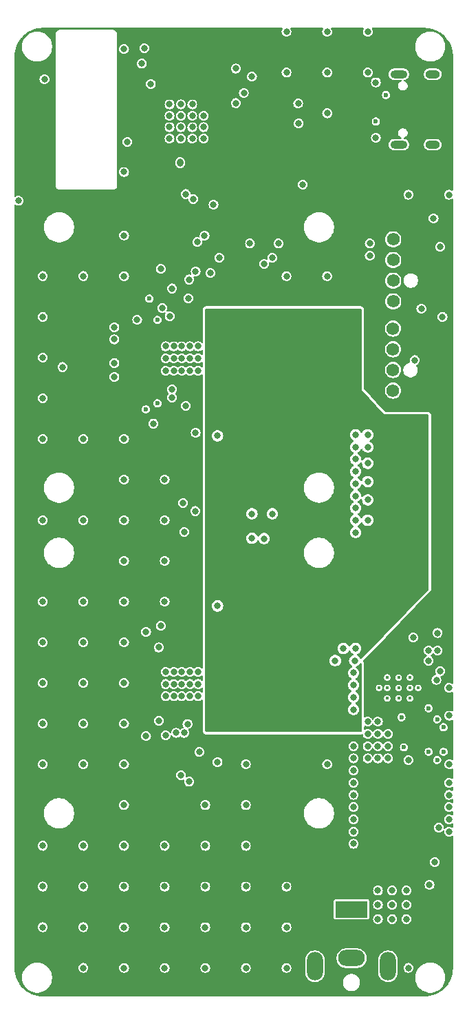
<source format=gbr>
%TF.GenerationSoftware,KiCad,Pcbnew,8.0.4*%
%TF.CreationDate,2024-11-06T18:48:09+01:00*%
%TF.ProjectId,BitForgeNano,42697446-6f72-4676-954e-616e6f2e6b69,rev?*%
%TF.SameCoordinates,Original*%
%TF.FileFunction,Copper,L3,Inr*%
%TF.FilePolarity,Positive*%
%FSLAX46Y46*%
G04 Gerber Fmt 4.6, Leading zero omitted, Abs format (unit mm)*
G04 Created by KiCad (PCBNEW 8.0.4) date 2024-11-06 18:48:09*
%MOMM*%
%LPD*%
G01*
G04 APERTURE LIST*
%TA.AperFunction,ComponentPad*%
%ADD10C,1.574800*%
%TD*%
%TA.AperFunction,ComponentPad*%
%ADD11C,0.400000*%
%TD*%
%TA.AperFunction,ComponentPad*%
%ADD12O,2.100000X1.000000*%
%TD*%
%TA.AperFunction,ComponentPad*%
%ADD13O,1.800000X1.000000*%
%TD*%
%TA.AperFunction,ComponentPad*%
%ADD14R,4.000000X2.000000*%
%TD*%
%TA.AperFunction,ComponentPad*%
%ADD15O,2.000000X3.500000*%
%TD*%
%TA.AperFunction,ComponentPad*%
%ADD16O,3.300000X2.000000*%
%TD*%
%TA.AperFunction,ViaPad*%
%ADD17C,0.800000*%
%TD*%
%TA.AperFunction,ViaPad*%
%ADD18C,0.600000*%
%TD*%
G04 APERTURE END LIST*
D10*
%TO.N,GND*%
%TO.C,J8*%
X114236483Y-89186762D03*
%TO.N,+5V*%
X114236483Y-91726762D03*
%TO.N,/Fan/FAN2_TACH*%
X114236483Y-94266762D03*
%TO.N,/Fan/FAN2_PWM*%
X114236483Y-96806762D03*
%TD*%
%TO.N,GND*%
%TO.C,J6*%
X114275334Y-78206162D03*
%TO.N,+5V*%
X114275334Y-80746162D03*
%TO.N,/Fan/FAN1_TACH*%
X114275334Y-83286162D03*
%TO.N,/Fan/FAN1_PWM*%
X114275334Y-85826162D03*
%TD*%
D11*
%TO.N,GND*%
%TO.C,U12*%
X116336483Y-132046762D03*
X114936483Y-132046762D03*
X113536483Y-132046762D03*
X117336483Y-133326762D03*
X116336483Y-133326762D03*
X114936483Y-133326762D03*
X113536483Y-133326762D03*
X112536483Y-133326762D03*
X116336483Y-134606762D03*
X114936483Y-134606762D03*
X113536483Y-134606762D03*
%TD*%
D12*
%TO.N,GND*%
%TO.C,J5*%
X114966483Y-66571762D03*
D13*
X119146483Y-66571762D03*
D12*
X114966483Y-57931762D03*
D13*
X119146483Y-57931762D03*
%TD*%
D14*
%TO.N,VIN*%
%TO.C,J1*%
X109136483Y-160526762D03*
D15*
%TO.N,GND*%
X104636483Y-167526762D03*
D16*
X109136483Y-166526762D03*
D15*
X113636483Y-167526762D03*
%TD*%
D17*
%TO.N,GND*%
X90936483Y-65826762D03*
X71136483Y-97726762D03*
X87250000Y-91350000D03*
X81136483Y-127726762D03*
X90936483Y-64426762D03*
X86250000Y-92850000D03*
X111136483Y-105726762D03*
X116936483Y-93051762D03*
X109636483Y-106726762D03*
X121136483Y-72726762D03*
X81136483Y-82726762D03*
X71136483Y-157726762D03*
X87250000Y-94350000D03*
X109386483Y-131476762D03*
X96136483Y-152726762D03*
X88250000Y-131350000D03*
X88250000Y-134350000D03*
X101136483Y-167726762D03*
X90936483Y-63026762D03*
X89250000Y-92850000D03*
X86250000Y-94350000D03*
X88250000Y-91350000D03*
X81136483Y-77726762D03*
X89250000Y-94350000D03*
X109386483Y-140476762D03*
X86250000Y-134350000D03*
X91136483Y-157726762D03*
X106136483Y-142726762D03*
X79950000Y-95100000D03*
X79950000Y-90500000D03*
X101136483Y-52726762D03*
X112136483Y-65726762D03*
X86136483Y-112726762D03*
X83336483Y-56626762D03*
X90400000Y-141200000D03*
X76136483Y-132726762D03*
X88136483Y-64426762D03*
X89950000Y-101992500D03*
X71136483Y-92726762D03*
X81136483Y-142726762D03*
X81136483Y-132726762D03*
X76136483Y-167726762D03*
X109636483Y-108226762D03*
X81136483Y-117726762D03*
X102576283Y-61526762D03*
X81536483Y-66226762D03*
X81136483Y-162726762D03*
X91136483Y-152726762D03*
X86736483Y-65826762D03*
X88250000Y-94350000D03*
X76136483Y-127726762D03*
X85850000Y-86650000D03*
X86750000Y-87650000D03*
X91136483Y-162726762D03*
X109386483Y-141976762D03*
X86250000Y-91350000D03*
X88136483Y-63026762D03*
X76136483Y-82726762D03*
X92850000Y-80450000D03*
X87250000Y-131350000D03*
X96136483Y-157726762D03*
X109636483Y-114226762D03*
X88250000Y-92850000D03*
X86736483Y-63026762D03*
X106136483Y-57726762D03*
X76136483Y-162726762D03*
X111136483Y-110226762D03*
X71136483Y-152726762D03*
X109386483Y-144976762D03*
X71136483Y-82726762D03*
X71136483Y-127726762D03*
X88250000Y-132850000D03*
X71136483Y-137726762D03*
X89250000Y-134350000D03*
X96136483Y-167726762D03*
X106136483Y-52726762D03*
X81136483Y-147726762D03*
X89250000Y-132850000D03*
X111136483Y-103726762D03*
X79950000Y-93400000D03*
X68136483Y-73476762D03*
X92650000Y-142450000D03*
X92650000Y-102350000D03*
X87250000Y-132850000D03*
X86136483Y-152726762D03*
X96136483Y-147726762D03*
X96136483Y-142726762D03*
X89536483Y-63026762D03*
X90250000Y-132850000D03*
X86136483Y-167726762D03*
X90250000Y-92850000D03*
X109636483Y-112726762D03*
X81136483Y-112726762D03*
X90250000Y-134350000D03*
X81136483Y-157726762D03*
X116136483Y-167726762D03*
X92150000Y-73950000D03*
X89536483Y-64426762D03*
X71136483Y-87726762D03*
X81136483Y-137726762D03*
X120052914Y-131256008D03*
X109386483Y-135976762D03*
X109636483Y-102226762D03*
X76136483Y-112726762D03*
X121136483Y-146476762D03*
X76136483Y-152726762D03*
X116136483Y-72726762D03*
X86136483Y-157726762D03*
X106136483Y-82726762D03*
X71136483Y-112726762D03*
X112136483Y-58926762D03*
X111136483Y-107976762D03*
X87250000Y-92850000D03*
X106136483Y-62726762D03*
X101136483Y-57726762D03*
X91136483Y-167726762D03*
X76136483Y-157726762D03*
X86250000Y-131350000D03*
X90250000Y-131350000D03*
X121136483Y-150976762D03*
X76136483Y-102726762D03*
X81136483Y-107726762D03*
X109636483Y-111226762D03*
X81136483Y-152726762D03*
X81136483Y-69926762D03*
X111136483Y-112726762D03*
X85650000Y-81850000D03*
X101136483Y-157726762D03*
X119236483Y-75626762D03*
X92650000Y-123250000D03*
X81136483Y-102726762D03*
X71136483Y-102726762D03*
X111136483Y-102226762D03*
X109636483Y-109726762D03*
X96136483Y-162726762D03*
X87250000Y-134350000D03*
X86736483Y-61626762D03*
X109386483Y-134476762D03*
X71136483Y-142726762D03*
X81136483Y-122726762D03*
X76136483Y-142726762D03*
X109386483Y-147976762D03*
X121136483Y-149476762D03*
X89536483Y-65826762D03*
X88136483Y-61626762D03*
X90250000Y-94350000D03*
X101136483Y-162726762D03*
X86736483Y-64426762D03*
X89250000Y-131350000D03*
X109386483Y-146476762D03*
X87050000Y-84250000D03*
X89250000Y-91350000D03*
X86136483Y-107726762D03*
X121136483Y-147976762D03*
X91136483Y-147726762D03*
X109636483Y-103726762D03*
X120036483Y-79126762D03*
X86136483Y-162726762D03*
X91750000Y-82350000D03*
X88550000Y-114150000D03*
X79950000Y-89000000D03*
X81136483Y-54826762D03*
X86250000Y-132850000D03*
X109386483Y-149476762D03*
X109386483Y-132976762D03*
X111136483Y-57726762D03*
X71136483Y-132726762D03*
X109386483Y-152476762D03*
X76136483Y-137726762D03*
X90250000Y-91350000D03*
X71136483Y-122726762D03*
X103136483Y-71476762D03*
X109386483Y-150976762D03*
X89536483Y-61626762D03*
X81136483Y-167726762D03*
X109386483Y-143476762D03*
X86136483Y-122726762D03*
X121136483Y-144976762D03*
X71136483Y-162726762D03*
X85650000Y-125700000D03*
X111136483Y-52726762D03*
X109636483Y-105226762D03*
X76136483Y-122726762D03*
X86136483Y-117726762D03*
X88136483Y-65826762D03*
%TO.N,VDD*%
X104136483Y-103726762D03*
X116136483Y-112726762D03*
X104136483Y-137976762D03*
X101886483Y-105976762D03*
X101886483Y-96976762D03*
X116136483Y-108226762D03*
X117636483Y-100726762D03*
X116136483Y-115726762D03*
X113136483Y-121726762D03*
X116136483Y-103726762D03*
X112636483Y-112726762D03*
X118136483Y-108226762D03*
X91750000Y-94350000D03*
X91750000Y-134350000D03*
X96386483Y-131226762D03*
X116136483Y-105226762D03*
X101886483Y-92476762D03*
X112636483Y-109726762D03*
X101886483Y-137976762D03*
X96386483Y-94726762D03*
X112636483Y-111226762D03*
X106386483Y-96976762D03*
X104136483Y-128976762D03*
X113136483Y-120226762D03*
X116136483Y-102226762D03*
X118136483Y-111226762D03*
X116136483Y-118726762D03*
X116136483Y-114226762D03*
X104136483Y-131226762D03*
X101886483Y-101476762D03*
X113136483Y-102226762D03*
X96386483Y-101476762D03*
X114636483Y-114226762D03*
X92750000Y-94350000D03*
X96386483Y-128976762D03*
X112636483Y-108226762D03*
X96386483Y-135726762D03*
X106386483Y-87976762D03*
X116136483Y-117226762D03*
X104136483Y-96976762D03*
X99636483Y-133476762D03*
X96386483Y-124476762D03*
X92750000Y-91350000D03*
X104136483Y-133476762D03*
X116136483Y-120226762D03*
X92750000Y-131350000D03*
X116136483Y-106726762D03*
X101886483Y-103726762D03*
X91750000Y-91350000D03*
X96386483Y-90226762D03*
X101886483Y-128976762D03*
X106386483Y-112726762D03*
X101886483Y-99226762D03*
X96386483Y-108226762D03*
X106386483Y-92476762D03*
X106386483Y-101476762D03*
X114636483Y-121726762D03*
X96386483Y-126726762D03*
X91750000Y-132850000D03*
X104136483Y-101476762D03*
X118136483Y-109726762D03*
X114636483Y-120226762D03*
X96386483Y-133476762D03*
X96386483Y-103726762D03*
X114636483Y-100726762D03*
X106386483Y-103726762D03*
X106386483Y-90226762D03*
X96386483Y-99226762D03*
X99636483Y-131226762D03*
X104136483Y-87976762D03*
X96386483Y-117726762D03*
X101886483Y-131226762D03*
X96386483Y-137976762D03*
X104136483Y-90226762D03*
X116136483Y-121726762D03*
X118136483Y-112726762D03*
X118136483Y-114226762D03*
X101886483Y-112726762D03*
X101886483Y-90226762D03*
X104136483Y-99226762D03*
X114636483Y-111226762D03*
X96386483Y-122226762D03*
X114636483Y-103726762D03*
X91750000Y-92850000D03*
X112636483Y-114226762D03*
X101886483Y-135726762D03*
X114636483Y-108226762D03*
X117636483Y-115726762D03*
X106386483Y-121726762D03*
X106386483Y-94726762D03*
X116136483Y-100726762D03*
X96386483Y-92476762D03*
X96386483Y-87976762D03*
X99636483Y-135726762D03*
X116136483Y-109726762D03*
X104136483Y-112726762D03*
X114636483Y-105226762D03*
X96386483Y-96976762D03*
X113136483Y-100726762D03*
X104136483Y-135726762D03*
X101886483Y-87976762D03*
X104136483Y-94726762D03*
X92750000Y-134350000D03*
X92750000Y-92850000D03*
X101886483Y-133476762D03*
X114636483Y-102226762D03*
X91750000Y-131350000D03*
X101886483Y-94726762D03*
X92750000Y-132850000D03*
X114636483Y-112726762D03*
X104136483Y-92476762D03*
X96386483Y-105976762D03*
X114636483Y-109726762D03*
X114636483Y-106726762D03*
X106386483Y-99226762D03*
X96386483Y-119976762D03*
X99636483Y-128976762D03*
X116136483Y-111226762D03*
X113136483Y-115726762D03*
X99636483Y-137976762D03*
X121136483Y-133326762D03*
X114636483Y-115726762D03*
%TO.N,/Domain/0V8*%
X82750000Y-88100000D03*
X85410000Y-128350000D03*
D18*
X85250000Y-98350000D03*
D17*
X85430000Y-137350000D03*
X73550000Y-93900000D03*
D18*
X85250000Y-88100000D03*
D17*
X84750000Y-100850000D03*
D18*
%TO.N,Net-(J5-CC1)*%
X112136483Y-63726762D03*
%TO.N,Net-(J5-CC2)*%
X113386483Y-60476762D03*
D17*
%TO.N,/ESP32/IO0*%
X84436483Y-59126762D03*
X71336483Y-58526762D03*
%TO.N,/Domain/1V2*%
X83850000Y-139250000D03*
X83850000Y-126450000D03*
D18*
X84250000Y-85500000D03*
X83820000Y-99100000D03*
D17*
X88733806Y-98650188D03*
%TO.N,Net-(U12-BP1V5)*%
X119736483Y-128726762D03*
X121186483Y-136726762D03*
%TO.N,/Power/AGND*%
X116136483Y-142176762D03*
X121186483Y-142726762D03*
X119593676Y-132333955D03*
%TO.N,Net-(U9-A1)*%
X90150000Y-78550000D03*
%TO.N,Net-(U3-RI)*%
X88150000Y-144050000D03*
D18*
%TO.N,Net-(U12-EN{slash}UVLO)*%
X115286483Y-136926762D03*
X115586483Y-140626762D03*
D17*
%TO.N,/Domain/I_RO*%
X89150000Y-83150000D03*
%TO.N,/Domain/CLKI*%
X89050000Y-85450000D03*
%TO.N,/TX*%
X88750000Y-72650000D03*
%TO.N,/RX*%
X89650000Y-73250000D03*
%TO.N,/RST*%
X88050000Y-68850000D03*
X88036483Y-68726762D03*
%TO.N,/Domain/I_CI*%
X89950000Y-82150000D03*
%TO.N,/Domain/I_NRSTI*%
X91050000Y-77750000D03*
%TO.N,VIN*%
X114136483Y-158226762D03*
X115886483Y-158226762D03*
X114136483Y-161726762D03*
X112386483Y-159976762D03*
X112386483Y-158226762D03*
X114136483Y-159976762D03*
X112386483Y-161726762D03*
X115886483Y-161726762D03*
X115886483Y-159976762D03*
D18*
%TO.N,Net-(U12-MSEL1)*%
X118636483Y-135826762D03*
X118636483Y-141176762D03*
D17*
%TO.N,/ESP32/VDD_SAMPLE_0*%
X83636483Y-54726762D03*
%TO.N,/Fan/FAN1_TACH*%
X120336483Y-87726762D03*
%TO.N,/Fan/FAN1_PWM*%
X117736483Y-86726762D03*
%TO.N,/SCL*%
X111386483Y-78726762D03*
X109636483Y-128476762D03*
X96886483Y-111926762D03*
X119886483Y-150476762D03*
X99386483Y-111926762D03*
X118636483Y-128726762D03*
X108136483Y-128476762D03*
X94886483Y-57226762D03*
X88400000Y-110600000D03*
X99386483Y-80476762D03*
%TO.N,/SDA*%
X96886483Y-114939262D03*
X98386483Y-114976762D03*
X107136483Y-129976762D03*
X96886483Y-58226762D03*
X118636483Y-129976762D03*
X119386483Y-154726762D03*
X111386483Y-80226762D03*
X109536483Y-129976762D03*
X89900000Y-111600000D03*
X98386483Y-81226762D03*
D18*
%TO.N,Net-(U12-ADRSEL)*%
X119676483Y-142176762D03*
X119676483Y-137176762D03*
D17*
%TO.N,Net-(U3-CO)*%
X89150000Y-144850000D03*
%TO.N,Net-(U3-CLKO)*%
X88950000Y-137750000D03*
%TO.N,Net-(U3-BO)*%
X88550000Y-138850000D03*
%TO.N,Net-(U3-TEMP_N)*%
X87550000Y-138850000D03*
%TO.N,3V3*%
X70886483Y-63726762D03*
X104136483Y-68226762D03*
X102636483Y-66726762D03*
X104136483Y-66726762D03*
X102636483Y-68226762D03*
X119536483Y-82476762D03*
D18*
X82386483Y-69476762D03*
D17*
X121236483Y-155226762D03*
X118636483Y-93226762D03*
D18*
X93536483Y-58726762D03*
D17*
X89750000Y-114150000D03*
X69886483Y-73726762D03*
X104136483Y-65226762D03*
X118136483Y-127176762D03*
X91750000Y-81050000D03*
X121136483Y-77426762D03*
%TO.N,Net-(U3-TEMP_P)*%
X86250000Y-139150000D03*
%TO.N,Net-(U13-TEMP_N)*%
X87050000Y-97650000D03*
%TO.N,Net-(U13-TEMP_P)*%
X87050000Y-96650000D03*
%TO.N,+5V*%
X112386483Y-138976762D03*
X112386483Y-140476762D03*
X113636483Y-138976762D03*
X111136483Y-138976762D03*
X111136483Y-140476762D03*
X111136483Y-141976762D03*
X113636483Y-141976762D03*
X111136483Y-137476762D03*
X113636483Y-140476762D03*
X112386483Y-141976762D03*
X102636483Y-63976762D03*
X112386483Y-137476762D03*
D18*
%TO.N,Net-(U12-VSEL)*%
X120466483Y-141176762D03*
X120466483Y-138159169D03*
D17*
%TO.N,/Power/PGOOD*%
X119736483Y-126576762D03*
X101136483Y-82726762D03*
%TO.N,/ESP32/INA_ALRT*%
X95886483Y-60226762D03*
X118736483Y-157526762D03*
%TO.N,/Power/SMB_ALRT*%
X96636483Y-78726762D03*
X116736483Y-127126762D03*
X94886483Y-61476762D03*
X100136483Y-78726762D03*
%TD*%
%TA.AperFunction,Conductor*%
%TO.N,3V3*%
G36*
X100562088Y-52227274D02*
G01*
X100620277Y-52246181D01*
X100656241Y-52295681D01*
X100656241Y-52356867D01*
X100640630Y-52386539D01*
X100611945Y-52423923D01*
X100551440Y-52569995D01*
X100551438Y-52570003D01*
X100530801Y-52726761D01*
X100530801Y-52726762D01*
X100551438Y-52883520D01*
X100551440Y-52883528D01*
X100611945Y-53029600D01*
X100611945Y-53029601D01*
X100708196Y-53155038D01*
X100708201Y-53155044D01*
X100833642Y-53251298D01*
X100833643Y-53251298D01*
X100833644Y-53251299D01*
X100966527Y-53306341D01*
X100979721Y-53311806D01*
X101097292Y-53327284D01*
X101136482Y-53332444D01*
X101136483Y-53332444D01*
X101136484Y-53332444D01*
X101167835Y-53328316D01*
X101293245Y-53311806D01*
X101439324Y-53251298D01*
X101564765Y-53155044D01*
X101661019Y-53029603D01*
X101721527Y-52883524D01*
X101742165Y-52726762D01*
X101721527Y-52570000D01*
X101696828Y-52510371D01*
X101661020Y-52423923D01*
X101661020Y-52423922D01*
X101632337Y-52386542D01*
X101611913Y-52328866D01*
X101629291Y-52270201D01*
X101677832Y-52232953D01*
X101710878Y-52227275D01*
X105562087Y-52227276D01*
X105620276Y-52246183D01*
X105656240Y-52295683D01*
X105656240Y-52356869D01*
X105640628Y-52386542D01*
X105611945Y-52423923D01*
X105551440Y-52569995D01*
X105551438Y-52570003D01*
X105530801Y-52726761D01*
X105530801Y-52726762D01*
X105551438Y-52883520D01*
X105551440Y-52883528D01*
X105611945Y-53029600D01*
X105611945Y-53029601D01*
X105708196Y-53155038D01*
X105708201Y-53155044D01*
X105833642Y-53251298D01*
X105833643Y-53251298D01*
X105833644Y-53251299D01*
X105966527Y-53306341D01*
X105979721Y-53311806D01*
X106097292Y-53327284D01*
X106136482Y-53332444D01*
X106136483Y-53332444D01*
X106136484Y-53332444D01*
X106167835Y-53328316D01*
X106293245Y-53311806D01*
X106439324Y-53251298D01*
X106564765Y-53155044D01*
X106661019Y-53029603D01*
X106721527Y-52883524D01*
X106742165Y-52726762D01*
X106721527Y-52570000D01*
X106696828Y-52510371D01*
X106661021Y-52423925D01*
X106661020Y-52423924D01*
X106661019Y-52423921D01*
X106632337Y-52386543D01*
X106611915Y-52328870D01*
X106629292Y-52270204D01*
X106677834Y-52232957D01*
X106710880Y-52227278D01*
X110562085Y-52227278D01*
X110620274Y-52246185D01*
X110656238Y-52295685D01*
X110656238Y-52356871D01*
X110640627Y-52386543D01*
X110611945Y-52423923D01*
X110551440Y-52569995D01*
X110551438Y-52570003D01*
X110530801Y-52726761D01*
X110530801Y-52726762D01*
X110551438Y-52883520D01*
X110551440Y-52883528D01*
X110611945Y-53029600D01*
X110611945Y-53029601D01*
X110708196Y-53155038D01*
X110708201Y-53155044D01*
X110833642Y-53251298D01*
X110833643Y-53251298D01*
X110833644Y-53251299D01*
X110966527Y-53306341D01*
X110979721Y-53311806D01*
X111097292Y-53327284D01*
X111136482Y-53332444D01*
X111136483Y-53332444D01*
X111136484Y-53332444D01*
X111167835Y-53328316D01*
X111293245Y-53311806D01*
X111439324Y-53251298D01*
X111564765Y-53155044D01*
X111661019Y-53029603D01*
X111721527Y-52883524D01*
X111742165Y-52726762D01*
X111721527Y-52570000D01*
X111696828Y-52510371D01*
X111661020Y-52423923D01*
X111661019Y-52423922D01*
X111661019Y-52423921D01*
X111632340Y-52386546D01*
X111611916Y-52328873D01*
X111629293Y-52270207D01*
X111677834Y-52232959D01*
X111710881Y-52227280D01*
X118050904Y-52227281D01*
X118050908Y-52227283D01*
X118070596Y-52227283D01*
X118134053Y-52227283D01*
X118138910Y-52227402D01*
X118474643Y-52243894D01*
X118484304Y-52244845D01*
X118814406Y-52293810D01*
X118823932Y-52295706D01*
X118927903Y-52321748D01*
X119147632Y-52376786D01*
X119156908Y-52379600D01*
X119471126Y-52492028D01*
X119480088Y-52495741D01*
X119781759Y-52638419D01*
X119790310Y-52642989D01*
X120003419Y-52770721D01*
X120076540Y-52814548D01*
X120084618Y-52819945D01*
X120306925Y-52984817D01*
X120352658Y-53018734D01*
X120360168Y-53024898D01*
X120607414Y-53248987D01*
X120614284Y-53255856D01*
X120838369Y-53503094D01*
X120838394Y-53503121D01*
X120844557Y-53510632D01*
X121043331Y-53778647D01*
X121048729Y-53786724D01*
X121220292Y-54072957D01*
X121224872Y-54081526D01*
X121367547Y-54383183D01*
X121371265Y-54392158D01*
X121483687Y-54706352D01*
X121486507Y-54715650D01*
X121567590Y-55039349D01*
X121569485Y-55048877D01*
X121618449Y-55378955D01*
X121619402Y-55388624D01*
X121635864Y-55723669D01*
X121635983Y-55728527D01*
X121635983Y-72152375D01*
X121617076Y-72210566D01*
X121567576Y-72246530D01*
X121506390Y-72246530D01*
X121476717Y-72230918D01*
X121439321Y-72202224D01*
X121293249Y-72141719D01*
X121293241Y-72141717D01*
X121136484Y-72121080D01*
X121136482Y-72121080D01*
X120979724Y-72141717D01*
X120979716Y-72141719D01*
X120833644Y-72202224D01*
X120833643Y-72202224D01*
X120708206Y-72298475D01*
X120708196Y-72298485D01*
X120611945Y-72423922D01*
X120611945Y-72423923D01*
X120551440Y-72569995D01*
X120551438Y-72570003D01*
X120530801Y-72726761D01*
X120530801Y-72726762D01*
X120551438Y-72883520D01*
X120551440Y-72883528D01*
X120611945Y-73029600D01*
X120611945Y-73029601D01*
X120660778Y-73093241D01*
X120708201Y-73155044D01*
X120833642Y-73251298D01*
X120833643Y-73251298D01*
X120833644Y-73251299D01*
X120979716Y-73311804D01*
X120979721Y-73311806D01*
X121097292Y-73327284D01*
X121136482Y-73332444D01*
X121136483Y-73332444D01*
X121136484Y-73332444D01*
X121167835Y-73328316D01*
X121293245Y-73311806D01*
X121439324Y-73251298D01*
X121476716Y-73222605D01*
X121534392Y-73202182D01*
X121593057Y-73219560D01*
X121630305Y-73268101D01*
X121635983Y-73301148D01*
X121635983Y-132752375D01*
X121617076Y-132810566D01*
X121567576Y-132846530D01*
X121506390Y-132846530D01*
X121476717Y-132830918D01*
X121439321Y-132802224D01*
X121293249Y-132741719D01*
X121293241Y-132741717D01*
X121136484Y-132721080D01*
X121136482Y-132721080D01*
X120979724Y-132741717D01*
X120979716Y-132741719D01*
X120833644Y-132802224D01*
X120833643Y-132802224D01*
X120708206Y-132898475D01*
X120708196Y-132898485D01*
X120611945Y-133023922D01*
X120611945Y-133023923D01*
X120551440Y-133169995D01*
X120551438Y-133170003D01*
X120530801Y-133326761D01*
X120530801Y-133326762D01*
X120551438Y-133483520D01*
X120551440Y-133483528D01*
X120611944Y-133629598D01*
X120611945Y-133629601D01*
X120708196Y-133755038D01*
X120708201Y-133755044D01*
X120708205Y-133755047D01*
X120708206Y-133755048D01*
X120721120Y-133764957D01*
X120833642Y-133851298D01*
X120979721Y-133911806D01*
X121082363Y-133925319D01*
X121136482Y-133932444D01*
X121136483Y-133932444D01*
X121136484Y-133932444D01*
X121167835Y-133928316D01*
X121293245Y-133911806D01*
X121439324Y-133851298D01*
X121476716Y-133822605D01*
X121534392Y-133802182D01*
X121593057Y-133819560D01*
X121630305Y-133868101D01*
X121635983Y-133901148D01*
X121635983Y-136115426D01*
X121617076Y-136173617D01*
X121567576Y-136209581D01*
X121506390Y-136209581D01*
X121495339Y-136204661D01*
X121495320Y-136204709D01*
X121343249Y-136141719D01*
X121343241Y-136141717D01*
X121186484Y-136121080D01*
X121186482Y-136121080D01*
X121029724Y-136141717D01*
X121029716Y-136141719D01*
X120883644Y-136202224D01*
X120883643Y-136202224D01*
X120758206Y-136298475D01*
X120758196Y-136298485D01*
X120661945Y-136423922D01*
X120661945Y-136423923D01*
X120601440Y-136569995D01*
X120601438Y-136570003D01*
X120580801Y-136726761D01*
X120580801Y-136726762D01*
X120601438Y-136883520D01*
X120601440Y-136883528D01*
X120661945Y-137029600D01*
X120661945Y-137029601D01*
X120758196Y-137155038D01*
X120758201Y-137155044D01*
X120758205Y-137155047D01*
X120758206Y-137155048D01*
X120771120Y-137164957D01*
X120883642Y-137251298D01*
X121029721Y-137311806D01*
X121147292Y-137327284D01*
X121186482Y-137332444D01*
X121186483Y-137332444D01*
X121186484Y-137332444D01*
X121217835Y-137328316D01*
X121343245Y-137311806D01*
X121396953Y-137289559D01*
X121495320Y-137248815D01*
X121496036Y-137250545D01*
X121547316Y-137239638D01*
X121603216Y-137264516D01*
X121633816Y-137317499D01*
X121635983Y-137338097D01*
X121635983Y-142115426D01*
X121617076Y-142173617D01*
X121567576Y-142209581D01*
X121506390Y-142209581D01*
X121495339Y-142204661D01*
X121495320Y-142204709D01*
X121343249Y-142141719D01*
X121343241Y-142141717D01*
X121186484Y-142121080D01*
X121186482Y-142121080D01*
X121029724Y-142141717D01*
X121029716Y-142141719D01*
X120883644Y-142202224D01*
X120883643Y-142202224D01*
X120758206Y-142298475D01*
X120758196Y-142298485D01*
X120661945Y-142423922D01*
X120661945Y-142423923D01*
X120601440Y-142569995D01*
X120601438Y-142570003D01*
X120580801Y-142726761D01*
X120580801Y-142726762D01*
X120601438Y-142883520D01*
X120601440Y-142883528D01*
X120661945Y-143029600D01*
X120661945Y-143029601D01*
X120681958Y-143055682D01*
X120758201Y-143155044D01*
X120883642Y-143251298D01*
X121029721Y-143311806D01*
X121147292Y-143327284D01*
X121186482Y-143332444D01*
X121186483Y-143332444D01*
X121186484Y-143332444D01*
X121217835Y-143328316D01*
X121343245Y-143311806D01*
X121396953Y-143289559D01*
X121495320Y-143248815D01*
X121496036Y-143250545D01*
X121547316Y-143239638D01*
X121603216Y-143264516D01*
X121633816Y-143317499D01*
X121635983Y-143338097D01*
X121635983Y-144402375D01*
X121617076Y-144460566D01*
X121567576Y-144496530D01*
X121506390Y-144496530D01*
X121476717Y-144480918D01*
X121439321Y-144452224D01*
X121293249Y-144391719D01*
X121293241Y-144391717D01*
X121136484Y-144371080D01*
X121136482Y-144371080D01*
X120979724Y-144391717D01*
X120979716Y-144391719D01*
X120833644Y-144452224D01*
X120833643Y-144452224D01*
X120708206Y-144548475D01*
X120708196Y-144548485D01*
X120611945Y-144673922D01*
X120611945Y-144673923D01*
X120551440Y-144819995D01*
X120551438Y-144820003D01*
X120530801Y-144976761D01*
X120530801Y-144976762D01*
X120551438Y-145133520D01*
X120551440Y-145133528D01*
X120611945Y-145279600D01*
X120611945Y-145279601D01*
X120684791Y-145374536D01*
X120708201Y-145405044D01*
X120833642Y-145501298D01*
X120979721Y-145561806D01*
X121097292Y-145577284D01*
X121136482Y-145582444D01*
X121136483Y-145582444D01*
X121136484Y-145582444D01*
X121167835Y-145578316D01*
X121293245Y-145561806D01*
X121439324Y-145501298D01*
X121476716Y-145472605D01*
X121534392Y-145452182D01*
X121593057Y-145469560D01*
X121630305Y-145518101D01*
X121635983Y-145551148D01*
X121635983Y-145902375D01*
X121617076Y-145960566D01*
X121567576Y-145996530D01*
X121506390Y-145996530D01*
X121476717Y-145980918D01*
X121439321Y-145952224D01*
X121293249Y-145891719D01*
X121293241Y-145891717D01*
X121136484Y-145871080D01*
X121136482Y-145871080D01*
X120979724Y-145891717D01*
X120979716Y-145891719D01*
X120833644Y-145952224D01*
X120833643Y-145952224D01*
X120708206Y-146048475D01*
X120708196Y-146048485D01*
X120611945Y-146173922D01*
X120611945Y-146173923D01*
X120551440Y-146319995D01*
X120551438Y-146320003D01*
X120530801Y-146476761D01*
X120530801Y-146476762D01*
X120551438Y-146633520D01*
X120551440Y-146633528D01*
X120611945Y-146779600D01*
X120611945Y-146779601D01*
X120708196Y-146905038D01*
X120708201Y-146905044D01*
X120833642Y-147001298D01*
X120979721Y-147061806D01*
X121097292Y-147077284D01*
X121136482Y-147082444D01*
X121136483Y-147082444D01*
X121136484Y-147082444D01*
X121167835Y-147078316D01*
X121293245Y-147061806D01*
X121439324Y-147001298D01*
X121476716Y-146972605D01*
X121534392Y-146952182D01*
X121593057Y-146969560D01*
X121630305Y-147018101D01*
X121635983Y-147051148D01*
X121635983Y-147402375D01*
X121617076Y-147460566D01*
X121567576Y-147496530D01*
X121506390Y-147496530D01*
X121476717Y-147480918D01*
X121439321Y-147452224D01*
X121293249Y-147391719D01*
X121293241Y-147391717D01*
X121136484Y-147371080D01*
X121136482Y-147371080D01*
X120979724Y-147391717D01*
X120979716Y-147391719D01*
X120833644Y-147452224D01*
X120833643Y-147452224D01*
X120708206Y-147548475D01*
X120708196Y-147548485D01*
X120611945Y-147673922D01*
X120611945Y-147673923D01*
X120551440Y-147819995D01*
X120551438Y-147820003D01*
X120530801Y-147976761D01*
X120530801Y-147976762D01*
X120551438Y-148133520D01*
X120551440Y-148133528D01*
X120611945Y-148279600D01*
X120611945Y-148279601D01*
X120708196Y-148405038D01*
X120708201Y-148405044D01*
X120833642Y-148501298D01*
X120979721Y-148561806D01*
X121097292Y-148577284D01*
X121136482Y-148582444D01*
X121136483Y-148582444D01*
X121136484Y-148582444D01*
X121167835Y-148578316D01*
X121293245Y-148561806D01*
X121439324Y-148501298D01*
X121476716Y-148472605D01*
X121534392Y-148452182D01*
X121593057Y-148469560D01*
X121630305Y-148518101D01*
X121635983Y-148551148D01*
X121635983Y-148902375D01*
X121617076Y-148960566D01*
X121567576Y-148996530D01*
X121506390Y-148996530D01*
X121476717Y-148980918D01*
X121439321Y-148952224D01*
X121293249Y-148891719D01*
X121293241Y-148891717D01*
X121136484Y-148871080D01*
X121136482Y-148871080D01*
X120979724Y-148891717D01*
X120979716Y-148891719D01*
X120833644Y-148952224D01*
X120833643Y-148952224D01*
X120708206Y-149048475D01*
X120708196Y-149048485D01*
X120611945Y-149173922D01*
X120611945Y-149173923D01*
X120551440Y-149319995D01*
X120551438Y-149320003D01*
X120530801Y-149476761D01*
X120530801Y-149476762D01*
X120551438Y-149633520D01*
X120551440Y-149633528D01*
X120611945Y-149779600D01*
X120611945Y-149779601D01*
X120697976Y-149891719D01*
X120708201Y-149905044D01*
X120833642Y-150001298D01*
X120979721Y-150061806D01*
X121097292Y-150077284D01*
X121136482Y-150082444D01*
X121136483Y-150082444D01*
X121136484Y-150082444D01*
X121167835Y-150078316D01*
X121293245Y-150061806D01*
X121439324Y-150001298D01*
X121476716Y-149972605D01*
X121534392Y-149952182D01*
X121593057Y-149969560D01*
X121630305Y-150018101D01*
X121635983Y-150051148D01*
X121635983Y-150402375D01*
X121617076Y-150460566D01*
X121567576Y-150496530D01*
X121506390Y-150496530D01*
X121476717Y-150480918D01*
X121439321Y-150452224D01*
X121293249Y-150391719D01*
X121293241Y-150391717D01*
X121136484Y-150371080D01*
X121136482Y-150371080D01*
X120979724Y-150391717D01*
X120979716Y-150391719D01*
X120833644Y-150452224D01*
X120833643Y-150452224D01*
X120708206Y-150548475D01*
X120708196Y-150548485D01*
X120660946Y-150610064D01*
X120610522Y-150644720D01*
X120549357Y-150643119D01*
X120500816Y-150605871D01*
X120483438Y-150547206D01*
X120484251Y-150536875D01*
X120492165Y-150476762D01*
X120492165Y-150476761D01*
X120471527Y-150320003D01*
X120471527Y-150320000D01*
X120411020Y-150173923D01*
X120411020Y-150173922D01*
X120314769Y-150048485D01*
X120314768Y-150048484D01*
X120314765Y-150048480D01*
X120314760Y-150048476D01*
X120314759Y-150048475D01*
X120189321Y-149952224D01*
X120043249Y-149891719D01*
X120043241Y-149891717D01*
X119886484Y-149871080D01*
X119886482Y-149871080D01*
X119729724Y-149891717D01*
X119729716Y-149891719D01*
X119583644Y-149952224D01*
X119583643Y-149952224D01*
X119458206Y-150048475D01*
X119458196Y-150048485D01*
X119361945Y-150173922D01*
X119361945Y-150173923D01*
X119301440Y-150319995D01*
X119301438Y-150320003D01*
X119280801Y-150476761D01*
X119280801Y-150476762D01*
X119301438Y-150633520D01*
X119301440Y-150633528D01*
X119361945Y-150779600D01*
X119361945Y-150779601D01*
X119410946Y-150843460D01*
X119458201Y-150905044D01*
X119583642Y-151001298D01*
X119729721Y-151061806D01*
X119847292Y-151077284D01*
X119886482Y-151082444D01*
X119886483Y-151082444D01*
X119886484Y-151082444D01*
X119917835Y-151078316D01*
X120043245Y-151061806D01*
X120189324Y-151001298D01*
X120314765Y-150905044D01*
X120362022Y-150843457D01*
X120412442Y-150808803D01*
X120473606Y-150810404D01*
X120522148Y-150847650D01*
X120539527Y-150906316D01*
X120538714Y-150916647D01*
X120530801Y-150976759D01*
X120530801Y-150976762D01*
X120551438Y-151133520D01*
X120551440Y-151133528D01*
X120611945Y-151279600D01*
X120611945Y-151279601D01*
X120708196Y-151405038D01*
X120708201Y-151405044D01*
X120833642Y-151501298D01*
X120979721Y-151561806D01*
X121097292Y-151577284D01*
X121136482Y-151582444D01*
X121136483Y-151582444D01*
X121136484Y-151582444D01*
X121167835Y-151578316D01*
X121293245Y-151561806D01*
X121439324Y-151501298D01*
X121476716Y-151472605D01*
X121534392Y-151452182D01*
X121593057Y-151469560D01*
X121630305Y-151518101D01*
X121635983Y-151551148D01*
X121635983Y-167724316D01*
X121635864Y-167729175D01*
X121619365Y-168064912D01*
X121618412Y-168074580D01*
X121569446Y-168404657D01*
X121567551Y-168414186D01*
X121486465Y-168737883D01*
X121483645Y-168747180D01*
X121371221Y-169061377D01*
X121367503Y-169070352D01*
X121224828Y-169372010D01*
X121220248Y-169380579D01*
X121048691Y-169666802D01*
X121043293Y-169674879D01*
X120844513Y-169942902D01*
X120838350Y-169950412D01*
X120614255Y-170197663D01*
X120607386Y-170204533D01*
X120360126Y-170428638D01*
X120352616Y-170434801D01*
X120084593Y-170633583D01*
X120076515Y-170638981D01*
X119790294Y-170810539D01*
X119781726Y-170815118D01*
X119480057Y-170957801D01*
X119471081Y-170961519D01*
X119156907Y-171073937D01*
X119147610Y-171076758D01*
X118823903Y-171157847D01*
X118814375Y-171159742D01*
X118484299Y-171208710D01*
X118474631Y-171209663D01*
X118139324Y-171226142D01*
X118134467Y-171226261D01*
X118070582Y-171226262D01*
X118070581Y-171226263D01*
X118070579Y-171226263D01*
X71208934Y-171226291D01*
X71208466Y-171226262D01*
X71202377Y-171226262D01*
X71138921Y-171226262D01*
X71134063Y-171226143D01*
X70798328Y-171209648D01*
X70788659Y-171208695D01*
X70458585Y-171159731D01*
X70449057Y-171157836D01*
X70125365Y-171076754D01*
X70116067Y-171073934D01*
X69801875Y-170961512D01*
X69792899Y-170957794D01*
X69491241Y-170815118D01*
X69482673Y-170810538D01*
X69196453Y-170638982D01*
X69188375Y-170633584D01*
X68920355Y-170434804D01*
X68912845Y-170428641D01*
X68665588Y-170204537D01*
X68658719Y-170197667D01*
X68434633Y-169950424D01*
X68428469Y-169942914D01*
X68428460Y-169942902D01*
X68229677Y-169674869D01*
X68224300Y-169666823D01*
X68052723Y-169380560D01*
X68048156Y-169372012D01*
X67905482Y-169070347D01*
X67901773Y-169061392D01*
X67810210Y-168805483D01*
X68585983Y-168805483D01*
X68585983Y-169048062D01*
X68617644Y-169288554D01*
X68617644Y-169288559D01*
X68641183Y-169376405D01*
X68668207Y-169477262D01*
X68680427Y-169522865D01*
X68680431Y-169522878D01*
X68773255Y-169746977D01*
X68773257Y-169746981D01*
X68773259Y-169746985D01*
X68890708Y-169950412D01*
X68894549Y-169957065D01*
X69042212Y-170149504D01*
X69042214Y-170149506D01*
X69042218Y-170149511D01*
X69213745Y-170321038D01*
X69213749Y-170321041D01*
X69213751Y-170321043D01*
X69242026Y-170342739D01*
X69406194Y-170468709D01*
X69616271Y-170589997D01*
X69840383Y-170682827D01*
X70074694Y-170745611D01*
X70315195Y-170777273D01*
X70315196Y-170777273D01*
X70557770Y-170777273D01*
X70557771Y-170777273D01*
X70798272Y-170745611D01*
X71032583Y-170682827D01*
X71256695Y-170589997D01*
X71466772Y-170468709D01*
X71659221Y-170321038D01*
X71830748Y-170149511D01*
X71978419Y-169957062D01*
X72099707Y-169746985D01*
X72192537Y-169522873D01*
X72255321Y-169288562D01*
X72286983Y-169048061D01*
X72286983Y-168805485D01*
X72255321Y-168564984D01*
X72192537Y-168330673D01*
X72099707Y-168106561D01*
X71978419Y-167896484D01*
X71968478Y-167883528D01*
X71848187Y-167726761D01*
X75530801Y-167726761D01*
X75530801Y-167726762D01*
X75551438Y-167883520D01*
X75551440Y-167883528D01*
X75611945Y-168029600D01*
X75611945Y-168029601D01*
X75671004Y-168106568D01*
X75708201Y-168155044D01*
X75833642Y-168251298D01*
X75979721Y-168311806D01*
X76097292Y-168327284D01*
X76136482Y-168332444D01*
X76136483Y-168332444D01*
X76136484Y-168332444D01*
X76167835Y-168328316D01*
X76293245Y-168311806D01*
X76439324Y-168251298D01*
X76564765Y-168155044D01*
X76661019Y-168029603D01*
X76721527Y-167883524D01*
X76742165Y-167726762D01*
X76742165Y-167726761D01*
X80530801Y-167726761D01*
X80530801Y-167726762D01*
X80551438Y-167883520D01*
X80551440Y-167883528D01*
X80611945Y-168029600D01*
X80611945Y-168029601D01*
X80671004Y-168106568D01*
X80708201Y-168155044D01*
X80833642Y-168251298D01*
X80979721Y-168311806D01*
X81097292Y-168327284D01*
X81136482Y-168332444D01*
X81136483Y-168332444D01*
X81136484Y-168332444D01*
X81167835Y-168328316D01*
X81293245Y-168311806D01*
X81439324Y-168251298D01*
X81564765Y-168155044D01*
X81661019Y-168029603D01*
X81721527Y-167883524D01*
X81742165Y-167726762D01*
X81742165Y-167726761D01*
X85530801Y-167726761D01*
X85530801Y-167726762D01*
X85551438Y-167883520D01*
X85551440Y-167883528D01*
X85611945Y-168029600D01*
X85611945Y-168029601D01*
X85671004Y-168106568D01*
X85708201Y-168155044D01*
X85833642Y-168251298D01*
X85979721Y-168311806D01*
X86097292Y-168327284D01*
X86136482Y-168332444D01*
X86136483Y-168332444D01*
X86136484Y-168332444D01*
X86167835Y-168328316D01*
X86293245Y-168311806D01*
X86439324Y-168251298D01*
X86564765Y-168155044D01*
X86661019Y-168029603D01*
X86721527Y-167883524D01*
X86742165Y-167726762D01*
X86742165Y-167726761D01*
X90530801Y-167726761D01*
X90530801Y-167726762D01*
X90551438Y-167883520D01*
X90551440Y-167883528D01*
X90611945Y-168029600D01*
X90611945Y-168029601D01*
X90671004Y-168106568D01*
X90708201Y-168155044D01*
X90833642Y-168251298D01*
X90979721Y-168311806D01*
X91097292Y-168327284D01*
X91136482Y-168332444D01*
X91136483Y-168332444D01*
X91136484Y-168332444D01*
X91167835Y-168328316D01*
X91293245Y-168311806D01*
X91439324Y-168251298D01*
X91564765Y-168155044D01*
X91661019Y-168029603D01*
X91721527Y-167883524D01*
X91742165Y-167726762D01*
X91742165Y-167726761D01*
X95530801Y-167726761D01*
X95530801Y-167726762D01*
X95551438Y-167883520D01*
X95551440Y-167883528D01*
X95611945Y-168029600D01*
X95611945Y-168029601D01*
X95671004Y-168106568D01*
X95708201Y-168155044D01*
X95833642Y-168251298D01*
X95979721Y-168311806D01*
X96097292Y-168327284D01*
X96136482Y-168332444D01*
X96136483Y-168332444D01*
X96136484Y-168332444D01*
X96167835Y-168328316D01*
X96293245Y-168311806D01*
X96439324Y-168251298D01*
X96564765Y-168155044D01*
X96661019Y-168029603D01*
X96721527Y-167883524D01*
X96742165Y-167726762D01*
X96742165Y-167726761D01*
X100530801Y-167726761D01*
X100530801Y-167726762D01*
X100551438Y-167883520D01*
X100551440Y-167883528D01*
X100611945Y-168029600D01*
X100611945Y-168029601D01*
X100671004Y-168106568D01*
X100708201Y-168155044D01*
X100833642Y-168251298D01*
X100979721Y-168311806D01*
X101097292Y-168327284D01*
X101136482Y-168332444D01*
X101136483Y-168332444D01*
X101136484Y-168332444D01*
X101167835Y-168328316D01*
X101293245Y-168311806D01*
X101439324Y-168251298D01*
X101564765Y-168155044D01*
X101661019Y-168029603D01*
X101721527Y-167883524D01*
X101742165Y-167726762D01*
X101721527Y-167570000D01*
X101661020Y-167423923D01*
X101661020Y-167423922D01*
X101564769Y-167298485D01*
X101564768Y-167298484D01*
X101564765Y-167298480D01*
X101564760Y-167298476D01*
X101564759Y-167298475D01*
X101439321Y-167202224D01*
X101293249Y-167141719D01*
X101293241Y-167141717D01*
X101136484Y-167121080D01*
X101136482Y-167121080D01*
X100979724Y-167141717D01*
X100979716Y-167141719D01*
X100833644Y-167202224D01*
X100833643Y-167202224D01*
X100708206Y-167298475D01*
X100708196Y-167298485D01*
X100611945Y-167423922D01*
X100611945Y-167423923D01*
X100551440Y-167569995D01*
X100551438Y-167570003D01*
X100530801Y-167726761D01*
X96742165Y-167726761D01*
X96721527Y-167570000D01*
X96661020Y-167423923D01*
X96661020Y-167423922D01*
X96564769Y-167298485D01*
X96564768Y-167298484D01*
X96564765Y-167298480D01*
X96564760Y-167298476D01*
X96564759Y-167298475D01*
X96439321Y-167202224D01*
X96293249Y-167141719D01*
X96293241Y-167141717D01*
X96136484Y-167121080D01*
X96136482Y-167121080D01*
X95979724Y-167141717D01*
X95979716Y-167141719D01*
X95833644Y-167202224D01*
X95833643Y-167202224D01*
X95708206Y-167298475D01*
X95708196Y-167298485D01*
X95611945Y-167423922D01*
X95611945Y-167423923D01*
X95551440Y-167569995D01*
X95551438Y-167570003D01*
X95530801Y-167726761D01*
X91742165Y-167726761D01*
X91721527Y-167570000D01*
X91661020Y-167423923D01*
X91661020Y-167423922D01*
X91564769Y-167298485D01*
X91564768Y-167298484D01*
X91564765Y-167298480D01*
X91564760Y-167298476D01*
X91564759Y-167298475D01*
X91439321Y-167202224D01*
X91293249Y-167141719D01*
X91293241Y-167141717D01*
X91136484Y-167121080D01*
X91136482Y-167121080D01*
X90979724Y-167141717D01*
X90979716Y-167141719D01*
X90833644Y-167202224D01*
X90833643Y-167202224D01*
X90708206Y-167298475D01*
X90708196Y-167298485D01*
X90611945Y-167423922D01*
X90611945Y-167423923D01*
X90551440Y-167569995D01*
X90551438Y-167570003D01*
X90530801Y-167726761D01*
X86742165Y-167726761D01*
X86721527Y-167570000D01*
X86661020Y-167423923D01*
X86661020Y-167423922D01*
X86564769Y-167298485D01*
X86564768Y-167298484D01*
X86564765Y-167298480D01*
X86564760Y-167298476D01*
X86564759Y-167298475D01*
X86439321Y-167202224D01*
X86293249Y-167141719D01*
X86293241Y-167141717D01*
X86136484Y-167121080D01*
X86136482Y-167121080D01*
X85979724Y-167141717D01*
X85979716Y-167141719D01*
X85833644Y-167202224D01*
X85833643Y-167202224D01*
X85708206Y-167298475D01*
X85708196Y-167298485D01*
X85611945Y-167423922D01*
X85611945Y-167423923D01*
X85551440Y-167569995D01*
X85551438Y-167570003D01*
X85530801Y-167726761D01*
X81742165Y-167726761D01*
X81721527Y-167570000D01*
X81661020Y-167423923D01*
X81661020Y-167423922D01*
X81564769Y-167298485D01*
X81564768Y-167298484D01*
X81564765Y-167298480D01*
X81564760Y-167298476D01*
X81564759Y-167298475D01*
X81439321Y-167202224D01*
X81293249Y-167141719D01*
X81293241Y-167141717D01*
X81136484Y-167121080D01*
X81136482Y-167121080D01*
X80979724Y-167141717D01*
X80979716Y-167141719D01*
X80833644Y-167202224D01*
X80833643Y-167202224D01*
X80708206Y-167298475D01*
X80708196Y-167298485D01*
X80611945Y-167423922D01*
X80611945Y-167423923D01*
X80551440Y-167569995D01*
X80551438Y-167570003D01*
X80530801Y-167726761D01*
X76742165Y-167726761D01*
X76721527Y-167570000D01*
X76661020Y-167423923D01*
X76661020Y-167423922D01*
X76564769Y-167298485D01*
X76564768Y-167298484D01*
X76564765Y-167298480D01*
X76564760Y-167298476D01*
X76564759Y-167298475D01*
X76439321Y-167202224D01*
X76293249Y-167141719D01*
X76293241Y-167141717D01*
X76136484Y-167121080D01*
X76136482Y-167121080D01*
X75979724Y-167141717D01*
X75979716Y-167141719D01*
X75833644Y-167202224D01*
X75833643Y-167202224D01*
X75708206Y-167298475D01*
X75708196Y-167298485D01*
X75611945Y-167423922D01*
X75611945Y-167423923D01*
X75551440Y-167569995D01*
X75551438Y-167570003D01*
X75530801Y-167726761D01*
X71848187Y-167726761D01*
X71830753Y-167704041D01*
X71830751Y-167704039D01*
X71830748Y-167704035D01*
X71659221Y-167532508D01*
X71659216Y-167532504D01*
X71659214Y-167532502D01*
X71466775Y-167384839D01*
X71466772Y-167384837D01*
X71256695Y-167263549D01*
X71256691Y-167263547D01*
X71256687Y-167263545D01*
X71032588Y-167170721D01*
X71032587Y-167170720D01*
X71032583Y-167170719D01*
X70798272Y-167107935D01*
X70798269Y-167107934D01*
X70798267Y-167107934D01*
X70557772Y-167076273D01*
X70557771Y-167076273D01*
X70315195Y-167076273D01*
X70315193Y-167076273D01*
X70074701Y-167107934D01*
X70074696Y-167107934D01*
X69840390Y-167170717D01*
X69840377Y-167170721D01*
X69616278Y-167263545D01*
X69406190Y-167384839D01*
X69213751Y-167532502D01*
X69042212Y-167704041D01*
X68894549Y-167896480D01*
X68773255Y-168106568D01*
X68680431Y-168330667D01*
X68680427Y-168330680D01*
X68617644Y-168564986D01*
X68617644Y-168564991D01*
X68585983Y-168805483D01*
X67810210Y-168805483D01*
X67789348Y-168747177D01*
X67786536Y-168737906D01*
X67705455Y-168414199D01*
X67703560Y-168404676D01*
X67698601Y-168371246D01*
X67654598Y-168074578D01*
X67653647Y-168064916D01*
X67653647Y-168064912D01*
X67637109Y-167728220D01*
X67636992Y-167723469D01*
X67636992Y-166682277D01*
X103435983Y-166682277D01*
X103435983Y-168371246D01*
X103465541Y-168557875D01*
X103523936Y-168737594D01*
X103584830Y-168857107D01*
X103609723Y-168905961D01*
X103720793Y-169058835D01*
X103854410Y-169192452D01*
X104007284Y-169303522D01*
X104175651Y-169389309D01*
X104355365Y-169447702D01*
X104355366Y-169447702D01*
X104355369Y-169447703D01*
X104541999Y-169477262D01*
X104542002Y-169477262D01*
X104730967Y-169477262D01*
X104917596Y-169447703D01*
X104917597Y-169447702D01*
X104917601Y-169447702D01*
X104992721Y-169423294D01*
X108085983Y-169423294D01*
X108085983Y-169630229D01*
X108126352Y-169833180D01*
X108205541Y-170024359D01*
X108320503Y-170196413D01*
X108320506Y-170196417D01*
X108466828Y-170342739D01*
X108638885Y-170457703D01*
X108830063Y-170536892D01*
X109033018Y-170577262D01*
X109033019Y-170577262D01*
X109239947Y-170577262D01*
X109239948Y-170577262D01*
X109442903Y-170536892D01*
X109634081Y-170457703D01*
X109806138Y-170342739D01*
X109952460Y-170196417D01*
X110067424Y-170024360D01*
X110146613Y-169833182D01*
X110186983Y-169630227D01*
X110186983Y-169423297D01*
X110146613Y-169220342D01*
X110067424Y-169029164D01*
X109952460Y-168857107D01*
X109806138Y-168710785D01*
X109806134Y-168710782D01*
X109634080Y-168595820D01*
X109442901Y-168516631D01*
X109239950Y-168476262D01*
X109239948Y-168476262D01*
X109033018Y-168476262D01*
X109033015Y-168476262D01*
X108830064Y-168516631D01*
X108638885Y-168595820D01*
X108466831Y-168710782D01*
X108320503Y-168857110D01*
X108205541Y-169029164D01*
X108126352Y-169220343D01*
X108085983Y-169423294D01*
X104992721Y-169423294D01*
X105097315Y-169389309D01*
X105265682Y-169303522D01*
X105418556Y-169192452D01*
X105552173Y-169058835D01*
X105663243Y-168905961D01*
X105749030Y-168737594D01*
X105807423Y-168557880D01*
X105830927Y-168409481D01*
X105836983Y-168371246D01*
X105836983Y-166682277D01*
X105807424Y-166495648D01*
X105786835Y-166432281D01*
X105786834Y-166432277D01*
X107285983Y-166432277D01*
X107285983Y-166621246D01*
X107315541Y-166807875D01*
X107373936Y-166987594D01*
X107452465Y-167141718D01*
X107459723Y-167155961D01*
X107570793Y-167308835D01*
X107704410Y-167442452D01*
X107857284Y-167553522D01*
X108025651Y-167639309D01*
X108205365Y-167697702D01*
X108205366Y-167697702D01*
X108205369Y-167697703D01*
X108391999Y-167727262D01*
X108392002Y-167727262D01*
X109880967Y-167727262D01*
X110067596Y-167697703D01*
X110067597Y-167697702D01*
X110067601Y-167697702D01*
X110247315Y-167639309D01*
X110415682Y-167553522D01*
X110568556Y-167442452D01*
X110702173Y-167308835D01*
X110813243Y-167155961D01*
X110899030Y-166987594D01*
X110957423Y-166807880D01*
X110977316Y-166682281D01*
X110977317Y-166682277D01*
X112435983Y-166682277D01*
X112435983Y-168371246D01*
X112465541Y-168557875D01*
X112523936Y-168737594D01*
X112584830Y-168857107D01*
X112609723Y-168905961D01*
X112720793Y-169058835D01*
X112854410Y-169192452D01*
X113007284Y-169303522D01*
X113175651Y-169389309D01*
X113355365Y-169447702D01*
X113355366Y-169447702D01*
X113355369Y-169447703D01*
X113541999Y-169477262D01*
X113542002Y-169477262D01*
X113730967Y-169477262D01*
X113917596Y-169447703D01*
X113917597Y-169447702D01*
X113917601Y-169447702D01*
X114097315Y-169389309D01*
X114265682Y-169303522D01*
X114418556Y-169192452D01*
X114552173Y-169058835D01*
X114663243Y-168905961D01*
X114714439Y-168805483D01*
X116985983Y-168805483D01*
X116985983Y-169048062D01*
X117017644Y-169288554D01*
X117017644Y-169288559D01*
X117041183Y-169376405D01*
X117068207Y-169477262D01*
X117080427Y-169522865D01*
X117080431Y-169522878D01*
X117173255Y-169746977D01*
X117173257Y-169746981D01*
X117173259Y-169746985D01*
X117290708Y-169950412D01*
X117294549Y-169957065D01*
X117442212Y-170149504D01*
X117442214Y-170149506D01*
X117442218Y-170149511D01*
X117613745Y-170321038D01*
X117613749Y-170321041D01*
X117613751Y-170321043D01*
X117642026Y-170342739D01*
X117806194Y-170468709D01*
X118016271Y-170589997D01*
X118240383Y-170682827D01*
X118474694Y-170745611D01*
X118715195Y-170777273D01*
X118715196Y-170777273D01*
X118957770Y-170777273D01*
X118957771Y-170777273D01*
X119198272Y-170745611D01*
X119432583Y-170682827D01*
X119656695Y-170589997D01*
X119866772Y-170468709D01*
X120059221Y-170321038D01*
X120230748Y-170149511D01*
X120378419Y-169957062D01*
X120499707Y-169746985D01*
X120592537Y-169522873D01*
X120655321Y-169288562D01*
X120686983Y-169048061D01*
X120686983Y-168805485D01*
X120655321Y-168564984D01*
X120592537Y-168330673D01*
X120499707Y-168106561D01*
X120378419Y-167896484D01*
X120368478Y-167883528D01*
X120230753Y-167704041D01*
X120230751Y-167704039D01*
X120230748Y-167704035D01*
X120059221Y-167532508D01*
X120059216Y-167532504D01*
X120059214Y-167532502D01*
X119866775Y-167384839D01*
X119866772Y-167384837D01*
X119656695Y-167263549D01*
X119656691Y-167263547D01*
X119656687Y-167263545D01*
X119432588Y-167170721D01*
X119432587Y-167170720D01*
X119432583Y-167170719D01*
X119198272Y-167107935D01*
X119198269Y-167107934D01*
X119198267Y-167107934D01*
X118957772Y-167076273D01*
X118957771Y-167076273D01*
X118715195Y-167076273D01*
X118715193Y-167076273D01*
X118474701Y-167107934D01*
X118474696Y-167107934D01*
X118240390Y-167170717D01*
X118240377Y-167170721D01*
X118016278Y-167263545D01*
X117806190Y-167384839D01*
X117613751Y-167532502D01*
X117442212Y-167704041D01*
X117294549Y-167896480D01*
X117173255Y-168106568D01*
X117080431Y-168330667D01*
X117080427Y-168330680D01*
X117017644Y-168564986D01*
X117017644Y-168564991D01*
X116985983Y-168805483D01*
X114714439Y-168805483D01*
X114749030Y-168737594D01*
X114807423Y-168557880D01*
X114830927Y-168409481D01*
X114836983Y-168371246D01*
X114836983Y-167726761D01*
X115530801Y-167726761D01*
X115530801Y-167726762D01*
X115551438Y-167883520D01*
X115551440Y-167883528D01*
X115611945Y-168029600D01*
X115611945Y-168029601D01*
X115671004Y-168106568D01*
X115708201Y-168155044D01*
X115833642Y-168251298D01*
X115979721Y-168311806D01*
X116097292Y-168327284D01*
X116136482Y-168332444D01*
X116136483Y-168332444D01*
X116136484Y-168332444D01*
X116167835Y-168328316D01*
X116293245Y-168311806D01*
X116439324Y-168251298D01*
X116564765Y-168155044D01*
X116661019Y-168029603D01*
X116721527Y-167883524D01*
X116742165Y-167726762D01*
X116721527Y-167570000D01*
X116661020Y-167423923D01*
X116661020Y-167423922D01*
X116564769Y-167298485D01*
X116564768Y-167298484D01*
X116564765Y-167298480D01*
X116564760Y-167298476D01*
X116564759Y-167298475D01*
X116439321Y-167202224D01*
X116293249Y-167141719D01*
X116293241Y-167141717D01*
X116136484Y-167121080D01*
X116136482Y-167121080D01*
X115979724Y-167141717D01*
X115979716Y-167141719D01*
X115833644Y-167202224D01*
X115833643Y-167202224D01*
X115708206Y-167298475D01*
X115708196Y-167298485D01*
X115611945Y-167423922D01*
X115611945Y-167423923D01*
X115551440Y-167569995D01*
X115551438Y-167570003D01*
X115530801Y-167726761D01*
X114836983Y-167726761D01*
X114836983Y-166682277D01*
X114807424Y-166495648D01*
X114786835Y-166432281D01*
X114749030Y-166315930D01*
X114663243Y-166147563D01*
X114552173Y-165994689D01*
X114418556Y-165861072D01*
X114265682Y-165750002D01*
X114265681Y-165750001D01*
X114265679Y-165750000D01*
X114097315Y-165664215D01*
X113917596Y-165605820D01*
X113730967Y-165576262D01*
X113730964Y-165576262D01*
X113542002Y-165576262D01*
X113541999Y-165576262D01*
X113355369Y-165605820D01*
X113175650Y-165664215D01*
X113007286Y-165750000D01*
X112854411Y-165861071D01*
X112720792Y-165994690D01*
X112609721Y-166147565D01*
X112523936Y-166315929D01*
X112465541Y-166495648D01*
X112435983Y-166682277D01*
X110977317Y-166682277D01*
X110986983Y-166621246D01*
X110986983Y-166432277D01*
X110957424Y-166245648D01*
X110957423Y-166245644D01*
X110899030Y-166065930D01*
X110813243Y-165897563D01*
X110702173Y-165744689D01*
X110568556Y-165611072D01*
X110415682Y-165500002D01*
X110415681Y-165500001D01*
X110415679Y-165500000D01*
X110247315Y-165414215D01*
X110067596Y-165355820D01*
X109880967Y-165326262D01*
X109880964Y-165326262D01*
X108392002Y-165326262D01*
X108391999Y-165326262D01*
X108205369Y-165355820D01*
X108025650Y-165414215D01*
X107857286Y-165500000D01*
X107704411Y-165611071D01*
X107570792Y-165744690D01*
X107459721Y-165897565D01*
X107373936Y-166065929D01*
X107315541Y-166245648D01*
X107285983Y-166432277D01*
X105786834Y-166432277D01*
X105749030Y-166315930D01*
X105663243Y-166147563D01*
X105552173Y-165994689D01*
X105418556Y-165861072D01*
X105265682Y-165750002D01*
X105265681Y-165750001D01*
X105265679Y-165750000D01*
X105097315Y-165664215D01*
X104917596Y-165605820D01*
X104730967Y-165576262D01*
X104730964Y-165576262D01*
X104542002Y-165576262D01*
X104541999Y-165576262D01*
X104355369Y-165605820D01*
X104175650Y-165664215D01*
X104007286Y-165750000D01*
X103854411Y-165861071D01*
X103720792Y-165994690D01*
X103609721Y-166147565D01*
X103523936Y-166315929D01*
X103465541Y-166495648D01*
X103435983Y-166682277D01*
X67636992Y-166682277D01*
X67636992Y-162726761D01*
X70530801Y-162726761D01*
X70530801Y-162726762D01*
X70551438Y-162883520D01*
X70551440Y-162883528D01*
X70611945Y-163029600D01*
X70611945Y-163029601D01*
X70611947Y-163029603D01*
X70708201Y-163155044D01*
X70833642Y-163251298D01*
X70979721Y-163311806D01*
X71097292Y-163327284D01*
X71136482Y-163332444D01*
X71136483Y-163332444D01*
X71136484Y-163332444D01*
X71167835Y-163328316D01*
X71293245Y-163311806D01*
X71439324Y-163251298D01*
X71564765Y-163155044D01*
X71661019Y-163029603D01*
X71721527Y-162883524D01*
X71742165Y-162726762D01*
X71742165Y-162726761D01*
X75530801Y-162726761D01*
X75530801Y-162726762D01*
X75551438Y-162883520D01*
X75551440Y-162883528D01*
X75611945Y-163029600D01*
X75611945Y-163029601D01*
X75611947Y-163029603D01*
X75708201Y-163155044D01*
X75833642Y-163251298D01*
X75979721Y-163311806D01*
X76097292Y-163327284D01*
X76136482Y-163332444D01*
X76136483Y-163332444D01*
X76136484Y-163332444D01*
X76167835Y-163328316D01*
X76293245Y-163311806D01*
X76439324Y-163251298D01*
X76564765Y-163155044D01*
X76661019Y-163029603D01*
X76721527Y-162883524D01*
X76742165Y-162726762D01*
X76742165Y-162726761D01*
X80530801Y-162726761D01*
X80530801Y-162726762D01*
X80551438Y-162883520D01*
X80551440Y-162883528D01*
X80611945Y-163029600D01*
X80611945Y-163029601D01*
X80611947Y-163029603D01*
X80708201Y-163155044D01*
X80833642Y-163251298D01*
X80979721Y-163311806D01*
X81097292Y-163327284D01*
X81136482Y-163332444D01*
X81136483Y-163332444D01*
X81136484Y-163332444D01*
X81167835Y-163328316D01*
X81293245Y-163311806D01*
X81439324Y-163251298D01*
X81564765Y-163155044D01*
X81661019Y-163029603D01*
X81721527Y-162883524D01*
X81742165Y-162726762D01*
X81742165Y-162726761D01*
X85530801Y-162726761D01*
X85530801Y-162726762D01*
X85551438Y-162883520D01*
X85551440Y-162883528D01*
X85611945Y-163029600D01*
X85611945Y-163029601D01*
X85611947Y-163029603D01*
X85708201Y-163155044D01*
X85833642Y-163251298D01*
X85979721Y-163311806D01*
X86097292Y-163327284D01*
X86136482Y-163332444D01*
X86136483Y-163332444D01*
X86136484Y-163332444D01*
X86167835Y-163328316D01*
X86293245Y-163311806D01*
X86439324Y-163251298D01*
X86564765Y-163155044D01*
X86661019Y-163029603D01*
X86721527Y-162883524D01*
X86742165Y-162726762D01*
X86742165Y-162726761D01*
X90530801Y-162726761D01*
X90530801Y-162726762D01*
X90551438Y-162883520D01*
X90551440Y-162883528D01*
X90611945Y-163029600D01*
X90611945Y-163029601D01*
X90611947Y-163029603D01*
X90708201Y-163155044D01*
X90833642Y-163251298D01*
X90979721Y-163311806D01*
X91097292Y-163327284D01*
X91136482Y-163332444D01*
X91136483Y-163332444D01*
X91136484Y-163332444D01*
X91167835Y-163328316D01*
X91293245Y-163311806D01*
X91439324Y-163251298D01*
X91564765Y-163155044D01*
X91661019Y-163029603D01*
X91721527Y-162883524D01*
X91742165Y-162726762D01*
X91742165Y-162726761D01*
X95530801Y-162726761D01*
X95530801Y-162726762D01*
X95551438Y-162883520D01*
X95551440Y-162883528D01*
X95611945Y-163029600D01*
X95611945Y-163029601D01*
X95611947Y-163029603D01*
X95708201Y-163155044D01*
X95833642Y-163251298D01*
X95979721Y-163311806D01*
X96097292Y-163327284D01*
X96136482Y-163332444D01*
X96136483Y-163332444D01*
X96136484Y-163332444D01*
X96167835Y-163328316D01*
X96293245Y-163311806D01*
X96439324Y-163251298D01*
X96564765Y-163155044D01*
X96661019Y-163029603D01*
X96721527Y-162883524D01*
X96742165Y-162726762D01*
X96742165Y-162726761D01*
X100530801Y-162726761D01*
X100530801Y-162726762D01*
X100551438Y-162883520D01*
X100551440Y-162883528D01*
X100611945Y-163029600D01*
X100611945Y-163029601D01*
X100611947Y-163029603D01*
X100708201Y-163155044D01*
X100833642Y-163251298D01*
X100979721Y-163311806D01*
X101097292Y-163327284D01*
X101136482Y-163332444D01*
X101136483Y-163332444D01*
X101136484Y-163332444D01*
X101167835Y-163328316D01*
X101293245Y-163311806D01*
X101439324Y-163251298D01*
X101564765Y-163155044D01*
X101661019Y-163029603D01*
X101721527Y-162883524D01*
X101742165Y-162726762D01*
X101721527Y-162570000D01*
X101661020Y-162423923D01*
X101661020Y-162423922D01*
X101564769Y-162298485D01*
X101564768Y-162298484D01*
X101564765Y-162298480D01*
X101564760Y-162298476D01*
X101564759Y-162298475D01*
X101439321Y-162202224D01*
X101293249Y-162141719D01*
X101293241Y-162141717D01*
X101136484Y-162121080D01*
X101136482Y-162121080D01*
X100979724Y-162141717D01*
X100979716Y-162141719D01*
X100833644Y-162202224D01*
X100833643Y-162202224D01*
X100708206Y-162298475D01*
X100708196Y-162298485D01*
X100611945Y-162423922D01*
X100611945Y-162423923D01*
X100551440Y-162569995D01*
X100551438Y-162570003D01*
X100530801Y-162726761D01*
X96742165Y-162726761D01*
X96721527Y-162570000D01*
X96661020Y-162423923D01*
X96661020Y-162423922D01*
X96564769Y-162298485D01*
X96564768Y-162298484D01*
X96564765Y-162298480D01*
X96564760Y-162298476D01*
X96564759Y-162298475D01*
X96439321Y-162202224D01*
X96293249Y-162141719D01*
X96293241Y-162141717D01*
X96136484Y-162121080D01*
X96136482Y-162121080D01*
X95979724Y-162141717D01*
X95979716Y-162141719D01*
X95833644Y-162202224D01*
X95833643Y-162202224D01*
X95708206Y-162298475D01*
X95708196Y-162298485D01*
X95611945Y-162423922D01*
X95611945Y-162423923D01*
X95551440Y-162569995D01*
X95551438Y-162570003D01*
X95530801Y-162726761D01*
X91742165Y-162726761D01*
X91721527Y-162570000D01*
X91661020Y-162423923D01*
X91661020Y-162423922D01*
X91564769Y-162298485D01*
X91564768Y-162298484D01*
X91564765Y-162298480D01*
X91564760Y-162298476D01*
X91564759Y-162298475D01*
X91439321Y-162202224D01*
X91293249Y-162141719D01*
X91293241Y-162141717D01*
X91136484Y-162121080D01*
X91136482Y-162121080D01*
X90979724Y-162141717D01*
X90979716Y-162141719D01*
X90833644Y-162202224D01*
X90833643Y-162202224D01*
X90708206Y-162298475D01*
X90708196Y-162298485D01*
X90611945Y-162423922D01*
X90611945Y-162423923D01*
X90551440Y-162569995D01*
X90551438Y-162570003D01*
X90530801Y-162726761D01*
X86742165Y-162726761D01*
X86721527Y-162570000D01*
X86661020Y-162423923D01*
X86661020Y-162423922D01*
X86564769Y-162298485D01*
X86564768Y-162298484D01*
X86564765Y-162298480D01*
X86564760Y-162298476D01*
X86564759Y-162298475D01*
X86439321Y-162202224D01*
X86293249Y-162141719D01*
X86293241Y-162141717D01*
X86136484Y-162121080D01*
X86136482Y-162121080D01*
X85979724Y-162141717D01*
X85979716Y-162141719D01*
X85833644Y-162202224D01*
X85833643Y-162202224D01*
X85708206Y-162298475D01*
X85708196Y-162298485D01*
X85611945Y-162423922D01*
X85611945Y-162423923D01*
X85551440Y-162569995D01*
X85551438Y-162570003D01*
X85530801Y-162726761D01*
X81742165Y-162726761D01*
X81721527Y-162570000D01*
X81661020Y-162423923D01*
X81661020Y-162423922D01*
X81564769Y-162298485D01*
X81564768Y-162298484D01*
X81564765Y-162298480D01*
X81564760Y-162298476D01*
X81564759Y-162298475D01*
X81439321Y-162202224D01*
X81293249Y-162141719D01*
X81293241Y-162141717D01*
X81136484Y-162121080D01*
X81136482Y-162121080D01*
X80979724Y-162141717D01*
X80979716Y-162141719D01*
X80833644Y-162202224D01*
X80833643Y-162202224D01*
X80708206Y-162298475D01*
X80708196Y-162298485D01*
X80611945Y-162423922D01*
X80611945Y-162423923D01*
X80551440Y-162569995D01*
X80551438Y-162570003D01*
X80530801Y-162726761D01*
X76742165Y-162726761D01*
X76721527Y-162570000D01*
X76661020Y-162423923D01*
X76661020Y-162423922D01*
X76564769Y-162298485D01*
X76564768Y-162298484D01*
X76564765Y-162298480D01*
X76564760Y-162298476D01*
X76564759Y-162298475D01*
X76439321Y-162202224D01*
X76293249Y-162141719D01*
X76293241Y-162141717D01*
X76136484Y-162121080D01*
X76136482Y-162121080D01*
X75979724Y-162141717D01*
X75979716Y-162141719D01*
X75833644Y-162202224D01*
X75833643Y-162202224D01*
X75708206Y-162298475D01*
X75708196Y-162298485D01*
X75611945Y-162423922D01*
X75611945Y-162423923D01*
X75551440Y-162569995D01*
X75551438Y-162570003D01*
X75530801Y-162726761D01*
X71742165Y-162726761D01*
X71721527Y-162570000D01*
X71661020Y-162423923D01*
X71661020Y-162423922D01*
X71564769Y-162298485D01*
X71564768Y-162298484D01*
X71564765Y-162298480D01*
X71564760Y-162298476D01*
X71564759Y-162298475D01*
X71439321Y-162202224D01*
X71293249Y-162141719D01*
X71293241Y-162141717D01*
X71136484Y-162121080D01*
X71136482Y-162121080D01*
X70979724Y-162141717D01*
X70979716Y-162141719D01*
X70833644Y-162202224D01*
X70833643Y-162202224D01*
X70708206Y-162298475D01*
X70708196Y-162298485D01*
X70611945Y-162423922D01*
X70611945Y-162423923D01*
X70551440Y-162569995D01*
X70551438Y-162570003D01*
X70530801Y-162726761D01*
X67636992Y-162726761D01*
X67636991Y-159507015D01*
X106935983Y-159507015D01*
X106935983Y-161546508D01*
X106935984Y-161546520D01*
X106947615Y-161604989D01*
X106947616Y-161604993D01*
X106991931Y-161671314D01*
X107058252Y-161715629D01*
X107102714Y-161724473D01*
X107116724Y-161727260D01*
X107116729Y-161727260D01*
X107116735Y-161727262D01*
X107116736Y-161727262D01*
X111156230Y-161727262D01*
X111156231Y-161727262D01*
X111158750Y-161726761D01*
X111780801Y-161726761D01*
X111780801Y-161726762D01*
X111801438Y-161883520D01*
X111801440Y-161883528D01*
X111861945Y-162029600D01*
X111861945Y-162029601D01*
X111947976Y-162141719D01*
X111958201Y-162155044D01*
X112083642Y-162251298D01*
X112229721Y-162311806D01*
X112347292Y-162327284D01*
X112386482Y-162332444D01*
X112386483Y-162332444D01*
X112386484Y-162332444D01*
X112417835Y-162328316D01*
X112543245Y-162311806D01*
X112689324Y-162251298D01*
X112814765Y-162155044D01*
X112911019Y-162029603D01*
X112971527Y-161883524D01*
X112992165Y-161726762D01*
X112992165Y-161726761D01*
X113530801Y-161726761D01*
X113530801Y-161726762D01*
X113551438Y-161883520D01*
X113551440Y-161883528D01*
X113611945Y-162029600D01*
X113611945Y-162029601D01*
X113697976Y-162141719D01*
X113708201Y-162155044D01*
X113833642Y-162251298D01*
X113979721Y-162311806D01*
X114097292Y-162327284D01*
X114136482Y-162332444D01*
X114136483Y-162332444D01*
X114136484Y-162332444D01*
X114167835Y-162328316D01*
X114293245Y-162311806D01*
X114439324Y-162251298D01*
X114564765Y-162155044D01*
X114661019Y-162029603D01*
X114721527Y-161883524D01*
X114742165Y-161726762D01*
X114742165Y-161726761D01*
X115280801Y-161726761D01*
X115280801Y-161726762D01*
X115301438Y-161883520D01*
X115301440Y-161883528D01*
X115361945Y-162029600D01*
X115361945Y-162029601D01*
X115447976Y-162141719D01*
X115458201Y-162155044D01*
X115583642Y-162251298D01*
X115729721Y-162311806D01*
X115847292Y-162327284D01*
X115886482Y-162332444D01*
X115886483Y-162332444D01*
X115886484Y-162332444D01*
X115917835Y-162328316D01*
X116043245Y-162311806D01*
X116189324Y-162251298D01*
X116314765Y-162155044D01*
X116411019Y-162029603D01*
X116471527Y-161883524D01*
X116492165Y-161726762D01*
X116471527Y-161570000D01*
X116411020Y-161423923D01*
X116411020Y-161423922D01*
X116314769Y-161298485D01*
X116314768Y-161298484D01*
X116314765Y-161298480D01*
X116314760Y-161298476D01*
X116314759Y-161298475D01*
X116189321Y-161202224D01*
X116043249Y-161141719D01*
X116043241Y-161141717D01*
X115886484Y-161121080D01*
X115886482Y-161121080D01*
X115729724Y-161141717D01*
X115729716Y-161141719D01*
X115583644Y-161202224D01*
X115583643Y-161202224D01*
X115458206Y-161298475D01*
X115458196Y-161298485D01*
X115361945Y-161423922D01*
X115361945Y-161423923D01*
X115301440Y-161569995D01*
X115301438Y-161570003D01*
X115280801Y-161726761D01*
X114742165Y-161726761D01*
X114721527Y-161570000D01*
X114661020Y-161423923D01*
X114661020Y-161423922D01*
X114564769Y-161298485D01*
X114564768Y-161298484D01*
X114564765Y-161298480D01*
X114564760Y-161298476D01*
X114564759Y-161298475D01*
X114439321Y-161202224D01*
X114293249Y-161141719D01*
X114293241Y-161141717D01*
X114136484Y-161121080D01*
X114136482Y-161121080D01*
X113979724Y-161141717D01*
X113979716Y-161141719D01*
X113833644Y-161202224D01*
X113833643Y-161202224D01*
X113708206Y-161298475D01*
X113708196Y-161298485D01*
X113611945Y-161423922D01*
X113611945Y-161423923D01*
X113551440Y-161569995D01*
X113551438Y-161570003D01*
X113530801Y-161726761D01*
X112992165Y-161726761D01*
X112971527Y-161570000D01*
X112911020Y-161423923D01*
X112911020Y-161423922D01*
X112814769Y-161298485D01*
X112814768Y-161298484D01*
X112814765Y-161298480D01*
X112814760Y-161298476D01*
X112814759Y-161298475D01*
X112689321Y-161202224D01*
X112543249Y-161141719D01*
X112543241Y-161141717D01*
X112386484Y-161121080D01*
X112386482Y-161121080D01*
X112229724Y-161141717D01*
X112229716Y-161141719D01*
X112083644Y-161202224D01*
X112083643Y-161202224D01*
X111958206Y-161298475D01*
X111958196Y-161298485D01*
X111861945Y-161423922D01*
X111861945Y-161423923D01*
X111801440Y-161569995D01*
X111801438Y-161570003D01*
X111780801Y-161726761D01*
X111158750Y-161726761D01*
X111214714Y-161715629D01*
X111281035Y-161671314D01*
X111325350Y-161604993D01*
X111336983Y-161546510D01*
X111336983Y-159976761D01*
X111780801Y-159976761D01*
X111780801Y-159976762D01*
X111801438Y-160133520D01*
X111801440Y-160133528D01*
X111861945Y-160279600D01*
X111861945Y-160279601D01*
X111861947Y-160279603D01*
X111958201Y-160405044D01*
X112083642Y-160501298D01*
X112229721Y-160561806D01*
X112347292Y-160577284D01*
X112386482Y-160582444D01*
X112386483Y-160582444D01*
X112386484Y-160582444D01*
X112417835Y-160578316D01*
X112543245Y-160561806D01*
X112689324Y-160501298D01*
X112814765Y-160405044D01*
X112911019Y-160279603D01*
X112971527Y-160133524D01*
X112992165Y-159976762D01*
X112992165Y-159976761D01*
X113530801Y-159976761D01*
X113530801Y-159976762D01*
X113551438Y-160133520D01*
X113551440Y-160133528D01*
X113611945Y-160279600D01*
X113611945Y-160279601D01*
X113611947Y-160279603D01*
X113708201Y-160405044D01*
X113833642Y-160501298D01*
X113979721Y-160561806D01*
X114097292Y-160577284D01*
X114136482Y-160582444D01*
X114136483Y-160582444D01*
X114136484Y-160582444D01*
X114167835Y-160578316D01*
X114293245Y-160561806D01*
X114439324Y-160501298D01*
X114564765Y-160405044D01*
X114661019Y-160279603D01*
X114721527Y-160133524D01*
X114742165Y-159976762D01*
X114742165Y-159976761D01*
X115280801Y-159976761D01*
X115280801Y-159976762D01*
X115301438Y-160133520D01*
X115301440Y-160133528D01*
X115361945Y-160279600D01*
X115361945Y-160279601D01*
X115361947Y-160279603D01*
X115458201Y-160405044D01*
X115583642Y-160501298D01*
X115729721Y-160561806D01*
X115847292Y-160577284D01*
X115886482Y-160582444D01*
X115886483Y-160582444D01*
X115886484Y-160582444D01*
X115917835Y-160578316D01*
X116043245Y-160561806D01*
X116189324Y-160501298D01*
X116314765Y-160405044D01*
X116411019Y-160279603D01*
X116471527Y-160133524D01*
X116492165Y-159976762D01*
X116471527Y-159820000D01*
X116411020Y-159673923D01*
X116411020Y-159673922D01*
X116314769Y-159548485D01*
X116314768Y-159548484D01*
X116314765Y-159548480D01*
X116314760Y-159548476D01*
X116314759Y-159548475D01*
X116189321Y-159452224D01*
X116043249Y-159391719D01*
X116043241Y-159391717D01*
X115886484Y-159371080D01*
X115886482Y-159371080D01*
X115729724Y-159391717D01*
X115729716Y-159391719D01*
X115583644Y-159452224D01*
X115583643Y-159452224D01*
X115458206Y-159548475D01*
X115458196Y-159548485D01*
X115361945Y-159673922D01*
X115361945Y-159673923D01*
X115301440Y-159819995D01*
X115301438Y-159820003D01*
X115280801Y-159976761D01*
X114742165Y-159976761D01*
X114721527Y-159820000D01*
X114661020Y-159673923D01*
X114661020Y-159673922D01*
X114564769Y-159548485D01*
X114564768Y-159548484D01*
X114564765Y-159548480D01*
X114564760Y-159548476D01*
X114564759Y-159548475D01*
X114439321Y-159452224D01*
X114293249Y-159391719D01*
X114293241Y-159391717D01*
X114136484Y-159371080D01*
X114136482Y-159371080D01*
X113979724Y-159391717D01*
X113979716Y-159391719D01*
X113833644Y-159452224D01*
X113833643Y-159452224D01*
X113708206Y-159548475D01*
X113708196Y-159548485D01*
X113611945Y-159673922D01*
X113611945Y-159673923D01*
X113551440Y-159819995D01*
X113551438Y-159820003D01*
X113530801Y-159976761D01*
X112992165Y-159976761D01*
X112971527Y-159820000D01*
X112911020Y-159673923D01*
X112911020Y-159673922D01*
X112814769Y-159548485D01*
X112814768Y-159548484D01*
X112814765Y-159548480D01*
X112814760Y-159548476D01*
X112814759Y-159548475D01*
X112689321Y-159452224D01*
X112543249Y-159391719D01*
X112543241Y-159391717D01*
X112386484Y-159371080D01*
X112386482Y-159371080D01*
X112229724Y-159391717D01*
X112229716Y-159391719D01*
X112083644Y-159452224D01*
X112083643Y-159452224D01*
X111958206Y-159548475D01*
X111958196Y-159548485D01*
X111861945Y-159673922D01*
X111861945Y-159673923D01*
X111801440Y-159819995D01*
X111801438Y-159820003D01*
X111780801Y-159976761D01*
X111336983Y-159976761D01*
X111336983Y-159507014D01*
X111325350Y-159448531D01*
X111281035Y-159382210D01*
X111281031Y-159382207D01*
X111214716Y-159337896D01*
X111214714Y-159337895D01*
X111214711Y-159337894D01*
X111214710Y-159337894D01*
X111156241Y-159326263D01*
X111156231Y-159326262D01*
X107116735Y-159326262D01*
X107116734Y-159326262D01*
X107116724Y-159326263D01*
X107058255Y-159337894D01*
X107058249Y-159337896D01*
X106991934Y-159382207D01*
X106991928Y-159382213D01*
X106947617Y-159448528D01*
X106947615Y-159448534D01*
X106935984Y-159507003D01*
X106935983Y-159507015D01*
X67636991Y-159507015D01*
X67636991Y-157726761D01*
X70530801Y-157726761D01*
X70530801Y-157726762D01*
X70551438Y-157883520D01*
X70551440Y-157883528D01*
X70611945Y-158029600D01*
X70611945Y-158029601D01*
X70675023Y-158111806D01*
X70708201Y-158155044D01*
X70833642Y-158251298D01*
X70979721Y-158311806D01*
X71097292Y-158327284D01*
X71136482Y-158332444D01*
X71136483Y-158332444D01*
X71136484Y-158332444D01*
X71167835Y-158328316D01*
X71293245Y-158311806D01*
X71439324Y-158251298D01*
X71564765Y-158155044D01*
X71661019Y-158029603D01*
X71721527Y-157883524D01*
X71742165Y-157726762D01*
X71742165Y-157726761D01*
X75530801Y-157726761D01*
X75530801Y-157726762D01*
X75551438Y-157883520D01*
X75551440Y-157883528D01*
X75611945Y-158029600D01*
X75611945Y-158029601D01*
X75675023Y-158111806D01*
X75708201Y-158155044D01*
X75833642Y-158251298D01*
X75979721Y-158311806D01*
X76097292Y-158327284D01*
X76136482Y-158332444D01*
X76136483Y-158332444D01*
X76136484Y-158332444D01*
X76167835Y-158328316D01*
X76293245Y-158311806D01*
X76439324Y-158251298D01*
X76564765Y-158155044D01*
X76661019Y-158029603D01*
X76721527Y-157883524D01*
X76742165Y-157726762D01*
X76742165Y-157726761D01*
X80530801Y-157726761D01*
X80530801Y-157726762D01*
X80551438Y-157883520D01*
X80551440Y-157883528D01*
X80611945Y-158029600D01*
X80611945Y-158029601D01*
X80675023Y-158111806D01*
X80708201Y-158155044D01*
X80833642Y-158251298D01*
X80979721Y-158311806D01*
X81097292Y-158327284D01*
X81136482Y-158332444D01*
X81136483Y-158332444D01*
X81136484Y-158332444D01*
X81167835Y-158328316D01*
X81293245Y-158311806D01*
X81439324Y-158251298D01*
X81564765Y-158155044D01*
X81661019Y-158029603D01*
X81721527Y-157883524D01*
X81742165Y-157726762D01*
X81742165Y-157726761D01*
X85530801Y-157726761D01*
X85530801Y-157726762D01*
X85551438Y-157883520D01*
X85551440Y-157883528D01*
X85611945Y-158029600D01*
X85611945Y-158029601D01*
X85675023Y-158111806D01*
X85708201Y-158155044D01*
X85833642Y-158251298D01*
X85979721Y-158311806D01*
X86097292Y-158327284D01*
X86136482Y-158332444D01*
X86136483Y-158332444D01*
X86136484Y-158332444D01*
X86167835Y-158328316D01*
X86293245Y-158311806D01*
X86439324Y-158251298D01*
X86564765Y-158155044D01*
X86661019Y-158029603D01*
X86721527Y-157883524D01*
X86742165Y-157726762D01*
X86742165Y-157726761D01*
X90530801Y-157726761D01*
X90530801Y-157726762D01*
X90551438Y-157883520D01*
X90551440Y-157883528D01*
X90611945Y-158029600D01*
X90611945Y-158029601D01*
X90675023Y-158111806D01*
X90708201Y-158155044D01*
X90833642Y-158251298D01*
X90979721Y-158311806D01*
X91097292Y-158327284D01*
X91136482Y-158332444D01*
X91136483Y-158332444D01*
X91136484Y-158332444D01*
X91167835Y-158328316D01*
X91293245Y-158311806D01*
X91439324Y-158251298D01*
X91564765Y-158155044D01*
X91661019Y-158029603D01*
X91721527Y-157883524D01*
X91742165Y-157726762D01*
X91742165Y-157726761D01*
X95530801Y-157726761D01*
X95530801Y-157726762D01*
X95551438Y-157883520D01*
X95551440Y-157883528D01*
X95611945Y-158029600D01*
X95611945Y-158029601D01*
X95675023Y-158111806D01*
X95708201Y-158155044D01*
X95833642Y-158251298D01*
X95979721Y-158311806D01*
X96097292Y-158327284D01*
X96136482Y-158332444D01*
X96136483Y-158332444D01*
X96136484Y-158332444D01*
X96167835Y-158328316D01*
X96293245Y-158311806D01*
X96439324Y-158251298D01*
X96564765Y-158155044D01*
X96661019Y-158029603D01*
X96721527Y-157883524D01*
X96742165Y-157726762D01*
X96742165Y-157726761D01*
X100530801Y-157726761D01*
X100530801Y-157726762D01*
X100551438Y-157883520D01*
X100551440Y-157883528D01*
X100611945Y-158029600D01*
X100611945Y-158029601D01*
X100675023Y-158111806D01*
X100708201Y-158155044D01*
X100833642Y-158251298D01*
X100979721Y-158311806D01*
X101097292Y-158327284D01*
X101136482Y-158332444D01*
X101136483Y-158332444D01*
X101136484Y-158332444D01*
X101167835Y-158328316D01*
X101293245Y-158311806D01*
X101439324Y-158251298D01*
X101471301Y-158226761D01*
X111780801Y-158226761D01*
X111780801Y-158226762D01*
X111801438Y-158383520D01*
X111801440Y-158383528D01*
X111861945Y-158529600D01*
X111861945Y-158529601D01*
X111861947Y-158529603D01*
X111958201Y-158655044D01*
X112083642Y-158751298D01*
X112229721Y-158811806D01*
X112347292Y-158827284D01*
X112386482Y-158832444D01*
X112386483Y-158832444D01*
X112386484Y-158832444D01*
X112417835Y-158828316D01*
X112543245Y-158811806D01*
X112689324Y-158751298D01*
X112814765Y-158655044D01*
X112911019Y-158529603D01*
X112971527Y-158383524D01*
X112992165Y-158226762D01*
X112992165Y-158226761D01*
X113530801Y-158226761D01*
X113530801Y-158226762D01*
X113551438Y-158383520D01*
X113551440Y-158383528D01*
X113611945Y-158529600D01*
X113611945Y-158529601D01*
X113611947Y-158529603D01*
X113708201Y-158655044D01*
X113833642Y-158751298D01*
X113979721Y-158811806D01*
X114097292Y-158827284D01*
X114136482Y-158832444D01*
X114136483Y-158832444D01*
X114136484Y-158832444D01*
X114167835Y-158828316D01*
X114293245Y-158811806D01*
X114439324Y-158751298D01*
X114564765Y-158655044D01*
X114661019Y-158529603D01*
X114721527Y-158383524D01*
X114742165Y-158226762D01*
X114742165Y-158226761D01*
X115280801Y-158226761D01*
X115280801Y-158226762D01*
X115301438Y-158383520D01*
X115301440Y-158383528D01*
X115361945Y-158529600D01*
X115361945Y-158529601D01*
X115361947Y-158529603D01*
X115458201Y-158655044D01*
X115583642Y-158751298D01*
X115729721Y-158811806D01*
X115847292Y-158827284D01*
X115886482Y-158832444D01*
X115886483Y-158832444D01*
X115886484Y-158832444D01*
X115917835Y-158828316D01*
X116043245Y-158811806D01*
X116189324Y-158751298D01*
X116314765Y-158655044D01*
X116411019Y-158529603D01*
X116471527Y-158383524D01*
X116492165Y-158226762D01*
X116471527Y-158070000D01*
X116411020Y-157923923D01*
X116411020Y-157923922D01*
X116314769Y-157798485D01*
X116314768Y-157798484D01*
X116314765Y-157798480D01*
X116314760Y-157798476D01*
X116314759Y-157798475D01*
X116189321Y-157702224D01*
X116043249Y-157641719D01*
X116043241Y-157641717D01*
X115886484Y-157621080D01*
X115886482Y-157621080D01*
X115729724Y-157641717D01*
X115729716Y-157641719D01*
X115583644Y-157702224D01*
X115583643Y-157702224D01*
X115458206Y-157798475D01*
X115458196Y-157798485D01*
X115361945Y-157923922D01*
X115361945Y-157923923D01*
X115301440Y-158069995D01*
X115301438Y-158070003D01*
X115280801Y-158226761D01*
X114742165Y-158226761D01*
X114721527Y-158070000D01*
X114661020Y-157923923D01*
X114661020Y-157923922D01*
X114564769Y-157798485D01*
X114564768Y-157798484D01*
X114564765Y-157798480D01*
X114564760Y-157798476D01*
X114564759Y-157798475D01*
X114439321Y-157702224D01*
X114293249Y-157641719D01*
X114293241Y-157641717D01*
X114136484Y-157621080D01*
X114136482Y-157621080D01*
X113979724Y-157641717D01*
X113979716Y-157641719D01*
X113833644Y-157702224D01*
X113833643Y-157702224D01*
X113708206Y-157798475D01*
X113708196Y-157798485D01*
X113611945Y-157923922D01*
X113611945Y-157923923D01*
X113551440Y-158069995D01*
X113551438Y-158070003D01*
X113530801Y-158226761D01*
X112992165Y-158226761D01*
X112971527Y-158070000D01*
X112911020Y-157923923D01*
X112911020Y-157923922D01*
X112814769Y-157798485D01*
X112814768Y-157798484D01*
X112814765Y-157798480D01*
X112814760Y-157798476D01*
X112814759Y-157798475D01*
X112689321Y-157702224D01*
X112543249Y-157641719D01*
X112543241Y-157641717D01*
X112386484Y-157621080D01*
X112386482Y-157621080D01*
X112229724Y-157641717D01*
X112229716Y-157641719D01*
X112083644Y-157702224D01*
X112083643Y-157702224D01*
X111958206Y-157798475D01*
X111958196Y-157798485D01*
X111861945Y-157923922D01*
X111861945Y-157923923D01*
X111801440Y-158069995D01*
X111801438Y-158070003D01*
X111780801Y-158226761D01*
X101471301Y-158226761D01*
X101564765Y-158155044D01*
X101661019Y-158029603D01*
X101721527Y-157883524D01*
X101742165Y-157726762D01*
X101721527Y-157570000D01*
X101703617Y-157526761D01*
X118130801Y-157526761D01*
X118130801Y-157526762D01*
X118151438Y-157683520D01*
X118151440Y-157683528D01*
X118211945Y-157829600D01*
X118211945Y-157829601D01*
X118284320Y-157923922D01*
X118308201Y-157955044D01*
X118433642Y-158051298D01*
X118433643Y-158051298D01*
X118433644Y-158051299D01*
X118579716Y-158111804D01*
X118579721Y-158111806D01*
X118697292Y-158127284D01*
X118736482Y-158132444D01*
X118736483Y-158132444D01*
X118736484Y-158132444D01*
X118767835Y-158128316D01*
X118893245Y-158111806D01*
X119039324Y-158051298D01*
X119164765Y-157955044D01*
X119261019Y-157829603D01*
X119321527Y-157683524D01*
X119342165Y-157526762D01*
X119321527Y-157370000D01*
X119321525Y-157369995D01*
X119261020Y-157223923D01*
X119261020Y-157223922D01*
X119164769Y-157098485D01*
X119164768Y-157098484D01*
X119164765Y-157098480D01*
X119164760Y-157098476D01*
X119164759Y-157098475D01*
X119039321Y-157002224D01*
X118893249Y-156941719D01*
X118893241Y-156941717D01*
X118736484Y-156921080D01*
X118736482Y-156921080D01*
X118579724Y-156941717D01*
X118579716Y-156941719D01*
X118433644Y-157002224D01*
X118433643Y-157002224D01*
X118308206Y-157098475D01*
X118308196Y-157098485D01*
X118211945Y-157223922D01*
X118211945Y-157223923D01*
X118151440Y-157369995D01*
X118151438Y-157370003D01*
X118130801Y-157526761D01*
X101703617Y-157526761D01*
X101661020Y-157423923D01*
X101661020Y-157423922D01*
X101564769Y-157298485D01*
X101564768Y-157298484D01*
X101564765Y-157298480D01*
X101564760Y-157298476D01*
X101564759Y-157298475D01*
X101467599Y-157223922D01*
X101439324Y-157202226D01*
X101439323Y-157202225D01*
X101439321Y-157202224D01*
X101293249Y-157141719D01*
X101293241Y-157141717D01*
X101136484Y-157121080D01*
X101136482Y-157121080D01*
X100979724Y-157141717D01*
X100979716Y-157141719D01*
X100833644Y-157202224D01*
X100833643Y-157202224D01*
X100708206Y-157298475D01*
X100708196Y-157298485D01*
X100611945Y-157423922D01*
X100611945Y-157423923D01*
X100551440Y-157569995D01*
X100551438Y-157570003D01*
X100530801Y-157726761D01*
X96742165Y-157726761D01*
X96721527Y-157570000D01*
X96661020Y-157423923D01*
X96661020Y-157423922D01*
X96564769Y-157298485D01*
X96564768Y-157298484D01*
X96564765Y-157298480D01*
X96564760Y-157298476D01*
X96564759Y-157298475D01*
X96467599Y-157223922D01*
X96439324Y-157202226D01*
X96439323Y-157202225D01*
X96439321Y-157202224D01*
X96293249Y-157141719D01*
X96293241Y-157141717D01*
X96136484Y-157121080D01*
X96136482Y-157121080D01*
X95979724Y-157141717D01*
X95979716Y-157141719D01*
X95833644Y-157202224D01*
X95833643Y-157202224D01*
X95708206Y-157298475D01*
X95708196Y-157298485D01*
X95611945Y-157423922D01*
X95611945Y-157423923D01*
X95551440Y-157569995D01*
X95551438Y-157570003D01*
X95530801Y-157726761D01*
X91742165Y-157726761D01*
X91721527Y-157570000D01*
X91661020Y-157423923D01*
X91661020Y-157423922D01*
X91564769Y-157298485D01*
X91564768Y-157298484D01*
X91564765Y-157298480D01*
X91564760Y-157298476D01*
X91564759Y-157298475D01*
X91467599Y-157223922D01*
X91439324Y-157202226D01*
X91439323Y-157202225D01*
X91439321Y-157202224D01*
X91293249Y-157141719D01*
X91293241Y-157141717D01*
X91136484Y-157121080D01*
X91136482Y-157121080D01*
X90979724Y-157141717D01*
X90979716Y-157141719D01*
X90833644Y-157202224D01*
X90833643Y-157202224D01*
X90708206Y-157298475D01*
X90708196Y-157298485D01*
X90611945Y-157423922D01*
X90611945Y-157423923D01*
X90551440Y-157569995D01*
X90551438Y-157570003D01*
X90530801Y-157726761D01*
X86742165Y-157726761D01*
X86721527Y-157570000D01*
X86661020Y-157423923D01*
X86661020Y-157423922D01*
X86564769Y-157298485D01*
X86564768Y-157298484D01*
X86564765Y-157298480D01*
X86564760Y-157298476D01*
X86564759Y-157298475D01*
X86467599Y-157223922D01*
X86439324Y-157202226D01*
X86439323Y-157202225D01*
X86439321Y-157202224D01*
X86293249Y-157141719D01*
X86293241Y-157141717D01*
X86136484Y-157121080D01*
X86136482Y-157121080D01*
X85979724Y-157141717D01*
X85979716Y-157141719D01*
X85833644Y-157202224D01*
X85833643Y-157202224D01*
X85708206Y-157298475D01*
X85708196Y-157298485D01*
X85611945Y-157423922D01*
X85611945Y-157423923D01*
X85551440Y-157569995D01*
X85551438Y-157570003D01*
X85530801Y-157726761D01*
X81742165Y-157726761D01*
X81721527Y-157570000D01*
X81661020Y-157423923D01*
X81661020Y-157423922D01*
X81564769Y-157298485D01*
X81564768Y-157298484D01*
X81564765Y-157298480D01*
X81564760Y-157298476D01*
X81564759Y-157298475D01*
X81467599Y-157223922D01*
X81439324Y-157202226D01*
X81439323Y-157202225D01*
X81439321Y-157202224D01*
X81293249Y-157141719D01*
X81293241Y-157141717D01*
X81136484Y-157121080D01*
X81136482Y-157121080D01*
X80979724Y-157141717D01*
X80979716Y-157141719D01*
X80833644Y-157202224D01*
X80833643Y-157202224D01*
X80708206Y-157298475D01*
X80708196Y-157298485D01*
X80611945Y-157423922D01*
X80611945Y-157423923D01*
X80551440Y-157569995D01*
X80551438Y-157570003D01*
X80530801Y-157726761D01*
X76742165Y-157726761D01*
X76721527Y-157570000D01*
X76661020Y-157423923D01*
X76661020Y-157423922D01*
X76564769Y-157298485D01*
X76564768Y-157298484D01*
X76564765Y-157298480D01*
X76564760Y-157298476D01*
X76564759Y-157298475D01*
X76467599Y-157223922D01*
X76439324Y-157202226D01*
X76439323Y-157202225D01*
X76439321Y-157202224D01*
X76293249Y-157141719D01*
X76293241Y-157141717D01*
X76136484Y-157121080D01*
X76136482Y-157121080D01*
X75979724Y-157141717D01*
X75979716Y-157141719D01*
X75833644Y-157202224D01*
X75833643Y-157202224D01*
X75708206Y-157298475D01*
X75708196Y-157298485D01*
X75611945Y-157423922D01*
X75611945Y-157423923D01*
X75551440Y-157569995D01*
X75551438Y-157570003D01*
X75530801Y-157726761D01*
X71742165Y-157726761D01*
X71721527Y-157570000D01*
X71661020Y-157423923D01*
X71661020Y-157423922D01*
X71564769Y-157298485D01*
X71564768Y-157298484D01*
X71564765Y-157298480D01*
X71564760Y-157298476D01*
X71564759Y-157298475D01*
X71467599Y-157223922D01*
X71439324Y-157202226D01*
X71439323Y-157202225D01*
X71439321Y-157202224D01*
X71293249Y-157141719D01*
X71293241Y-157141717D01*
X71136484Y-157121080D01*
X71136482Y-157121080D01*
X70979724Y-157141717D01*
X70979716Y-157141719D01*
X70833644Y-157202224D01*
X70833643Y-157202224D01*
X70708206Y-157298475D01*
X70708196Y-157298485D01*
X70611945Y-157423922D01*
X70611945Y-157423923D01*
X70551440Y-157569995D01*
X70551438Y-157570003D01*
X70530801Y-157726761D01*
X67636991Y-157726761D01*
X67636991Y-154726761D01*
X118780801Y-154726761D01*
X118780801Y-154726762D01*
X118801438Y-154883520D01*
X118801440Y-154883528D01*
X118861945Y-155029600D01*
X118861945Y-155029601D01*
X118861947Y-155029603D01*
X118958201Y-155155044D01*
X119083642Y-155251298D01*
X119229721Y-155311806D01*
X119347292Y-155327284D01*
X119386482Y-155332444D01*
X119386483Y-155332444D01*
X119386484Y-155332444D01*
X119417835Y-155328316D01*
X119543245Y-155311806D01*
X119689324Y-155251298D01*
X119814765Y-155155044D01*
X119911019Y-155029603D01*
X119971527Y-154883524D01*
X119992165Y-154726762D01*
X119971527Y-154570000D01*
X119911020Y-154423923D01*
X119911020Y-154423922D01*
X119814769Y-154298485D01*
X119814768Y-154298484D01*
X119814765Y-154298480D01*
X119814760Y-154298476D01*
X119814759Y-154298475D01*
X119689321Y-154202224D01*
X119543249Y-154141719D01*
X119543241Y-154141717D01*
X119386484Y-154121080D01*
X119386482Y-154121080D01*
X119229724Y-154141717D01*
X119229716Y-154141719D01*
X119083644Y-154202224D01*
X119083643Y-154202224D01*
X118958206Y-154298475D01*
X118958196Y-154298485D01*
X118861945Y-154423922D01*
X118861945Y-154423923D01*
X118801440Y-154569995D01*
X118801438Y-154570003D01*
X118780801Y-154726761D01*
X67636991Y-154726761D01*
X67636991Y-152726761D01*
X70530801Y-152726761D01*
X70530801Y-152726762D01*
X70551438Y-152883520D01*
X70551440Y-152883528D01*
X70611945Y-153029600D01*
X70611945Y-153029601D01*
X70636657Y-153061806D01*
X70708201Y-153155044D01*
X70833642Y-153251298D01*
X70979721Y-153311806D01*
X71097292Y-153327284D01*
X71136482Y-153332444D01*
X71136483Y-153332444D01*
X71136484Y-153332444D01*
X71167835Y-153328316D01*
X71293245Y-153311806D01*
X71439324Y-153251298D01*
X71564765Y-153155044D01*
X71661019Y-153029603D01*
X71721527Y-152883524D01*
X71742165Y-152726762D01*
X71742165Y-152726761D01*
X75530801Y-152726761D01*
X75530801Y-152726762D01*
X75551438Y-152883520D01*
X75551440Y-152883528D01*
X75611945Y-153029600D01*
X75611945Y-153029601D01*
X75636657Y-153061806D01*
X75708201Y-153155044D01*
X75833642Y-153251298D01*
X75979721Y-153311806D01*
X76097292Y-153327284D01*
X76136482Y-153332444D01*
X76136483Y-153332444D01*
X76136484Y-153332444D01*
X76167835Y-153328316D01*
X76293245Y-153311806D01*
X76439324Y-153251298D01*
X76564765Y-153155044D01*
X76661019Y-153029603D01*
X76721527Y-152883524D01*
X76742165Y-152726762D01*
X76742165Y-152726761D01*
X80530801Y-152726761D01*
X80530801Y-152726762D01*
X80551438Y-152883520D01*
X80551440Y-152883528D01*
X80611945Y-153029600D01*
X80611945Y-153029601D01*
X80636657Y-153061806D01*
X80708201Y-153155044D01*
X80833642Y-153251298D01*
X80979721Y-153311806D01*
X81097292Y-153327284D01*
X81136482Y-153332444D01*
X81136483Y-153332444D01*
X81136484Y-153332444D01*
X81167835Y-153328316D01*
X81293245Y-153311806D01*
X81439324Y-153251298D01*
X81564765Y-153155044D01*
X81661019Y-153029603D01*
X81721527Y-152883524D01*
X81742165Y-152726762D01*
X81742165Y-152726761D01*
X85530801Y-152726761D01*
X85530801Y-152726762D01*
X85551438Y-152883520D01*
X85551440Y-152883528D01*
X85611945Y-153029600D01*
X85611945Y-153029601D01*
X85636657Y-153061806D01*
X85708201Y-153155044D01*
X85833642Y-153251298D01*
X85979721Y-153311806D01*
X86097292Y-153327284D01*
X86136482Y-153332444D01*
X86136483Y-153332444D01*
X86136484Y-153332444D01*
X86167835Y-153328316D01*
X86293245Y-153311806D01*
X86439324Y-153251298D01*
X86564765Y-153155044D01*
X86661019Y-153029603D01*
X86721527Y-152883524D01*
X86742165Y-152726762D01*
X86742165Y-152726761D01*
X90530801Y-152726761D01*
X90530801Y-152726762D01*
X90551438Y-152883520D01*
X90551440Y-152883528D01*
X90611945Y-153029600D01*
X90611945Y-153029601D01*
X90636657Y-153061806D01*
X90708201Y-153155044D01*
X90833642Y-153251298D01*
X90979721Y-153311806D01*
X91097292Y-153327284D01*
X91136482Y-153332444D01*
X91136483Y-153332444D01*
X91136484Y-153332444D01*
X91167835Y-153328316D01*
X91293245Y-153311806D01*
X91439324Y-153251298D01*
X91564765Y-153155044D01*
X91661019Y-153029603D01*
X91721527Y-152883524D01*
X91742165Y-152726762D01*
X91742165Y-152726761D01*
X95530801Y-152726761D01*
X95530801Y-152726762D01*
X95551438Y-152883520D01*
X95551440Y-152883528D01*
X95611945Y-153029600D01*
X95611945Y-153029601D01*
X95636657Y-153061806D01*
X95708201Y-153155044D01*
X95833642Y-153251298D01*
X95979721Y-153311806D01*
X96097292Y-153327284D01*
X96136482Y-153332444D01*
X96136483Y-153332444D01*
X96136484Y-153332444D01*
X96167835Y-153328316D01*
X96293245Y-153311806D01*
X96439324Y-153251298D01*
X96564765Y-153155044D01*
X96661019Y-153029603D01*
X96721527Y-152883524D01*
X96742165Y-152726762D01*
X96721527Y-152570000D01*
X96721525Y-152569995D01*
X96682906Y-152476761D01*
X108780801Y-152476761D01*
X108780801Y-152476762D01*
X108801438Y-152633520D01*
X108801440Y-152633528D01*
X108861945Y-152779600D01*
X108861945Y-152779601D01*
X108861947Y-152779603D01*
X108958201Y-152905044D01*
X109083642Y-153001298D01*
X109229721Y-153061806D01*
X109347292Y-153077284D01*
X109386482Y-153082444D01*
X109386483Y-153082444D01*
X109386484Y-153082444D01*
X109417835Y-153078316D01*
X109543245Y-153061806D01*
X109689324Y-153001298D01*
X109814765Y-152905044D01*
X109911019Y-152779603D01*
X109971527Y-152633524D01*
X109992165Y-152476762D01*
X109971527Y-152320000D01*
X109911020Y-152173923D01*
X109911020Y-152173922D01*
X109814769Y-152048485D01*
X109814768Y-152048484D01*
X109814765Y-152048480D01*
X109814760Y-152048476D01*
X109814759Y-152048475D01*
X109689321Y-151952224D01*
X109543249Y-151891719D01*
X109543241Y-151891717D01*
X109386484Y-151871080D01*
X109386482Y-151871080D01*
X109229724Y-151891717D01*
X109229716Y-151891719D01*
X109083644Y-151952224D01*
X109083643Y-151952224D01*
X108958206Y-152048475D01*
X108958196Y-152048485D01*
X108861945Y-152173922D01*
X108861945Y-152173923D01*
X108801440Y-152319995D01*
X108801438Y-152320003D01*
X108780801Y-152476761D01*
X96682906Y-152476761D01*
X96661020Y-152423923D01*
X96661020Y-152423922D01*
X96564769Y-152298485D01*
X96564768Y-152298484D01*
X96564765Y-152298480D01*
X96564760Y-152298476D01*
X96564759Y-152298475D01*
X96439321Y-152202224D01*
X96293249Y-152141719D01*
X96293241Y-152141717D01*
X96136484Y-152121080D01*
X96136482Y-152121080D01*
X95979724Y-152141717D01*
X95979716Y-152141719D01*
X95833644Y-152202224D01*
X95833643Y-152202224D01*
X95708206Y-152298475D01*
X95708196Y-152298485D01*
X95611945Y-152423922D01*
X95611945Y-152423923D01*
X95551440Y-152569995D01*
X95551438Y-152570003D01*
X95530801Y-152726761D01*
X91742165Y-152726761D01*
X91721527Y-152570000D01*
X91721525Y-152569995D01*
X91661020Y-152423923D01*
X91661020Y-152423922D01*
X91564769Y-152298485D01*
X91564768Y-152298484D01*
X91564765Y-152298480D01*
X91564760Y-152298476D01*
X91564759Y-152298475D01*
X91439321Y-152202224D01*
X91293249Y-152141719D01*
X91293241Y-152141717D01*
X91136484Y-152121080D01*
X91136482Y-152121080D01*
X90979724Y-152141717D01*
X90979716Y-152141719D01*
X90833644Y-152202224D01*
X90833643Y-152202224D01*
X90708206Y-152298475D01*
X90708196Y-152298485D01*
X90611945Y-152423922D01*
X90611945Y-152423923D01*
X90551440Y-152569995D01*
X90551438Y-152570003D01*
X90530801Y-152726761D01*
X86742165Y-152726761D01*
X86721527Y-152570000D01*
X86721525Y-152569995D01*
X86661020Y-152423923D01*
X86661020Y-152423922D01*
X86564769Y-152298485D01*
X86564768Y-152298484D01*
X86564765Y-152298480D01*
X86564760Y-152298476D01*
X86564759Y-152298475D01*
X86439321Y-152202224D01*
X86293249Y-152141719D01*
X86293241Y-152141717D01*
X86136484Y-152121080D01*
X86136482Y-152121080D01*
X85979724Y-152141717D01*
X85979716Y-152141719D01*
X85833644Y-152202224D01*
X85833643Y-152202224D01*
X85708206Y-152298475D01*
X85708196Y-152298485D01*
X85611945Y-152423922D01*
X85611945Y-152423923D01*
X85551440Y-152569995D01*
X85551438Y-152570003D01*
X85530801Y-152726761D01*
X81742165Y-152726761D01*
X81721527Y-152570000D01*
X81721525Y-152569995D01*
X81661020Y-152423923D01*
X81661020Y-152423922D01*
X81564769Y-152298485D01*
X81564768Y-152298484D01*
X81564765Y-152298480D01*
X81564760Y-152298476D01*
X81564759Y-152298475D01*
X81439321Y-152202224D01*
X81293249Y-152141719D01*
X81293241Y-152141717D01*
X81136484Y-152121080D01*
X81136482Y-152121080D01*
X80979724Y-152141717D01*
X80979716Y-152141719D01*
X80833644Y-152202224D01*
X80833643Y-152202224D01*
X80708206Y-152298475D01*
X80708196Y-152298485D01*
X80611945Y-152423922D01*
X80611945Y-152423923D01*
X80551440Y-152569995D01*
X80551438Y-152570003D01*
X80530801Y-152726761D01*
X76742165Y-152726761D01*
X76721527Y-152570000D01*
X76721525Y-152569995D01*
X76661020Y-152423923D01*
X76661020Y-152423922D01*
X76564769Y-152298485D01*
X76564768Y-152298484D01*
X76564765Y-152298480D01*
X76564760Y-152298476D01*
X76564759Y-152298475D01*
X76439321Y-152202224D01*
X76293249Y-152141719D01*
X76293241Y-152141717D01*
X76136484Y-152121080D01*
X76136482Y-152121080D01*
X75979724Y-152141717D01*
X75979716Y-152141719D01*
X75833644Y-152202224D01*
X75833643Y-152202224D01*
X75708206Y-152298475D01*
X75708196Y-152298485D01*
X75611945Y-152423922D01*
X75611945Y-152423923D01*
X75551440Y-152569995D01*
X75551438Y-152570003D01*
X75530801Y-152726761D01*
X71742165Y-152726761D01*
X71721527Y-152570000D01*
X71721525Y-152569995D01*
X71661020Y-152423923D01*
X71661020Y-152423922D01*
X71564769Y-152298485D01*
X71564768Y-152298484D01*
X71564765Y-152298480D01*
X71564760Y-152298476D01*
X71564759Y-152298475D01*
X71439321Y-152202224D01*
X71293249Y-152141719D01*
X71293241Y-152141717D01*
X71136484Y-152121080D01*
X71136482Y-152121080D01*
X70979724Y-152141717D01*
X70979716Y-152141719D01*
X70833644Y-152202224D01*
X70833643Y-152202224D01*
X70708206Y-152298475D01*
X70708196Y-152298485D01*
X70611945Y-152423922D01*
X70611945Y-152423923D01*
X70551440Y-152569995D01*
X70551438Y-152570003D01*
X70530801Y-152726761D01*
X67636991Y-152726761D01*
X67636991Y-150976761D01*
X108780801Y-150976761D01*
X108780801Y-150976762D01*
X108801438Y-151133520D01*
X108801440Y-151133528D01*
X108861945Y-151279600D01*
X108861945Y-151279601D01*
X108958196Y-151405038D01*
X108958201Y-151405044D01*
X109083642Y-151501298D01*
X109229721Y-151561806D01*
X109347292Y-151577284D01*
X109386482Y-151582444D01*
X109386483Y-151582444D01*
X109386484Y-151582444D01*
X109417835Y-151578316D01*
X109543245Y-151561806D01*
X109689324Y-151501298D01*
X109814765Y-151405044D01*
X109911019Y-151279603D01*
X109971527Y-151133524D01*
X109992165Y-150976762D01*
X109971527Y-150820000D01*
X109911020Y-150673923D01*
X109911020Y-150673922D01*
X109814769Y-150548485D01*
X109814768Y-150548484D01*
X109814765Y-150548480D01*
X109814760Y-150548476D01*
X109814759Y-150548475D01*
X109689321Y-150452224D01*
X109543249Y-150391719D01*
X109543241Y-150391717D01*
X109386484Y-150371080D01*
X109386482Y-150371080D01*
X109229724Y-150391717D01*
X109229716Y-150391719D01*
X109083644Y-150452224D01*
X109083643Y-150452224D01*
X108958206Y-150548475D01*
X108958196Y-150548485D01*
X108861945Y-150673922D01*
X108861945Y-150673923D01*
X108801440Y-150819995D01*
X108801438Y-150820003D01*
X108780801Y-150976761D01*
X67636991Y-150976761D01*
X67636991Y-148605472D01*
X71285983Y-148605472D01*
X71285983Y-148848051D01*
X71317644Y-149088543D01*
X71317644Y-149088548D01*
X71380427Y-149322854D01*
X71380431Y-149322867D01*
X71473255Y-149546966D01*
X71473257Y-149546970D01*
X71473259Y-149546974D01*
X71523229Y-149633524D01*
X71594549Y-149757054D01*
X71742212Y-149949493D01*
X71742214Y-149949495D01*
X71742218Y-149949500D01*
X71913745Y-150121027D01*
X71913749Y-150121030D01*
X71913751Y-150121032D01*
X72106190Y-150268695D01*
X72106194Y-150268698D01*
X72316271Y-150389986D01*
X72540383Y-150482816D01*
X72774694Y-150545600D01*
X73015195Y-150577262D01*
X73015196Y-150577262D01*
X73257770Y-150577262D01*
X73257771Y-150577262D01*
X73498272Y-150545600D01*
X73732583Y-150482816D01*
X73956695Y-150389986D01*
X74166772Y-150268698D01*
X74359221Y-150121027D01*
X74530748Y-149949500D01*
X74678419Y-149757051D01*
X74799707Y-149546974D01*
X74892537Y-149322862D01*
X74955321Y-149088551D01*
X74986983Y-148848050D01*
X74986983Y-148605474D01*
X74986983Y-148605472D01*
X103285983Y-148605472D01*
X103285983Y-148848051D01*
X103317644Y-149088543D01*
X103317644Y-149088548D01*
X103380427Y-149322854D01*
X103380431Y-149322867D01*
X103473255Y-149546966D01*
X103473257Y-149546970D01*
X103473259Y-149546974D01*
X103523229Y-149633524D01*
X103594549Y-149757054D01*
X103742212Y-149949493D01*
X103742214Y-149949495D01*
X103742218Y-149949500D01*
X103913745Y-150121027D01*
X103913749Y-150121030D01*
X103913751Y-150121032D01*
X104106190Y-150268695D01*
X104106194Y-150268698D01*
X104316271Y-150389986D01*
X104540383Y-150482816D01*
X104774694Y-150545600D01*
X105015195Y-150577262D01*
X105015196Y-150577262D01*
X105257770Y-150577262D01*
X105257771Y-150577262D01*
X105498272Y-150545600D01*
X105732583Y-150482816D01*
X105956695Y-150389986D01*
X106166772Y-150268698D01*
X106359221Y-150121027D01*
X106530748Y-149949500D01*
X106678419Y-149757051D01*
X106799707Y-149546974D01*
X106828790Y-149476761D01*
X108780801Y-149476761D01*
X108780801Y-149476762D01*
X108801438Y-149633520D01*
X108801440Y-149633528D01*
X108861945Y-149779600D01*
X108861945Y-149779601D01*
X108947976Y-149891719D01*
X108958201Y-149905044D01*
X109083642Y-150001298D01*
X109229721Y-150061806D01*
X109347292Y-150077284D01*
X109386482Y-150082444D01*
X109386483Y-150082444D01*
X109386484Y-150082444D01*
X109417835Y-150078316D01*
X109543245Y-150061806D01*
X109689324Y-150001298D01*
X109814765Y-149905044D01*
X109911019Y-149779603D01*
X109971527Y-149633524D01*
X109992165Y-149476762D01*
X109971527Y-149320000D01*
X109911020Y-149173923D01*
X109911020Y-149173922D01*
X109814769Y-149048485D01*
X109814768Y-149048484D01*
X109814765Y-149048480D01*
X109814760Y-149048476D01*
X109814759Y-149048475D01*
X109689321Y-148952224D01*
X109543249Y-148891719D01*
X109543241Y-148891717D01*
X109386484Y-148871080D01*
X109386482Y-148871080D01*
X109229724Y-148891717D01*
X109229716Y-148891719D01*
X109083644Y-148952224D01*
X109083643Y-148952224D01*
X108958206Y-149048475D01*
X108958196Y-149048485D01*
X108861945Y-149173922D01*
X108861945Y-149173923D01*
X108801440Y-149319995D01*
X108801438Y-149320003D01*
X108780801Y-149476761D01*
X106828790Y-149476761D01*
X106892537Y-149322862D01*
X106955321Y-149088551D01*
X106986983Y-148848050D01*
X106986983Y-148605474D01*
X106955321Y-148364973D01*
X106892537Y-148130662D01*
X106828789Y-147976761D01*
X108780801Y-147976761D01*
X108780801Y-147976762D01*
X108801438Y-148133520D01*
X108801440Y-148133528D01*
X108861945Y-148279600D01*
X108861945Y-148279601D01*
X108958196Y-148405038D01*
X108958201Y-148405044D01*
X109083642Y-148501298D01*
X109229721Y-148561806D01*
X109347292Y-148577284D01*
X109386482Y-148582444D01*
X109386483Y-148582444D01*
X109386484Y-148582444D01*
X109417835Y-148578316D01*
X109543245Y-148561806D01*
X109689324Y-148501298D01*
X109814765Y-148405044D01*
X109911019Y-148279603D01*
X109971527Y-148133524D01*
X109992165Y-147976762D01*
X109971527Y-147820000D01*
X109971525Y-147819995D01*
X109911020Y-147673923D01*
X109911020Y-147673922D01*
X109814769Y-147548485D01*
X109814768Y-147548484D01*
X109814765Y-147548480D01*
X109814760Y-147548476D01*
X109814759Y-147548475D01*
X109689321Y-147452224D01*
X109543249Y-147391719D01*
X109543241Y-147391717D01*
X109386484Y-147371080D01*
X109386482Y-147371080D01*
X109229724Y-147391717D01*
X109229716Y-147391719D01*
X109083644Y-147452224D01*
X109083643Y-147452224D01*
X108958206Y-147548475D01*
X108958196Y-147548485D01*
X108861945Y-147673922D01*
X108861945Y-147673923D01*
X108801440Y-147819995D01*
X108801438Y-147820003D01*
X108780801Y-147976761D01*
X106828789Y-147976761D01*
X106799707Y-147906550D01*
X106678419Y-147696473D01*
X106636078Y-147641293D01*
X106530753Y-147504030D01*
X106530751Y-147504028D01*
X106530748Y-147504024D01*
X106359221Y-147332497D01*
X106359216Y-147332493D01*
X106359214Y-147332491D01*
X106166775Y-147184828D01*
X106092108Y-147141719D01*
X105956695Y-147063538D01*
X105956691Y-147063536D01*
X105956687Y-147063534D01*
X105732588Y-146970710D01*
X105732587Y-146970709D01*
X105732583Y-146970708D01*
X105498272Y-146907924D01*
X105498269Y-146907923D01*
X105498267Y-146907923D01*
X105257772Y-146876262D01*
X105257771Y-146876262D01*
X105015195Y-146876262D01*
X105015193Y-146876262D01*
X104774701Y-146907923D01*
X104774696Y-146907923D01*
X104540390Y-146970706D01*
X104540377Y-146970710D01*
X104316278Y-147063534D01*
X104106190Y-147184828D01*
X103913751Y-147332491D01*
X103742212Y-147504030D01*
X103594549Y-147696469D01*
X103473255Y-147906557D01*
X103380431Y-148130656D01*
X103380427Y-148130669D01*
X103317644Y-148364975D01*
X103317644Y-148364980D01*
X103285983Y-148605472D01*
X74986983Y-148605472D01*
X74955321Y-148364973D01*
X74892537Y-148130662D01*
X74799707Y-147906550D01*
X74695906Y-147726761D01*
X80530801Y-147726761D01*
X80530801Y-147726762D01*
X80551438Y-147883520D01*
X80551440Y-147883528D01*
X80611945Y-148029600D01*
X80611945Y-148029601D01*
X80611947Y-148029603D01*
X80708201Y-148155044D01*
X80833642Y-148251298D01*
X80979721Y-148311806D01*
X81097292Y-148327284D01*
X81136482Y-148332444D01*
X81136483Y-148332444D01*
X81136484Y-148332444D01*
X81167835Y-148328316D01*
X81293245Y-148311806D01*
X81439324Y-148251298D01*
X81564765Y-148155044D01*
X81661019Y-148029603D01*
X81721527Y-147883524D01*
X81742165Y-147726762D01*
X81742165Y-147726761D01*
X90530801Y-147726761D01*
X90530801Y-147726762D01*
X90551438Y-147883520D01*
X90551440Y-147883528D01*
X90611945Y-148029600D01*
X90611945Y-148029601D01*
X90611947Y-148029603D01*
X90708201Y-148155044D01*
X90833642Y-148251298D01*
X90979721Y-148311806D01*
X91097292Y-148327284D01*
X91136482Y-148332444D01*
X91136483Y-148332444D01*
X91136484Y-148332444D01*
X91167835Y-148328316D01*
X91293245Y-148311806D01*
X91439324Y-148251298D01*
X91564765Y-148155044D01*
X91661019Y-148029603D01*
X91721527Y-147883524D01*
X91742165Y-147726762D01*
X91742165Y-147726761D01*
X95530801Y-147726761D01*
X95530801Y-147726762D01*
X95551438Y-147883520D01*
X95551440Y-147883528D01*
X95611945Y-148029600D01*
X95611945Y-148029601D01*
X95611947Y-148029603D01*
X95708201Y-148155044D01*
X95833642Y-148251298D01*
X95979721Y-148311806D01*
X96097292Y-148327284D01*
X96136482Y-148332444D01*
X96136483Y-148332444D01*
X96136484Y-148332444D01*
X96167835Y-148328316D01*
X96293245Y-148311806D01*
X96439324Y-148251298D01*
X96564765Y-148155044D01*
X96661019Y-148029603D01*
X96721527Y-147883524D01*
X96742165Y-147726762D01*
X96721527Y-147570000D01*
X96661020Y-147423923D01*
X96661020Y-147423922D01*
X96564769Y-147298485D01*
X96564768Y-147298484D01*
X96564765Y-147298480D01*
X96564760Y-147298476D01*
X96564759Y-147298475D01*
X96439321Y-147202224D01*
X96293249Y-147141719D01*
X96293241Y-147141717D01*
X96136484Y-147121080D01*
X96136482Y-147121080D01*
X95979724Y-147141717D01*
X95979716Y-147141719D01*
X95833644Y-147202224D01*
X95833643Y-147202224D01*
X95708206Y-147298475D01*
X95708196Y-147298485D01*
X95611945Y-147423922D01*
X95611945Y-147423923D01*
X95551440Y-147569995D01*
X95551438Y-147570003D01*
X95530801Y-147726761D01*
X91742165Y-147726761D01*
X91721527Y-147570000D01*
X91661020Y-147423923D01*
X91661020Y-147423922D01*
X91564769Y-147298485D01*
X91564768Y-147298484D01*
X91564765Y-147298480D01*
X91564760Y-147298476D01*
X91564759Y-147298475D01*
X91439321Y-147202224D01*
X91293249Y-147141719D01*
X91293241Y-147141717D01*
X91136484Y-147121080D01*
X91136482Y-147121080D01*
X90979724Y-147141717D01*
X90979716Y-147141719D01*
X90833644Y-147202224D01*
X90833643Y-147202224D01*
X90708206Y-147298475D01*
X90708196Y-147298485D01*
X90611945Y-147423922D01*
X90611945Y-147423923D01*
X90551440Y-147569995D01*
X90551438Y-147570003D01*
X90530801Y-147726761D01*
X81742165Y-147726761D01*
X81721527Y-147570000D01*
X81661020Y-147423923D01*
X81661020Y-147423922D01*
X81564769Y-147298485D01*
X81564768Y-147298484D01*
X81564765Y-147298480D01*
X81564760Y-147298476D01*
X81564759Y-147298475D01*
X81439321Y-147202224D01*
X81293249Y-147141719D01*
X81293241Y-147141717D01*
X81136484Y-147121080D01*
X81136482Y-147121080D01*
X80979724Y-147141717D01*
X80979716Y-147141719D01*
X80833644Y-147202224D01*
X80833643Y-147202224D01*
X80708206Y-147298475D01*
X80708196Y-147298485D01*
X80611945Y-147423922D01*
X80611945Y-147423923D01*
X80551440Y-147569995D01*
X80551438Y-147570003D01*
X80530801Y-147726761D01*
X74695906Y-147726761D01*
X74678419Y-147696473D01*
X74636078Y-147641293D01*
X74530753Y-147504030D01*
X74530751Y-147504028D01*
X74530748Y-147504024D01*
X74359221Y-147332497D01*
X74359216Y-147332493D01*
X74359214Y-147332491D01*
X74166775Y-147184828D01*
X74092108Y-147141719D01*
X73956695Y-147063538D01*
X73956691Y-147063536D01*
X73956687Y-147063534D01*
X73732588Y-146970710D01*
X73732587Y-146970709D01*
X73732583Y-146970708D01*
X73498272Y-146907924D01*
X73498269Y-146907923D01*
X73498267Y-146907923D01*
X73257772Y-146876262D01*
X73257771Y-146876262D01*
X73015195Y-146876262D01*
X73015193Y-146876262D01*
X72774701Y-146907923D01*
X72774696Y-146907923D01*
X72540390Y-146970706D01*
X72540377Y-146970710D01*
X72316278Y-147063534D01*
X72106190Y-147184828D01*
X71913751Y-147332491D01*
X71742212Y-147504030D01*
X71594549Y-147696469D01*
X71473255Y-147906557D01*
X71380431Y-148130656D01*
X71380427Y-148130669D01*
X71317644Y-148364975D01*
X71317644Y-148364980D01*
X71285983Y-148605472D01*
X67636991Y-148605472D01*
X67636991Y-146476761D01*
X108780801Y-146476761D01*
X108780801Y-146476762D01*
X108801438Y-146633520D01*
X108801440Y-146633528D01*
X108861945Y-146779600D01*
X108861945Y-146779601D01*
X108958196Y-146905038D01*
X108958201Y-146905044D01*
X109083642Y-147001298D01*
X109229721Y-147061806D01*
X109347292Y-147077284D01*
X109386482Y-147082444D01*
X109386483Y-147082444D01*
X109386484Y-147082444D01*
X109417835Y-147078316D01*
X109543245Y-147061806D01*
X109689324Y-147001298D01*
X109814765Y-146905044D01*
X109911019Y-146779603D01*
X109971527Y-146633524D01*
X109992165Y-146476762D01*
X109971527Y-146320000D01*
X109911020Y-146173923D01*
X109911020Y-146173922D01*
X109814769Y-146048485D01*
X109814768Y-146048484D01*
X109814765Y-146048480D01*
X109814760Y-146048476D01*
X109814759Y-146048475D01*
X109689321Y-145952224D01*
X109543249Y-145891719D01*
X109543241Y-145891717D01*
X109386484Y-145871080D01*
X109386482Y-145871080D01*
X109229724Y-145891717D01*
X109229716Y-145891719D01*
X109083644Y-145952224D01*
X109083643Y-145952224D01*
X108958206Y-146048475D01*
X108958196Y-146048485D01*
X108861945Y-146173922D01*
X108861945Y-146173923D01*
X108801440Y-146319995D01*
X108801438Y-146320003D01*
X108780801Y-146476761D01*
X67636991Y-146476761D01*
X67636990Y-144049999D01*
X87544318Y-144049999D01*
X87544318Y-144050000D01*
X87564955Y-144206758D01*
X87564957Y-144206766D01*
X87625462Y-144352838D01*
X87625462Y-144352839D01*
X87708124Y-144460566D01*
X87721718Y-144478282D01*
X87847159Y-144574536D01*
X87847160Y-144574536D01*
X87847161Y-144574537D01*
X87870468Y-144584191D01*
X87993238Y-144635044D01*
X88110809Y-144650522D01*
X88149999Y-144655682D01*
X88150000Y-144655682D01*
X88150001Y-144655682D01*
X88181352Y-144651554D01*
X88306762Y-144635044D01*
X88429532Y-144584190D01*
X88490527Y-144579390D01*
X88542696Y-144611359D01*
X88566111Y-144667887D01*
X88565569Y-144688577D01*
X88544318Y-144849999D01*
X88544318Y-144850000D01*
X88564955Y-145006758D01*
X88564957Y-145006766D01*
X88625462Y-145152838D01*
X88625462Y-145152839D01*
X88625464Y-145152841D01*
X88721718Y-145278282D01*
X88721722Y-145278285D01*
X88721723Y-145278286D01*
X88751082Y-145300813D01*
X88847159Y-145374536D01*
X88847160Y-145374536D01*
X88847161Y-145374537D01*
X88920821Y-145405048D01*
X88993238Y-145435044D01*
X89110809Y-145450522D01*
X89149999Y-145455682D01*
X89150000Y-145455682D01*
X89150001Y-145455682D01*
X89181352Y-145451554D01*
X89306762Y-145435044D01*
X89452841Y-145374536D01*
X89578282Y-145278282D01*
X89674536Y-145152841D01*
X89735044Y-145006762D01*
X89738994Y-144976761D01*
X108780801Y-144976761D01*
X108780801Y-144976762D01*
X108801438Y-145133520D01*
X108801440Y-145133528D01*
X108861945Y-145279600D01*
X108861945Y-145279601D01*
X108934791Y-145374536D01*
X108958201Y-145405044D01*
X109083642Y-145501298D01*
X109229721Y-145561806D01*
X109347292Y-145577284D01*
X109386482Y-145582444D01*
X109386483Y-145582444D01*
X109386484Y-145582444D01*
X109417835Y-145578316D01*
X109543245Y-145561806D01*
X109689324Y-145501298D01*
X109814765Y-145405044D01*
X109911019Y-145279603D01*
X109971527Y-145133524D01*
X109992165Y-144976762D01*
X109971527Y-144820000D01*
X109919022Y-144693241D01*
X109911020Y-144673923D01*
X109911020Y-144673922D01*
X109814769Y-144548485D01*
X109814768Y-144548484D01*
X109814765Y-144548480D01*
X109814760Y-144548476D01*
X109814759Y-144548475D01*
X109689321Y-144452224D01*
X109543249Y-144391719D01*
X109543241Y-144391717D01*
X109386484Y-144371080D01*
X109386482Y-144371080D01*
X109229724Y-144391717D01*
X109229716Y-144391719D01*
X109083644Y-144452224D01*
X109083643Y-144452224D01*
X108958206Y-144548475D01*
X108958196Y-144548485D01*
X108861945Y-144673922D01*
X108861945Y-144673923D01*
X108801440Y-144819995D01*
X108801438Y-144820003D01*
X108780801Y-144976761D01*
X89738994Y-144976761D01*
X89755682Y-144850000D01*
X89735044Y-144693238D01*
X89733113Y-144688577D01*
X89674537Y-144547161D01*
X89674537Y-144547160D01*
X89578286Y-144421723D01*
X89578285Y-144421722D01*
X89578282Y-144421718D01*
X89578277Y-144421714D01*
X89578276Y-144421713D01*
X89488517Y-144352839D01*
X89452841Y-144325464D01*
X89452840Y-144325463D01*
X89452838Y-144325462D01*
X89306766Y-144264957D01*
X89306758Y-144264955D01*
X89150001Y-144244318D01*
X89149999Y-144244318D01*
X88993241Y-144264955D01*
X88993232Y-144264957D01*
X88870468Y-144315808D01*
X88809471Y-144320609D01*
X88757302Y-144288639D01*
X88733888Y-144232111D01*
X88734430Y-144211422D01*
X88735045Y-144206758D01*
X88755682Y-144050000D01*
X88735044Y-143893238D01*
X88674537Y-143747161D01*
X88674537Y-143747160D01*
X88578286Y-143621723D01*
X88578285Y-143621722D01*
X88578282Y-143621718D01*
X88578277Y-143621714D01*
X88578276Y-143621713D01*
X88452838Y-143525462D01*
X88335263Y-143476761D01*
X108780801Y-143476761D01*
X108780801Y-143476762D01*
X108801438Y-143633520D01*
X108801440Y-143633528D01*
X108861945Y-143779600D01*
X108861945Y-143779601D01*
X108861947Y-143779603D01*
X108958201Y-143905044D01*
X109083642Y-144001298D01*
X109229721Y-144061806D01*
X109347292Y-144077284D01*
X109386482Y-144082444D01*
X109386483Y-144082444D01*
X109386484Y-144082444D01*
X109417835Y-144078316D01*
X109543245Y-144061806D01*
X109689324Y-144001298D01*
X109814765Y-143905044D01*
X109911019Y-143779603D01*
X109971527Y-143633524D01*
X109992165Y-143476762D01*
X109971527Y-143320000D01*
X109911020Y-143173923D01*
X109911020Y-143173922D01*
X109814769Y-143048485D01*
X109814768Y-143048484D01*
X109814765Y-143048480D01*
X109814760Y-143048476D01*
X109814759Y-143048475D01*
X109689321Y-142952224D01*
X109543249Y-142891719D01*
X109543241Y-142891717D01*
X109386484Y-142871080D01*
X109386482Y-142871080D01*
X109229724Y-142891717D01*
X109229716Y-142891719D01*
X109083644Y-142952224D01*
X109083643Y-142952224D01*
X108958206Y-143048475D01*
X108958196Y-143048485D01*
X108861945Y-143173922D01*
X108861945Y-143173923D01*
X108801440Y-143319995D01*
X108801438Y-143320003D01*
X108780801Y-143476761D01*
X88335263Y-143476761D01*
X88306766Y-143464957D01*
X88306758Y-143464955D01*
X88150001Y-143444318D01*
X88149999Y-143444318D01*
X87993241Y-143464955D01*
X87993233Y-143464957D01*
X87847161Y-143525462D01*
X87847160Y-143525462D01*
X87721723Y-143621713D01*
X87721713Y-143621723D01*
X87625462Y-143747160D01*
X87625462Y-143747161D01*
X87564957Y-143893233D01*
X87564955Y-143893241D01*
X87544318Y-144049999D01*
X67636990Y-144049999D01*
X67636990Y-142726761D01*
X70530801Y-142726761D01*
X70530801Y-142726762D01*
X70551438Y-142883520D01*
X70551440Y-142883528D01*
X70611945Y-143029600D01*
X70611945Y-143029601D01*
X70631958Y-143055682D01*
X70708201Y-143155044D01*
X70833642Y-143251298D01*
X70979721Y-143311806D01*
X71097292Y-143327284D01*
X71136482Y-143332444D01*
X71136483Y-143332444D01*
X71136484Y-143332444D01*
X71167835Y-143328316D01*
X71293245Y-143311806D01*
X71439324Y-143251298D01*
X71564765Y-143155044D01*
X71661019Y-143029603D01*
X71721527Y-142883524D01*
X71742165Y-142726762D01*
X71742165Y-142726761D01*
X75530801Y-142726761D01*
X75530801Y-142726762D01*
X75551438Y-142883520D01*
X75551440Y-142883528D01*
X75611945Y-143029600D01*
X75611945Y-143029601D01*
X75631958Y-143055682D01*
X75708201Y-143155044D01*
X75833642Y-143251298D01*
X75979721Y-143311806D01*
X76097292Y-143327284D01*
X76136482Y-143332444D01*
X76136483Y-143332444D01*
X76136484Y-143332444D01*
X76167835Y-143328316D01*
X76293245Y-143311806D01*
X76439324Y-143251298D01*
X76564765Y-143155044D01*
X76661019Y-143029603D01*
X76721527Y-142883524D01*
X76742165Y-142726762D01*
X76742165Y-142726761D01*
X80530801Y-142726761D01*
X80530801Y-142726762D01*
X80551438Y-142883520D01*
X80551440Y-142883528D01*
X80611945Y-143029600D01*
X80611945Y-143029601D01*
X80631958Y-143055682D01*
X80708201Y-143155044D01*
X80833642Y-143251298D01*
X80979721Y-143311806D01*
X81097292Y-143327284D01*
X81136482Y-143332444D01*
X81136483Y-143332444D01*
X81136484Y-143332444D01*
X81167835Y-143328316D01*
X81293245Y-143311806D01*
X81439324Y-143251298D01*
X81564765Y-143155044D01*
X81661019Y-143029603D01*
X81721527Y-142883524D01*
X81742165Y-142726762D01*
X81721527Y-142570000D01*
X81684083Y-142479603D01*
X81671821Y-142449999D01*
X92044318Y-142449999D01*
X92044318Y-142450000D01*
X92064955Y-142606758D01*
X92064957Y-142606766D01*
X92125462Y-142752838D01*
X92125462Y-142752839D01*
X92221713Y-142878276D01*
X92221718Y-142878282D01*
X92221722Y-142878285D01*
X92221723Y-142878286D01*
X92228555Y-142883528D01*
X92347159Y-142974536D01*
X92493238Y-143035044D01*
X92595295Y-143048480D01*
X92649999Y-143055682D01*
X92650000Y-143055682D01*
X92650001Y-143055682D01*
X92681352Y-143051554D01*
X92806762Y-143035044D01*
X92952841Y-142974536D01*
X93078282Y-142878282D01*
X93174536Y-142752841D01*
X93185339Y-142726761D01*
X95530801Y-142726761D01*
X95530801Y-142726762D01*
X95551438Y-142883520D01*
X95551440Y-142883528D01*
X95611945Y-143029600D01*
X95611945Y-143029601D01*
X95631958Y-143055682D01*
X95708201Y-143155044D01*
X95833642Y-143251298D01*
X95979721Y-143311806D01*
X96097292Y-143327284D01*
X96136482Y-143332444D01*
X96136483Y-143332444D01*
X96136484Y-143332444D01*
X96167835Y-143328316D01*
X96293245Y-143311806D01*
X96439324Y-143251298D01*
X96564765Y-143155044D01*
X96661019Y-143029603D01*
X96721527Y-142883524D01*
X96742165Y-142726762D01*
X96742165Y-142726761D01*
X105530801Y-142726761D01*
X105530801Y-142726762D01*
X105551438Y-142883520D01*
X105551440Y-142883528D01*
X105611945Y-143029600D01*
X105611945Y-143029601D01*
X105631958Y-143055682D01*
X105708201Y-143155044D01*
X105833642Y-143251298D01*
X105979721Y-143311806D01*
X106097292Y-143327284D01*
X106136482Y-143332444D01*
X106136483Y-143332444D01*
X106136484Y-143332444D01*
X106167835Y-143328316D01*
X106293245Y-143311806D01*
X106439324Y-143251298D01*
X106564765Y-143155044D01*
X106661019Y-143029603D01*
X106721527Y-142883524D01*
X106742165Y-142726762D01*
X106721527Y-142570000D01*
X106684083Y-142479603D01*
X106661020Y-142423923D01*
X106661020Y-142423922D01*
X106564769Y-142298485D01*
X106564768Y-142298484D01*
X106564765Y-142298480D01*
X106564760Y-142298476D01*
X106564759Y-142298475D01*
X106463113Y-142220480D01*
X106439324Y-142202226D01*
X106439323Y-142202225D01*
X106439321Y-142202224D01*
X106293249Y-142141719D01*
X106293241Y-142141717D01*
X106136484Y-142121080D01*
X106136482Y-142121080D01*
X105979724Y-142141717D01*
X105979716Y-142141719D01*
X105833644Y-142202224D01*
X105833643Y-142202224D01*
X105708206Y-142298475D01*
X105708196Y-142298485D01*
X105611945Y-142423922D01*
X105611945Y-142423923D01*
X105551440Y-142569995D01*
X105551438Y-142570003D01*
X105530801Y-142726761D01*
X96742165Y-142726761D01*
X96721527Y-142570000D01*
X96684083Y-142479603D01*
X96661020Y-142423923D01*
X96661020Y-142423922D01*
X96564769Y-142298485D01*
X96564768Y-142298484D01*
X96564765Y-142298480D01*
X96564760Y-142298476D01*
X96564759Y-142298475D01*
X96463113Y-142220480D01*
X96439324Y-142202226D01*
X96439323Y-142202225D01*
X96439321Y-142202224D01*
X96293249Y-142141719D01*
X96293241Y-142141717D01*
X96136484Y-142121080D01*
X96136482Y-142121080D01*
X95979724Y-142141717D01*
X95979716Y-142141719D01*
X95833644Y-142202224D01*
X95833643Y-142202224D01*
X95708206Y-142298475D01*
X95708196Y-142298485D01*
X95611945Y-142423922D01*
X95611945Y-142423923D01*
X95551440Y-142569995D01*
X95551438Y-142570003D01*
X95530801Y-142726761D01*
X93185339Y-142726761D01*
X93235044Y-142606762D01*
X93255682Y-142450000D01*
X93235044Y-142293238D01*
X93174537Y-142147161D01*
X93174537Y-142147160D01*
X93078286Y-142021723D01*
X93078285Y-142021722D01*
X93078282Y-142021718D01*
X93078277Y-142021714D01*
X93078276Y-142021713D01*
X93019693Y-141976761D01*
X108780801Y-141976761D01*
X108780801Y-141976762D01*
X108801438Y-142133520D01*
X108801440Y-142133528D01*
X108861945Y-142279600D01*
X108861945Y-142279601D01*
X108903325Y-142333528D01*
X108958201Y-142405044D01*
X109083642Y-142501298D01*
X109229721Y-142561806D01*
X109347292Y-142577284D01*
X109386482Y-142582444D01*
X109386483Y-142582444D01*
X109386484Y-142582444D01*
X109417835Y-142578316D01*
X109543245Y-142561806D01*
X109689324Y-142501298D01*
X109814765Y-142405044D01*
X109911019Y-142279603D01*
X109971527Y-142133524D01*
X109992165Y-141976762D01*
X109992165Y-141976761D01*
X110530801Y-141976761D01*
X110530801Y-141976762D01*
X110551438Y-142133520D01*
X110551440Y-142133528D01*
X110611945Y-142279600D01*
X110611945Y-142279601D01*
X110653325Y-142333528D01*
X110708201Y-142405044D01*
X110833642Y-142501298D01*
X110979721Y-142561806D01*
X111097292Y-142577284D01*
X111136482Y-142582444D01*
X111136483Y-142582444D01*
X111136484Y-142582444D01*
X111167835Y-142578316D01*
X111293245Y-142561806D01*
X111439324Y-142501298D01*
X111564765Y-142405044D01*
X111661019Y-142279603D01*
X111670019Y-142257876D01*
X111709755Y-142211350D01*
X111769250Y-142197066D01*
X111825778Y-142220480D01*
X111852947Y-142257876D01*
X111861945Y-142279600D01*
X111861945Y-142279601D01*
X111903325Y-142333528D01*
X111958201Y-142405044D01*
X112083642Y-142501298D01*
X112229721Y-142561806D01*
X112347292Y-142577284D01*
X112386482Y-142582444D01*
X112386483Y-142582444D01*
X112386484Y-142582444D01*
X112417835Y-142578316D01*
X112543245Y-142561806D01*
X112689324Y-142501298D01*
X112814765Y-142405044D01*
X112911019Y-142279603D01*
X112920019Y-142257876D01*
X112959755Y-142211350D01*
X113019250Y-142197066D01*
X113075778Y-142220480D01*
X113102947Y-142257876D01*
X113111945Y-142279600D01*
X113111945Y-142279601D01*
X113153325Y-142333528D01*
X113208201Y-142405044D01*
X113333642Y-142501298D01*
X113479721Y-142561806D01*
X113597292Y-142577284D01*
X113636482Y-142582444D01*
X113636483Y-142582444D01*
X113636484Y-142582444D01*
X113667835Y-142578316D01*
X113793245Y-142561806D01*
X113939324Y-142501298D01*
X114064765Y-142405044D01*
X114161019Y-142279603D01*
X114203618Y-142176761D01*
X115530801Y-142176761D01*
X115530801Y-142176762D01*
X115551438Y-142333520D01*
X115551440Y-142333528D01*
X115611945Y-142479600D01*
X115611945Y-142479601D01*
X115681313Y-142570003D01*
X115708201Y-142605044D01*
X115833642Y-142701298D01*
X115833643Y-142701298D01*
X115833644Y-142701299D01*
X115979716Y-142761804D01*
X115979721Y-142761806D01*
X116097292Y-142777284D01*
X116136482Y-142782444D01*
X116136483Y-142782444D01*
X116136484Y-142782444D01*
X116167835Y-142778316D01*
X116293245Y-142761806D01*
X116439324Y-142701298D01*
X116564765Y-142605044D01*
X116661019Y-142479603D01*
X116721527Y-142333524D01*
X116742165Y-142176762D01*
X116742165Y-142176759D01*
X119170836Y-142176759D01*
X119170836Y-142176764D01*
X119191317Y-142319218D01*
X119230513Y-142405044D01*
X119251106Y-142450135D01*
X119295439Y-142501298D01*
X119345356Y-142558906D01*
X119419822Y-142606762D01*
X119466430Y-142636715D01*
X119572886Y-142667973D01*
X119604518Y-142677261D01*
X119604519Y-142677261D01*
X119604522Y-142677262D01*
X119604524Y-142677262D01*
X119748442Y-142677262D01*
X119748444Y-142677262D01*
X119886536Y-142636715D01*
X120007611Y-142558905D01*
X120101860Y-142450135D01*
X120161648Y-142319219D01*
X120170468Y-142257876D01*
X120182130Y-142176764D01*
X120182130Y-142176759D01*
X120161648Y-142034305D01*
X120155113Y-142019995D01*
X120101860Y-141903389D01*
X120007611Y-141794619D01*
X120007610Y-141794618D01*
X120007609Y-141794617D01*
X119886540Y-141716811D01*
X119886537Y-141716809D01*
X119886536Y-141716809D01*
X119886533Y-141716808D01*
X119748447Y-141676262D01*
X119748444Y-141676262D01*
X119604522Y-141676262D01*
X119604518Y-141676262D01*
X119466432Y-141716808D01*
X119466425Y-141716811D01*
X119345356Y-141794617D01*
X119251105Y-141903390D01*
X119191317Y-142034305D01*
X119170836Y-142176759D01*
X116742165Y-142176759D01*
X116721527Y-142020000D01*
X116682368Y-141925462D01*
X116661020Y-141873923D01*
X116661020Y-141873922D01*
X116564769Y-141748485D01*
X116564768Y-141748484D01*
X116564765Y-141748480D01*
X116564760Y-141748476D01*
X116564759Y-141748475D01*
X116493587Y-141693863D01*
X116439324Y-141652226D01*
X116439323Y-141652225D01*
X116439321Y-141652224D01*
X116293249Y-141591719D01*
X116293241Y-141591717D01*
X116136484Y-141571080D01*
X116136482Y-141571080D01*
X115979724Y-141591717D01*
X115979716Y-141591719D01*
X115833644Y-141652224D01*
X115833643Y-141652224D01*
X115708206Y-141748475D01*
X115708196Y-141748485D01*
X115611945Y-141873922D01*
X115611945Y-141873923D01*
X115551440Y-142019995D01*
X115551438Y-142020003D01*
X115530801Y-142176761D01*
X114203618Y-142176761D01*
X114221527Y-142133524D01*
X114242165Y-141976762D01*
X114221527Y-141820000D01*
X114195207Y-141756457D01*
X114161020Y-141673923D01*
X114161020Y-141673922D01*
X114064769Y-141548485D01*
X114064768Y-141548484D01*
X114064765Y-141548480D01*
X114064760Y-141548476D01*
X114064759Y-141548475D01*
X113939321Y-141452224D01*
X113793249Y-141391719D01*
X113793241Y-141391717D01*
X113636484Y-141371080D01*
X113636482Y-141371080D01*
X113479724Y-141391717D01*
X113479716Y-141391719D01*
X113333644Y-141452224D01*
X113333643Y-141452224D01*
X113208206Y-141548475D01*
X113208196Y-141548485D01*
X113111946Y-141673922D01*
X113102947Y-141695648D01*
X113063210Y-141742174D01*
X113003715Y-141756457D01*
X112947187Y-141733042D01*
X112920019Y-141695648D01*
X112912402Y-141677261D01*
X112911019Y-141673921D01*
X112814765Y-141548480D01*
X112814760Y-141548476D01*
X112814759Y-141548475D01*
X112689321Y-141452224D01*
X112543249Y-141391719D01*
X112543241Y-141391717D01*
X112386484Y-141371080D01*
X112386482Y-141371080D01*
X112229724Y-141391717D01*
X112229716Y-141391719D01*
X112083644Y-141452224D01*
X112083643Y-141452224D01*
X111958206Y-141548475D01*
X111958196Y-141548485D01*
X111861946Y-141673922D01*
X111852947Y-141695648D01*
X111813210Y-141742174D01*
X111753715Y-141756457D01*
X111697187Y-141733042D01*
X111670019Y-141695648D01*
X111662402Y-141677261D01*
X111661019Y-141673921D01*
X111564765Y-141548480D01*
X111564760Y-141548476D01*
X111564759Y-141548475D01*
X111439321Y-141452224D01*
X111293249Y-141391719D01*
X111293241Y-141391717D01*
X111136484Y-141371080D01*
X111136482Y-141371080D01*
X110979724Y-141391717D01*
X110979716Y-141391719D01*
X110833644Y-141452224D01*
X110833643Y-141452224D01*
X110708206Y-141548475D01*
X110708196Y-141548485D01*
X110611945Y-141673922D01*
X110611945Y-141673923D01*
X110551440Y-141819995D01*
X110551438Y-141820003D01*
X110530801Y-141976761D01*
X109992165Y-141976761D01*
X109971527Y-141820000D01*
X109945207Y-141756457D01*
X109911020Y-141673923D01*
X109911020Y-141673922D01*
X109814769Y-141548485D01*
X109814768Y-141548484D01*
X109814765Y-141548480D01*
X109814760Y-141548476D01*
X109814759Y-141548475D01*
X109689321Y-141452224D01*
X109543249Y-141391719D01*
X109543241Y-141391717D01*
X109386484Y-141371080D01*
X109386482Y-141371080D01*
X109229724Y-141391717D01*
X109229716Y-141391719D01*
X109083644Y-141452224D01*
X109083643Y-141452224D01*
X108958206Y-141548475D01*
X108958196Y-141548485D01*
X108861945Y-141673922D01*
X108861945Y-141673923D01*
X108801440Y-141819995D01*
X108801438Y-141820003D01*
X108780801Y-141976761D01*
X93019693Y-141976761D01*
X92952838Y-141925462D01*
X92806766Y-141864957D01*
X92806758Y-141864955D01*
X92650001Y-141844318D01*
X92649999Y-141844318D01*
X92493241Y-141864955D01*
X92493233Y-141864957D01*
X92347161Y-141925462D01*
X92347160Y-141925462D01*
X92221723Y-142021713D01*
X92221713Y-142021723D01*
X92125462Y-142147160D01*
X92125462Y-142147161D01*
X92064957Y-142293233D01*
X92064955Y-142293241D01*
X92044318Y-142449999D01*
X81671821Y-142449999D01*
X81661020Y-142423923D01*
X81661020Y-142423922D01*
X81564769Y-142298485D01*
X81564768Y-142298484D01*
X81564765Y-142298480D01*
X81564760Y-142298476D01*
X81564759Y-142298475D01*
X81463113Y-142220480D01*
X81439324Y-142202226D01*
X81439323Y-142202225D01*
X81439321Y-142202224D01*
X81293249Y-142141719D01*
X81293241Y-142141717D01*
X81136484Y-142121080D01*
X81136482Y-142121080D01*
X80979724Y-142141717D01*
X80979716Y-142141719D01*
X80833644Y-142202224D01*
X80833643Y-142202224D01*
X80708206Y-142298475D01*
X80708196Y-142298485D01*
X80611945Y-142423922D01*
X80611945Y-142423923D01*
X80551440Y-142569995D01*
X80551438Y-142570003D01*
X80530801Y-142726761D01*
X76742165Y-142726761D01*
X76721527Y-142570000D01*
X76684083Y-142479603D01*
X76661020Y-142423923D01*
X76661020Y-142423922D01*
X76564769Y-142298485D01*
X76564768Y-142298484D01*
X76564765Y-142298480D01*
X76564760Y-142298476D01*
X76564759Y-142298475D01*
X76463113Y-142220480D01*
X76439324Y-142202226D01*
X76439323Y-142202225D01*
X76439321Y-142202224D01*
X76293249Y-142141719D01*
X76293241Y-142141717D01*
X76136484Y-142121080D01*
X76136482Y-142121080D01*
X75979724Y-142141717D01*
X75979716Y-142141719D01*
X75833644Y-142202224D01*
X75833643Y-142202224D01*
X75708206Y-142298475D01*
X75708196Y-142298485D01*
X75611945Y-142423922D01*
X75611945Y-142423923D01*
X75551440Y-142569995D01*
X75551438Y-142570003D01*
X75530801Y-142726761D01*
X71742165Y-142726761D01*
X71721527Y-142570000D01*
X71684083Y-142479603D01*
X71661020Y-142423923D01*
X71661020Y-142423922D01*
X71564769Y-142298485D01*
X71564768Y-142298484D01*
X71564765Y-142298480D01*
X71564760Y-142298476D01*
X71564759Y-142298475D01*
X71463113Y-142220480D01*
X71439324Y-142202226D01*
X71439323Y-142202225D01*
X71439321Y-142202224D01*
X71293249Y-142141719D01*
X71293241Y-142141717D01*
X71136484Y-142121080D01*
X71136482Y-142121080D01*
X70979724Y-142141717D01*
X70979716Y-142141719D01*
X70833644Y-142202224D01*
X70833643Y-142202224D01*
X70708206Y-142298475D01*
X70708196Y-142298485D01*
X70611945Y-142423922D01*
X70611945Y-142423923D01*
X70551440Y-142569995D01*
X70551438Y-142570003D01*
X70530801Y-142726761D01*
X67636990Y-142726761D01*
X67636990Y-141199999D01*
X89794318Y-141199999D01*
X89794318Y-141200000D01*
X89814955Y-141356758D01*
X89814957Y-141356766D01*
X89875462Y-141502838D01*
X89875462Y-141502839D01*
X89943662Y-141591719D01*
X89971718Y-141628282D01*
X90097159Y-141724536D01*
X90097160Y-141724536D01*
X90097161Y-141724537D01*
X90154965Y-141748480D01*
X90243238Y-141785044D01*
X90360809Y-141800522D01*
X90399999Y-141805682D01*
X90400000Y-141805682D01*
X90400001Y-141805682D01*
X90431352Y-141801554D01*
X90556762Y-141785044D01*
X90702841Y-141724536D01*
X90828282Y-141628282D01*
X90924536Y-141502841D01*
X90985044Y-141356762D01*
X91005682Y-141200000D01*
X91002622Y-141176759D01*
X118130836Y-141176759D01*
X118130836Y-141176764D01*
X118151317Y-141319218D01*
X118184428Y-141391719D01*
X118211106Y-141450135D01*
X118296322Y-141548480D01*
X118305356Y-141558906D01*
X118413308Y-141628282D01*
X118426430Y-141636715D01*
X118532886Y-141667973D01*
X118564518Y-141677261D01*
X118564519Y-141677261D01*
X118564522Y-141677262D01*
X118564524Y-141677262D01*
X118708442Y-141677262D01*
X118708444Y-141677262D01*
X118846536Y-141636715D01*
X118967611Y-141558905D01*
X119061860Y-141450135D01*
X119121648Y-141319219D01*
X119142130Y-141176762D01*
X119142130Y-141176759D01*
X119960836Y-141176759D01*
X119960836Y-141176764D01*
X119981317Y-141319218D01*
X120014428Y-141391719D01*
X120041106Y-141450135D01*
X120126322Y-141548480D01*
X120135356Y-141558906D01*
X120243308Y-141628282D01*
X120256430Y-141636715D01*
X120362886Y-141667973D01*
X120394518Y-141677261D01*
X120394519Y-141677261D01*
X120394522Y-141677262D01*
X120394524Y-141677262D01*
X120538442Y-141677262D01*
X120538444Y-141677262D01*
X120676536Y-141636715D01*
X120797611Y-141558905D01*
X120891860Y-141450135D01*
X120951648Y-141319219D01*
X120972130Y-141176762D01*
X120951648Y-141034305D01*
X120891860Y-140903389D01*
X120797611Y-140794619D01*
X120797610Y-140794618D01*
X120797609Y-140794617D01*
X120676540Y-140716811D01*
X120676537Y-140716809D01*
X120676536Y-140716809D01*
X120676533Y-140716808D01*
X120538447Y-140676262D01*
X120538444Y-140676262D01*
X120394522Y-140676262D01*
X120394518Y-140676262D01*
X120256432Y-140716808D01*
X120256425Y-140716811D01*
X120135356Y-140794617D01*
X120041105Y-140903390D01*
X119981317Y-141034305D01*
X119960836Y-141176759D01*
X119142130Y-141176759D01*
X119121648Y-141034305D01*
X119061860Y-140903389D01*
X118967611Y-140794619D01*
X118967610Y-140794618D01*
X118967609Y-140794617D01*
X118846540Y-140716811D01*
X118846537Y-140716809D01*
X118846536Y-140716809D01*
X118846533Y-140716808D01*
X118708447Y-140676262D01*
X118708444Y-140676262D01*
X118564522Y-140676262D01*
X118564518Y-140676262D01*
X118426432Y-140716808D01*
X118426425Y-140716811D01*
X118305356Y-140794617D01*
X118211105Y-140903390D01*
X118151317Y-141034305D01*
X118130836Y-141176759D01*
X91002622Y-141176759D01*
X90985044Y-141043238D01*
X90924537Y-140897161D01*
X90924537Y-140897160D01*
X90828286Y-140771723D01*
X90828285Y-140771722D01*
X90828282Y-140771718D01*
X90828277Y-140771714D01*
X90828276Y-140771713D01*
X90702838Y-140675462D01*
X90556766Y-140614957D01*
X90556758Y-140614955D01*
X90400001Y-140594318D01*
X90399999Y-140594318D01*
X90243241Y-140614955D01*
X90243233Y-140614957D01*
X90097161Y-140675462D01*
X90097160Y-140675462D01*
X89971723Y-140771713D01*
X89971713Y-140771723D01*
X89875462Y-140897160D01*
X89875462Y-140897161D01*
X89814957Y-141043233D01*
X89814955Y-141043241D01*
X89794318Y-141199999D01*
X67636990Y-141199999D01*
X67636990Y-140476761D01*
X108780801Y-140476761D01*
X108780801Y-140476762D01*
X108801438Y-140633520D01*
X108801440Y-140633528D01*
X108861945Y-140779600D01*
X108861945Y-140779601D01*
X108958196Y-140905038D01*
X108958201Y-140905044D01*
X109083642Y-141001298D01*
X109229721Y-141061806D01*
X109347292Y-141077284D01*
X109386482Y-141082444D01*
X109386483Y-141082444D01*
X109386484Y-141082444D01*
X109417835Y-141078316D01*
X109543245Y-141061806D01*
X109689324Y-141001298D01*
X109814765Y-140905044D01*
X109911019Y-140779603D01*
X109971527Y-140633524D01*
X109992165Y-140476762D01*
X109992165Y-140476761D01*
X110530801Y-140476761D01*
X110530801Y-140476762D01*
X110551438Y-140633520D01*
X110551440Y-140633528D01*
X110611945Y-140779600D01*
X110611945Y-140779601D01*
X110708196Y-140905038D01*
X110708201Y-140905044D01*
X110833642Y-141001298D01*
X110979721Y-141061806D01*
X111097292Y-141077284D01*
X111136482Y-141082444D01*
X111136483Y-141082444D01*
X111136484Y-141082444D01*
X111167835Y-141078316D01*
X111293245Y-141061806D01*
X111439324Y-141001298D01*
X111564765Y-140905044D01*
X111661019Y-140779603D01*
X111670019Y-140757876D01*
X111709755Y-140711350D01*
X111769250Y-140697066D01*
X111825778Y-140720480D01*
X111852947Y-140757876D01*
X111861945Y-140779600D01*
X111861945Y-140779601D01*
X111958196Y-140905038D01*
X111958201Y-140905044D01*
X112083642Y-141001298D01*
X112229721Y-141061806D01*
X112347292Y-141077284D01*
X112386482Y-141082444D01*
X112386483Y-141082444D01*
X112386484Y-141082444D01*
X112417835Y-141078316D01*
X112543245Y-141061806D01*
X112689324Y-141001298D01*
X112814765Y-140905044D01*
X112911019Y-140779603D01*
X112920019Y-140757876D01*
X112959755Y-140711350D01*
X113019250Y-140697066D01*
X113075778Y-140720480D01*
X113102947Y-140757876D01*
X113111945Y-140779600D01*
X113111945Y-140779601D01*
X113208196Y-140905038D01*
X113208201Y-140905044D01*
X113333642Y-141001298D01*
X113479721Y-141061806D01*
X113597292Y-141077284D01*
X113636482Y-141082444D01*
X113636483Y-141082444D01*
X113636484Y-141082444D01*
X113667835Y-141078316D01*
X113793245Y-141061806D01*
X113939324Y-141001298D01*
X114064765Y-140905044D01*
X114161019Y-140779603D01*
X114221527Y-140633524D01*
X114222418Y-140626759D01*
X115080836Y-140626759D01*
X115080836Y-140626764D01*
X115101317Y-140769218D01*
X115159747Y-140897159D01*
X115161106Y-140900135D01*
X115255355Y-141008905D01*
X115255356Y-141008906D01*
X115369784Y-141082444D01*
X115376430Y-141086715D01*
X115482886Y-141117973D01*
X115514518Y-141127261D01*
X115514519Y-141127261D01*
X115514522Y-141127262D01*
X115514524Y-141127262D01*
X115658442Y-141127262D01*
X115658444Y-141127262D01*
X115796536Y-141086715D01*
X115917611Y-141008905D01*
X116011860Y-140900135D01*
X116071648Y-140769219D01*
X116091158Y-140633524D01*
X116092130Y-140626764D01*
X116092130Y-140626759D01*
X116071648Y-140484305D01*
X116011860Y-140353390D01*
X116011860Y-140353389D01*
X115917611Y-140244619D01*
X115917610Y-140244618D01*
X115917609Y-140244617D01*
X115796540Y-140166811D01*
X115796537Y-140166809D01*
X115796536Y-140166809D01*
X115796533Y-140166808D01*
X115658447Y-140126262D01*
X115658444Y-140126262D01*
X115514522Y-140126262D01*
X115514518Y-140126262D01*
X115376432Y-140166808D01*
X115376425Y-140166811D01*
X115255356Y-140244617D01*
X115161105Y-140353390D01*
X115101317Y-140484305D01*
X115080836Y-140626759D01*
X114222418Y-140626759D01*
X114242165Y-140476762D01*
X114221527Y-140320000D01*
X114161020Y-140173923D01*
X114161020Y-140173922D01*
X114064769Y-140048485D01*
X114064768Y-140048484D01*
X114064765Y-140048480D01*
X114064760Y-140048476D01*
X114064759Y-140048475D01*
X113939321Y-139952224D01*
X113793249Y-139891719D01*
X113793241Y-139891717D01*
X113636484Y-139871080D01*
X113636482Y-139871080D01*
X113479724Y-139891717D01*
X113479716Y-139891719D01*
X113333644Y-139952224D01*
X113333643Y-139952224D01*
X113208206Y-140048475D01*
X113208196Y-140048485D01*
X113111946Y-140173922D01*
X113102947Y-140195648D01*
X113063210Y-140242174D01*
X113003715Y-140256457D01*
X112947187Y-140233042D01*
X112920019Y-140195648D01*
X112915787Y-140185434D01*
X112911019Y-140173921D01*
X112814765Y-140048480D01*
X112814760Y-140048476D01*
X112814759Y-140048475D01*
X112689321Y-139952224D01*
X112543249Y-139891719D01*
X112543241Y-139891717D01*
X112386484Y-139871080D01*
X112386482Y-139871080D01*
X112229724Y-139891717D01*
X112229716Y-139891719D01*
X112083644Y-139952224D01*
X112083643Y-139952224D01*
X111958206Y-140048475D01*
X111958196Y-140048485D01*
X111861946Y-140173922D01*
X111852947Y-140195648D01*
X111813210Y-140242174D01*
X111753715Y-140256457D01*
X111697187Y-140233042D01*
X111670019Y-140195648D01*
X111665787Y-140185434D01*
X111661019Y-140173921D01*
X111564765Y-140048480D01*
X111564760Y-140048476D01*
X111564759Y-140048475D01*
X111439321Y-139952224D01*
X111293249Y-139891719D01*
X111293241Y-139891717D01*
X111136484Y-139871080D01*
X111136482Y-139871080D01*
X110979724Y-139891717D01*
X110979716Y-139891719D01*
X110833644Y-139952224D01*
X110833643Y-139952224D01*
X110708206Y-140048475D01*
X110708196Y-140048485D01*
X110611945Y-140173922D01*
X110611945Y-140173923D01*
X110551440Y-140319995D01*
X110551438Y-140320003D01*
X110530801Y-140476761D01*
X109992165Y-140476761D01*
X109971527Y-140320000D01*
X109911020Y-140173923D01*
X109911020Y-140173922D01*
X109814769Y-140048485D01*
X109814768Y-140048484D01*
X109814765Y-140048480D01*
X109814760Y-140048476D01*
X109814759Y-140048475D01*
X109689321Y-139952224D01*
X109543249Y-139891719D01*
X109543241Y-139891717D01*
X109386484Y-139871080D01*
X109386482Y-139871080D01*
X109229724Y-139891717D01*
X109229716Y-139891719D01*
X109083644Y-139952224D01*
X109083643Y-139952224D01*
X108958206Y-140048475D01*
X108958196Y-140048485D01*
X108861945Y-140173922D01*
X108861945Y-140173923D01*
X108801440Y-140319995D01*
X108801438Y-140320003D01*
X108780801Y-140476761D01*
X67636990Y-140476761D01*
X67636989Y-139249999D01*
X83244318Y-139249999D01*
X83244318Y-139250000D01*
X83264955Y-139406758D01*
X83264957Y-139406766D01*
X83325462Y-139552838D01*
X83325462Y-139552839D01*
X83418844Y-139674537D01*
X83421718Y-139678282D01*
X83547159Y-139774536D01*
X83693238Y-139835044D01*
X83810809Y-139850522D01*
X83849999Y-139855682D01*
X83850000Y-139855682D01*
X83850001Y-139855682D01*
X83881352Y-139851554D01*
X84006762Y-139835044D01*
X84152841Y-139774536D01*
X84278282Y-139678282D01*
X84374536Y-139552841D01*
X84435044Y-139406762D01*
X84455682Y-139250000D01*
X84442517Y-139149999D01*
X85644318Y-139149999D01*
X85644318Y-139150000D01*
X85664955Y-139306758D01*
X85664957Y-139306766D01*
X85725462Y-139452838D01*
X85725462Y-139452839D01*
X85821713Y-139578276D01*
X85821718Y-139578282D01*
X85947159Y-139674536D01*
X85947160Y-139674536D01*
X85947161Y-139674537D01*
X85956212Y-139678286D01*
X86093238Y-139735044D01*
X86210809Y-139750522D01*
X86249999Y-139755682D01*
X86250000Y-139755682D01*
X86250001Y-139755682D01*
X86281352Y-139751554D01*
X86406762Y-139735044D01*
X86552841Y-139674536D01*
X86678282Y-139578282D01*
X86774536Y-139452841D01*
X86835044Y-139306762D01*
X86849030Y-139200525D01*
X86875371Y-139145301D01*
X86929142Y-139116106D01*
X86989803Y-139124092D01*
X87025725Y-139153181D01*
X87100016Y-139250000D01*
X87121718Y-139278282D01*
X87121722Y-139278285D01*
X87121723Y-139278286D01*
X87151082Y-139300813D01*
X87247159Y-139374536D01*
X87247160Y-139374536D01*
X87247161Y-139374537D01*
X87324959Y-139406762D01*
X87393238Y-139435044D01*
X87510809Y-139450522D01*
X87549999Y-139455682D01*
X87550000Y-139455682D01*
X87550001Y-139455682D01*
X87581352Y-139451554D01*
X87706762Y-139435044D01*
X87852841Y-139374536D01*
X87978282Y-139278282D01*
X87978288Y-139278273D01*
X87979996Y-139276567D01*
X87981547Y-139275776D01*
X87983430Y-139274332D01*
X87983697Y-139274680D01*
X88034513Y-139248790D01*
X88094945Y-139258361D01*
X88120004Y-139276567D01*
X88121713Y-139278276D01*
X88121718Y-139278282D01*
X88121722Y-139278285D01*
X88121723Y-139278286D01*
X88151082Y-139300813D01*
X88247159Y-139374536D01*
X88247160Y-139374536D01*
X88247161Y-139374537D01*
X88324959Y-139406762D01*
X88393238Y-139435044D01*
X88510809Y-139450522D01*
X88549999Y-139455682D01*
X88550000Y-139455682D01*
X88550001Y-139455682D01*
X88581352Y-139451554D01*
X88706762Y-139435044D01*
X88852841Y-139374536D01*
X88978282Y-139278282D01*
X89074536Y-139152841D01*
X89135044Y-139006762D01*
X89155682Y-138850000D01*
X89135044Y-138693238D01*
X89135042Y-138693233D01*
X89074537Y-138547161D01*
X89074536Y-138547160D01*
X89074536Y-138547159D01*
X89034049Y-138494396D01*
X89013626Y-138436722D01*
X89031003Y-138378056D01*
X89079545Y-138340809D01*
X89099663Y-138335978D01*
X89106762Y-138335044D01*
X89252841Y-138274536D01*
X89378282Y-138178282D01*
X89474536Y-138052841D01*
X89535044Y-137906762D01*
X89555682Y-137750000D01*
X89535044Y-137593238D01*
X89525420Y-137570003D01*
X89474537Y-137447161D01*
X89474537Y-137447160D01*
X89378286Y-137321723D01*
X89378285Y-137321722D01*
X89378282Y-137321718D01*
X89378277Y-137321714D01*
X89378276Y-137321713D01*
X89286510Y-137251299D01*
X89252841Y-137225464D01*
X89252840Y-137225463D01*
X89252838Y-137225462D01*
X89106766Y-137164957D01*
X89106758Y-137164955D01*
X88950001Y-137144318D01*
X88949999Y-137144318D01*
X88793241Y-137164955D01*
X88793233Y-137164957D01*
X88647161Y-137225462D01*
X88647160Y-137225462D01*
X88521723Y-137321713D01*
X88521713Y-137321723D01*
X88425462Y-137447160D01*
X88425462Y-137447161D01*
X88364957Y-137593233D01*
X88364955Y-137593241D01*
X88344318Y-137749999D01*
X88344318Y-137750000D01*
X88364955Y-137906758D01*
X88364957Y-137906766D01*
X88425462Y-138052838D01*
X88425462Y-138052839D01*
X88465949Y-138105602D01*
X88486373Y-138163278D01*
X88468995Y-138221943D01*
X88420454Y-138259191D01*
X88400333Y-138264021D01*
X88393238Y-138264956D01*
X88393237Y-138264956D01*
X88393233Y-138264957D01*
X88247161Y-138325462D01*
X88247160Y-138325462D01*
X88121715Y-138421719D01*
X88119998Y-138423437D01*
X88118449Y-138424225D01*
X88116570Y-138425668D01*
X88116302Y-138425319D01*
X88065479Y-138451210D01*
X88005048Y-138441634D01*
X87980002Y-138423437D01*
X87978284Y-138421719D01*
X87872839Y-138340809D01*
X87852841Y-138325464D01*
X87852840Y-138325463D01*
X87852838Y-138325462D01*
X87706766Y-138264957D01*
X87706758Y-138264955D01*
X87550001Y-138244318D01*
X87549999Y-138244318D01*
X87393241Y-138264955D01*
X87393233Y-138264957D01*
X87247161Y-138325462D01*
X87247160Y-138325462D01*
X87121723Y-138421713D01*
X87121713Y-138421723D01*
X87025462Y-138547160D01*
X87025462Y-138547161D01*
X86964957Y-138693233D01*
X86964955Y-138693240D01*
X86950969Y-138799474D01*
X86924627Y-138854699D01*
X86870856Y-138883893D01*
X86810195Y-138875907D01*
X86774274Y-138846818D01*
X86755010Y-138821713D01*
X86686971Y-138733042D01*
X86678286Y-138721723D01*
X86678285Y-138721722D01*
X86678282Y-138721718D01*
X86678277Y-138721714D01*
X86678276Y-138721713D01*
X86552838Y-138625462D01*
X86406766Y-138564957D01*
X86406758Y-138564955D01*
X86250001Y-138544318D01*
X86249999Y-138544318D01*
X86093241Y-138564955D01*
X86093233Y-138564957D01*
X85947161Y-138625462D01*
X85947160Y-138625462D01*
X85821723Y-138721713D01*
X85821713Y-138721723D01*
X85725462Y-138847160D01*
X85725462Y-138847161D01*
X85664957Y-138993233D01*
X85664955Y-138993241D01*
X85644318Y-139149999D01*
X84442517Y-139149999D01*
X84435044Y-139093238D01*
X84399226Y-139006766D01*
X84374537Y-138947161D01*
X84374537Y-138947160D01*
X84278286Y-138821723D01*
X84278285Y-138821722D01*
X84278282Y-138821718D01*
X84278277Y-138821714D01*
X84278276Y-138821713D01*
X84152838Y-138725462D01*
X84006766Y-138664957D01*
X84006758Y-138664955D01*
X83850001Y-138644318D01*
X83849999Y-138644318D01*
X83693241Y-138664955D01*
X83693233Y-138664957D01*
X83547161Y-138725462D01*
X83547160Y-138725462D01*
X83421723Y-138821713D01*
X83421713Y-138821723D01*
X83325462Y-138947160D01*
X83325462Y-138947161D01*
X83264957Y-139093233D01*
X83264955Y-139093241D01*
X83244318Y-139249999D01*
X67636989Y-139249999D01*
X67636989Y-137726761D01*
X70530801Y-137726761D01*
X70530801Y-137726762D01*
X70551438Y-137883520D01*
X70551440Y-137883528D01*
X70611945Y-138029600D01*
X70611945Y-138029601D01*
X70636657Y-138061806D01*
X70708201Y-138155044D01*
X70833642Y-138251298D01*
X70833643Y-138251298D01*
X70833644Y-138251299D01*
X70955142Y-138301625D01*
X70979721Y-138311806D01*
X71097292Y-138327284D01*
X71136482Y-138332444D01*
X71136483Y-138332444D01*
X71136484Y-138332444D01*
X71167835Y-138328316D01*
X71293245Y-138311806D01*
X71439324Y-138251298D01*
X71564765Y-138155044D01*
X71661019Y-138029603D01*
X71721527Y-137883524D01*
X71742165Y-137726762D01*
X71742165Y-137726761D01*
X75530801Y-137726761D01*
X75530801Y-137726762D01*
X75551438Y-137883520D01*
X75551440Y-137883528D01*
X75611945Y-138029600D01*
X75611945Y-138029601D01*
X75636657Y-138061806D01*
X75708201Y-138155044D01*
X75833642Y-138251298D01*
X75833643Y-138251298D01*
X75833644Y-138251299D01*
X75955142Y-138301625D01*
X75979721Y-138311806D01*
X76097292Y-138327284D01*
X76136482Y-138332444D01*
X76136483Y-138332444D01*
X76136484Y-138332444D01*
X76167835Y-138328316D01*
X76293245Y-138311806D01*
X76439324Y-138251298D01*
X76564765Y-138155044D01*
X76661019Y-138029603D01*
X76721527Y-137883524D01*
X76742165Y-137726762D01*
X76742165Y-137726761D01*
X80530801Y-137726761D01*
X80530801Y-137726762D01*
X80551438Y-137883520D01*
X80551440Y-137883528D01*
X80611945Y-138029600D01*
X80611945Y-138029601D01*
X80636657Y-138061806D01*
X80708201Y-138155044D01*
X80833642Y-138251298D01*
X80833643Y-138251298D01*
X80833644Y-138251299D01*
X80955142Y-138301625D01*
X80979721Y-138311806D01*
X81097292Y-138327284D01*
X81136482Y-138332444D01*
X81136483Y-138332444D01*
X81136484Y-138332444D01*
X81167835Y-138328316D01*
X81293245Y-138311806D01*
X81439324Y-138251298D01*
X81564765Y-138155044D01*
X81661019Y-138029603D01*
X81721527Y-137883524D01*
X81742165Y-137726762D01*
X81721527Y-137570000D01*
X81695331Y-137506758D01*
X81661020Y-137423923D01*
X81661020Y-137423922D01*
X81604297Y-137349999D01*
X84824318Y-137349999D01*
X84824318Y-137350000D01*
X84844955Y-137506758D01*
X84844957Y-137506766D01*
X84905462Y-137652838D01*
X84905462Y-137652839D01*
X85000754Y-137777026D01*
X85001718Y-137778282D01*
X85001722Y-137778285D01*
X85001723Y-137778286D01*
X85031082Y-137800813D01*
X85127159Y-137874536D01*
X85127160Y-137874536D01*
X85127161Y-137874537D01*
X85204959Y-137906762D01*
X85273238Y-137935044D01*
X85390809Y-137950522D01*
X85429999Y-137955682D01*
X85430000Y-137955682D01*
X85430001Y-137955682D01*
X85461352Y-137951554D01*
X85586762Y-137935044D01*
X85732841Y-137874536D01*
X85858282Y-137778282D01*
X85954536Y-137652841D01*
X86015044Y-137506762D01*
X86035682Y-137350000D01*
X86031629Y-137319218D01*
X86022688Y-137251298D01*
X86015044Y-137193238D01*
X86008218Y-137176759D01*
X85954537Y-137047161D01*
X85954537Y-137047160D01*
X85858286Y-136921723D01*
X85858285Y-136921722D01*
X85858282Y-136921718D01*
X85858277Y-136921714D01*
X85858276Y-136921713D01*
X85732838Y-136825462D01*
X85586766Y-136764957D01*
X85586758Y-136764955D01*
X85430001Y-136744318D01*
X85429999Y-136744318D01*
X85273241Y-136764955D01*
X85273233Y-136764957D01*
X85127161Y-136825462D01*
X85127160Y-136825462D01*
X85001723Y-136921713D01*
X85001713Y-136921723D01*
X84905462Y-137047160D01*
X84905462Y-137047161D01*
X84844957Y-137193233D01*
X84844955Y-137193241D01*
X84824318Y-137349999D01*
X81604297Y-137349999D01*
X81564769Y-137298485D01*
X81564768Y-137298484D01*
X81564765Y-137298480D01*
X81564760Y-137298476D01*
X81564759Y-137298475D01*
X81439321Y-137202224D01*
X81293249Y-137141719D01*
X81293241Y-137141717D01*
X81136484Y-137121080D01*
X81136482Y-137121080D01*
X80979724Y-137141717D01*
X80979716Y-137141719D01*
X80833644Y-137202224D01*
X80833643Y-137202224D01*
X80708206Y-137298475D01*
X80708196Y-137298485D01*
X80611945Y-137423922D01*
X80611945Y-137423923D01*
X80551440Y-137569995D01*
X80551438Y-137570003D01*
X80530801Y-137726761D01*
X76742165Y-137726761D01*
X76721527Y-137570000D01*
X76695331Y-137506758D01*
X76661020Y-137423923D01*
X76661020Y-137423922D01*
X76564769Y-137298485D01*
X76564768Y-137298484D01*
X76564765Y-137298480D01*
X76564760Y-137298476D01*
X76564759Y-137298475D01*
X76439321Y-137202224D01*
X76293249Y-137141719D01*
X76293241Y-137141717D01*
X76136484Y-137121080D01*
X76136482Y-137121080D01*
X75979724Y-137141717D01*
X75979716Y-137141719D01*
X75833644Y-137202224D01*
X75833643Y-137202224D01*
X75708206Y-137298475D01*
X75708196Y-137298485D01*
X75611945Y-137423922D01*
X75611945Y-137423923D01*
X75551440Y-137569995D01*
X75551438Y-137570003D01*
X75530801Y-137726761D01*
X71742165Y-137726761D01*
X71721527Y-137570000D01*
X71695331Y-137506758D01*
X71661020Y-137423923D01*
X71661020Y-137423922D01*
X71564769Y-137298485D01*
X71564768Y-137298484D01*
X71564765Y-137298480D01*
X71564760Y-137298476D01*
X71564759Y-137298475D01*
X71439321Y-137202224D01*
X71293249Y-137141719D01*
X71293241Y-137141717D01*
X71136484Y-137121080D01*
X71136482Y-137121080D01*
X70979724Y-137141717D01*
X70979716Y-137141719D01*
X70833644Y-137202224D01*
X70833643Y-137202224D01*
X70708206Y-137298475D01*
X70708196Y-137298485D01*
X70611945Y-137423922D01*
X70611945Y-137423923D01*
X70551440Y-137569995D01*
X70551438Y-137570003D01*
X70530801Y-137726761D01*
X67636989Y-137726761D01*
X67636989Y-132726761D01*
X70530801Y-132726761D01*
X70530801Y-132726762D01*
X70551438Y-132883520D01*
X70551440Y-132883528D01*
X70611945Y-133029600D01*
X70611945Y-133029601D01*
X70708196Y-133155038D01*
X70708201Y-133155044D01*
X70833642Y-133251298D01*
X70833643Y-133251298D01*
X70833644Y-133251299D01*
X70903596Y-133280274D01*
X70979721Y-133311806D01*
X71093316Y-133326761D01*
X71136482Y-133332444D01*
X71136483Y-133332444D01*
X71136484Y-133332444D01*
X71179650Y-133326761D01*
X71293245Y-133311806D01*
X71439324Y-133251298D01*
X71564765Y-133155044D01*
X71661019Y-133029603D01*
X71721527Y-132883524D01*
X71742165Y-132726762D01*
X71742165Y-132726761D01*
X75530801Y-132726761D01*
X75530801Y-132726762D01*
X75551438Y-132883520D01*
X75551440Y-132883528D01*
X75611945Y-133029600D01*
X75611945Y-133029601D01*
X75708196Y-133155038D01*
X75708201Y-133155044D01*
X75833642Y-133251298D01*
X75833643Y-133251298D01*
X75833644Y-133251299D01*
X75903596Y-133280274D01*
X75979721Y-133311806D01*
X76093316Y-133326761D01*
X76136482Y-133332444D01*
X76136483Y-133332444D01*
X76136484Y-133332444D01*
X76179650Y-133326761D01*
X76293245Y-133311806D01*
X76439324Y-133251298D01*
X76564765Y-133155044D01*
X76661019Y-133029603D01*
X76721527Y-132883524D01*
X76742165Y-132726762D01*
X76742165Y-132726761D01*
X80530801Y-132726761D01*
X80530801Y-132726762D01*
X80551438Y-132883520D01*
X80551440Y-132883528D01*
X80611945Y-133029600D01*
X80611945Y-133029601D01*
X80708196Y-133155038D01*
X80708201Y-133155044D01*
X80833642Y-133251298D01*
X80833643Y-133251298D01*
X80833644Y-133251299D01*
X80903596Y-133280274D01*
X80979721Y-133311806D01*
X81093316Y-133326761D01*
X81136482Y-133332444D01*
X81136483Y-133332444D01*
X81136484Y-133332444D01*
X81179650Y-133326761D01*
X81293245Y-133311806D01*
X81439324Y-133251298D01*
X81564765Y-133155044D01*
X81661019Y-133029603D01*
X81721527Y-132883524D01*
X81742165Y-132726762D01*
X81721527Y-132570000D01*
X81672755Y-132452254D01*
X81661020Y-132423923D01*
X81661020Y-132423922D01*
X81564769Y-132298485D01*
X81564768Y-132298484D01*
X81564765Y-132298480D01*
X81564760Y-132298476D01*
X81564759Y-132298475D01*
X81439321Y-132202224D01*
X81293249Y-132141719D01*
X81293241Y-132141717D01*
X81136484Y-132121080D01*
X81136482Y-132121080D01*
X80979724Y-132141717D01*
X80979716Y-132141719D01*
X80833644Y-132202224D01*
X80833643Y-132202224D01*
X80708206Y-132298475D01*
X80708196Y-132298485D01*
X80611945Y-132423922D01*
X80611945Y-132423923D01*
X80551440Y-132569995D01*
X80551438Y-132570003D01*
X80530801Y-132726761D01*
X76742165Y-132726761D01*
X76721527Y-132570000D01*
X76672755Y-132452254D01*
X76661020Y-132423923D01*
X76661020Y-132423922D01*
X76564769Y-132298485D01*
X76564768Y-132298484D01*
X76564765Y-132298480D01*
X76564760Y-132298476D01*
X76564759Y-132298475D01*
X76439321Y-132202224D01*
X76293249Y-132141719D01*
X76293241Y-132141717D01*
X76136484Y-132121080D01*
X76136482Y-132121080D01*
X75979724Y-132141717D01*
X75979716Y-132141719D01*
X75833644Y-132202224D01*
X75833643Y-132202224D01*
X75708206Y-132298475D01*
X75708196Y-132298485D01*
X75611945Y-132423922D01*
X75611945Y-132423923D01*
X75551440Y-132569995D01*
X75551438Y-132570003D01*
X75530801Y-132726761D01*
X71742165Y-132726761D01*
X71721527Y-132570000D01*
X71672755Y-132452254D01*
X71661020Y-132423923D01*
X71661020Y-132423922D01*
X71564769Y-132298485D01*
X71564768Y-132298484D01*
X71564765Y-132298480D01*
X71564760Y-132298476D01*
X71564759Y-132298475D01*
X71439321Y-132202224D01*
X71293249Y-132141719D01*
X71293241Y-132141717D01*
X71136484Y-132121080D01*
X71136482Y-132121080D01*
X70979724Y-132141717D01*
X70979716Y-132141719D01*
X70833644Y-132202224D01*
X70833643Y-132202224D01*
X70708206Y-132298475D01*
X70708196Y-132298485D01*
X70611945Y-132423922D01*
X70611945Y-132423923D01*
X70551440Y-132569995D01*
X70551438Y-132570003D01*
X70530801Y-132726761D01*
X67636989Y-132726761D01*
X67636988Y-128349999D01*
X84804318Y-128349999D01*
X84804318Y-128350000D01*
X84824955Y-128506758D01*
X84824957Y-128506766D01*
X84885462Y-128652838D01*
X84885462Y-128652839D01*
X84942185Y-128726762D01*
X84981718Y-128778282D01*
X85107159Y-128874536D01*
X85107160Y-128874536D01*
X85107161Y-128874537D01*
X85253233Y-128935042D01*
X85253238Y-128935044D01*
X85370809Y-128950522D01*
X85409999Y-128955682D01*
X85410000Y-128955682D01*
X85410001Y-128955682D01*
X85441352Y-128951554D01*
X85566762Y-128935044D01*
X85712841Y-128874536D01*
X85838282Y-128778282D01*
X85934536Y-128652841D01*
X85995044Y-128506762D01*
X86015682Y-128350000D01*
X85995044Y-128193238D01*
X85934537Y-128047161D01*
X85934537Y-128047160D01*
X85838286Y-127921723D01*
X85838285Y-127921722D01*
X85838282Y-127921718D01*
X85838277Y-127921714D01*
X85838276Y-127921713D01*
X85712838Y-127825462D01*
X85566766Y-127764957D01*
X85566758Y-127764955D01*
X85410001Y-127744318D01*
X85409999Y-127744318D01*
X85253241Y-127764955D01*
X85253233Y-127764957D01*
X85107161Y-127825462D01*
X85107160Y-127825462D01*
X84981723Y-127921713D01*
X84981713Y-127921723D01*
X84885462Y-128047160D01*
X84885462Y-128047161D01*
X84824957Y-128193233D01*
X84824955Y-128193241D01*
X84804318Y-128349999D01*
X67636988Y-128349999D01*
X67636988Y-127726761D01*
X70530801Y-127726761D01*
X70530801Y-127726762D01*
X70551438Y-127883520D01*
X70551440Y-127883528D01*
X70611945Y-128029600D01*
X70611945Y-128029601D01*
X70697976Y-128141719D01*
X70708201Y-128155044D01*
X70833642Y-128251298D01*
X70979721Y-128311806D01*
X71097292Y-128327284D01*
X71136482Y-128332444D01*
X71136483Y-128332444D01*
X71136484Y-128332444D01*
X71167835Y-128328316D01*
X71293245Y-128311806D01*
X71439324Y-128251298D01*
X71564765Y-128155044D01*
X71661019Y-128029603D01*
X71721527Y-127883524D01*
X71742165Y-127726762D01*
X71742165Y-127726761D01*
X75530801Y-127726761D01*
X75530801Y-127726762D01*
X75551438Y-127883520D01*
X75551440Y-127883528D01*
X75611945Y-128029600D01*
X75611945Y-128029601D01*
X75697976Y-128141719D01*
X75708201Y-128155044D01*
X75833642Y-128251298D01*
X75979721Y-128311806D01*
X76097292Y-128327284D01*
X76136482Y-128332444D01*
X76136483Y-128332444D01*
X76136484Y-128332444D01*
X76167835Y-128328316D01*
X76293245Y-128311806D01*
X76439324Y-128251298D01*
X76564765Y-128155044D01*
X76661019Y-128029603D01*
X76721527Y-127883524D01*
X76742165Y-127726762D01*
X76742165Y-127726761D01*
X80530801Y-127726761D01*
X80530801Y-127726762D01*
X80551438Y-127883520D01*
X80551440Y-127883528D01*
X80611945Y-128029600D01*
X80611945Y-128029601D01*
X80697976Y-128141719D01*
X80708201Y-128155044D01*
X80833642Y-128251298D01*
X80979721Y-128311806D01*
X81097292Y-128327284D01*
X81136482Y-128332444D01*
X81136483Y-128332444D01*
X81136484Y-128332444D01*
X81167835Y-128328316D01*
X81293245Y-128311806D01*
X81439324Y-128251298D01*
X81564765Y-128155044D01*
X81661019Y-128029603D01*
X81721527Y-127883524D01*
X81742165Y-127726762D01*
X81721527Y-127570000D01*
X81661020Y-127423923D01*
X81661020Y-127423922D01*
X81564769Y-127298485D01*
X81564768Y-127298484D01*
X81564765Y-127298480D01*
X81564760Y-127298476D01*
X81564759Y-127298475D01*
X81439321Y-127202224D01*
X81293249Y-127141719D01*
X81293241Y-127141717D01*
X81136484Y-127121080D01*
X81136482Y-127121080D01*
X80979724Y-127141717D01*
X80979716Y-127141719D01*
X80833644Y-127202224D01*
X80833643Y-127202224D01*
X80708206Y-127298475D01*
X80708196Y-127298485D01*
X80611945Y-127423922D01*
X80611945Y-127423923D01*
X80551440Y-127569995D01*
X80551438Y-127570003D01*
X80530801Y-127726761D01*
X76742165Y-127726761D01*
X76721527Y-127570000D01*
X76661020Y-127423923D01*
X76661020Y-127423922D01*
X76564769Y-127298485D01*
X76564768Y-127298484D01*
X76564765Y-127298480D01*
X76564760Y-127298476D01*
X76564759Y-127298475D01*
X76439321Y-127202224D01*
X76293249Y-127141719D01*
X76293241Y-127141717D01*
X76136484Y-127121080D01*
X76136482Y-127121080D01*
X75979724Y-127141717D01*
X75979716Y-127141719D01*
X75833644Y-127202224D01*
X75833643Y-127202224D01*
X75708206Y-127298475D01*
X75708196Y-127298485D01*
X75611945Y-127423922D01*
X75611945Y-127423923D01*
X75551440Y-127569995D01*
X75551438Y-127570003D01*
X75530801Y-127726761D01*
X71742165Y-127726761D01*
X71721527Y-127570000D01*
X71661020Y-127423923D01*
X71661020Y-127423922D01*
X71564769Y-127298485D01*
X71564768Y-127298484D01*
X71564765Y-127298480D01*
X71564760Y-127298476D01*
X71564759Y-127298475D01*
X71439321Y-127202224D01*
X71293249Y-127141719D01*
X71293241Y-127141717D01*
X71136484Y-127121080D01*
X71136482Y-127121080D01*
X70979724Y-127141717D01*
X70979716Y-127141719D01*
X70833644Y-127202224D01*
X70833643Y-127202224D01*
X70708206Y-127298475D01*
X70708196Y-127298485D01*
X70611945Y-127423922D01*
X70611945Y-127423923D01*
X70551440Y-127569995D01*
X70551438Y-127570003D01*
X70530801Y-127726761D01*
X67636988Y-127726761D01*
X67636988Y-126449999D01*
X83244318Y-126449999D01*
X83244318Y-126450000D01*
X83264955Y-126606758D01*
X83264957Y-126606766D01*
X83325462Y-126752838D01*
X83325462Y-126752839D01*
X83325464Y-126752841D01*
X83421718Y-126878282D01*
X83421722Y-126878285D01*
X83421723Y-126878286D01*
X83451082Y-126900813D01*
X83547159Y-126974536D01*
X83547160Y-126974536D01*
X83547161Y-126974537D01*
X83620821Y-127005048D01*
X83693238Y-127035044D01*
X83810809Y-127050522D01*
X83849999Y-127055682D01*
X83850000Y-127055682D01*
X83850001Y-127055682D01*
X83881352Y-127051554D01*
X84006762Y-127035044D01*
X84152841Y-126974536D01*
X84278282Y-126878282D01*
X84374536Y-126752841D01*
X84435044Y-126606762D01*
X84455682Y-126450000D01*
X84435044Y-126293238D01*
X84431649Y-126285042D01*
X84374537Y-126147161D01*
X84374537Y-126147160D01*
X84278286Y-126021723D01*
X84278285Y-126021722D01*
X84278282Y-126021718D01*
X84278277Y-126021714D01*
X84278276Y-126021713D01*
X84152838Y-125925462D01*
X84006766Y-125864957D01*
X84006758Y-125864955D01*
X83850001Y-125844318D01*
X83849999Y-125844318D01*
X83693241Y-125864955D01*
X83693233Y-125864957D01*
X83547161Y-125925462D01*
X83547160Y-125925462D01*
X83421723Y-126021713D01*
X83421713Y-126021723D01*
X83325462Y-126147160D01*
X83325462Y-126147161D01*
X83264957Y-126293233D01*
X83264955Y-126293241D01*
X83244318Y-126449999D01*
X67636988Y-126449999D01*
X67636988Y-125699999D01*
X85044318Y-125699999D01*
X85044318Y-125700000D01*
X85064955Y-125856758D01*
X85064957Y-125856766D01*
X85125462Y-126002838D01*
X85125462Y-126002839D01*
X85163358Y-126052226D01*
X85221718Y-126128282D01*
X85347159Y-126224536D01*
X85347160Y-126224536D01*
X85347161Y-126224537D01*
X85493233Y-126285042D01*
X85493238Y-126285044D01*
X85610809Y-126300522D01*
X85649999Y-126305682D01*
X85650000Y-126305682D01*
X85650001Y-126305682D01*
X85681352Y-126301554D01*
X85806762Y-126285044D01*
X85952841Y-126224536D01*
X86078282Y-126128282D01*
X86174536Y-126002841D01*
X86235044Y-125856762D01*
X86255682Y-125700000D01*
X86235044Y-125543238D01*
X86174537Y-125397161D01*
X86174537Y-125397160D01*
X86078286Y-125271723D01*
X86078285Y-125271722D01*
X86078282Y-125271718D01*
X86078277Y-125271714D01*
X86078276Y-125271713D01*
X85952838Y-125175462D01*
X85806766Y-125114957D01*
X85806758Y-125114955D01*
X85650001Y-125094318D01*
X85649999Y-125094318D01*
X85493241Y-125114955D01*
X85493233Y-125114957D01*
X85347161Y-125175462D01*
X85347160Y-125175462D01*
X85221723Y-125271713D01*
X85221713Y-125271723D01*
X85125462Y-125397160D01*
X85125462Y-125397161D01*
X85064957Y-125543233D01*
X85064955Y-125543241D01*
X85044318Y-125699999D01*
X67636988Y-125699999D01*
X67636988Y-122726761D01*
X70530801Y-122726761D01*
X70530801Y-122726762D01*
X70551438Y-122883520D01*
X70551440Y-122883528D01*
X70611945Y-123029600D01*
X70611945Y-123029601D01*
X70611947Y-123029603D01*
X70708201Y-123155044D01*
X70833642Y-123251298D01*
X70979721Y-123311806D01*
X71097292Y-123327284D01*
X71136482Y-123332444D01*
X71136483Y-123332444D01*
X71136484Y-123332444D01*
X71167835Y-123328316D01*
X71293245Y-123311806D01*
X71439324Y-123251298D01*
X71564765Y-123155044D01*
X71661019Y-123029603D01*
X71721527Y-122883524D01*
X71742165Y-122726762D01*
X71742165Y-122726761D01*
X75530801Y-122726761D01*
X75530801Y-122726762D01*
X75551438Y-122883520D01*
X75551440Y-122883528D01*
X75611945Y-123029600D01*
X75611945Y-123029601D01*
X75611947Y-123029603D01*
X75708201Y-123155044D01*
X75833642Y-123251298D01*
X75979721Y-123311806D01*
X76097292Y-123327284D01*
X76136482Y-123332444D01*
X76136483Y-123332444D01*
X76136484Y-123332444D01*
X76167835Y-123328316D01*
X76293245Y-123311806D01*
X76439324Y-123251298D01*
X76564765Y-123155044D01*
X76661019Y-123029603D01*
X76721527Y-122883524D01*
X76742165Y-122726762D01*
X76742165Y-122726761D01*
X80530801Y-122726761D01*
X80530801Y-122726762D01*
X80551438Y-122883520D01*
X80551440Y-122883528D01*
X80611945Y-123029600D01*
X80611945Y-123029601D01*
X80611947Y-123029603D01*
X80708201Y-123155044D01*
X80833642Y-123251298D01*
X80979721Y-123311806D01*
X81097292Y-123327284D01*
X81136482Y-123332444D01*
X81136483Y-123332444D01*
X81136484Y-123332444D01*
X81167835Y-123328316D01*
X81293245Y-123311806D01*
X81439324Y-123251298D01*
X81564765Y-123155044D01*
X81661019Y-123029603D01*
X81721527Y-122883524D01*
X81742165Y-122726762D01*
X81742165Y-122726761D01*
X85530801Y-122726761D01*
X85530801Y-122726762D01*
X85551438Y-122883520D01*
X85551440Y-122883528D01*
X85611945Y-123029600D01*
X85611945Y-123029601D01*
X85611947Y-123029603D01*
X85708201Y-123155044D01*
X85833642Y-123251298D01*
X85979721Y-123311806D01*
X86097292Y-123327284D01*
X86136482Y-123332444D01*
X86136483Y-123332444D01*
X86136484Y-123332444D01*
X86167835Y-123328316D01*
X86293245Y-123311806D01*
X86439324Y-123251298D01*
X86564765Y-123155044D01*
X86661019Y-123029603D01*
X86721527Y-122883524D01*
X86742165Y-122726762D01*
X86721527Y-122570000D01*
X86661020Y-122423923D01*
X86661020Y-122423922D01*
X86564769Y-122298485D01*
X86564768Y-122298484D01*
X86564765Y-122298480D01*
X86564760Y-122298476D01*
X86564759Y-122298475D01*
X86439321Y-122202224D01*
X86293249Y-122141719D01*
X86293241Y-122141717D01*
X86136484Y-122121080D01*
X86136482Y-122121080D01*
X85979724Y-122141717D01*
X85979716Y-122141719D01*
X85833644Y-122202224D01*
X85833643Y-122202224D01*
X85708206Y-122298475D01*
X85708196Y-122298485D01*
X85611945Y-122423922D01*
X85611945Y-122423923D01*
X85551440Y-122569995D01*
X85551438Y-122570003D01*
X85530801Y-122726761D01*
X81742165Y-122726761D01*
X81721527Y-122570000D01*
X81661020Y-122423923D01*
X81661020Y-122423922D01*
X81564769Y-122298485D01*
X81564768Y-122298484D01*
X81564765Y-122298480D01*
X81564760Y-122298476D01*
X81564759Y-122298475D01*
X81439321Y-122202224D01*
X81293249Y-122141719D01*
X81293241Y-122141717D01*
X81136484Y-122121080D01*
X81136482Y-122121080D01*
X80979724Y-122141717D01*
X80979716Y-122141719D01*
X80833644Y-122202224D01*
X80833643Y-122202224D01*
X80708206Y-122298475D01*
X80708196Y-122298485D01*
X80611945Y-122423922D01*
X80611945Y-122423923D01*
X80551440Y-122569995D01*
X80551438Y-122570003D01*
X80530801Y-122726761D01*
X76742165Y-122726761D01*
X76721527Y-122570000D01*
X76661020Y-122423923D01*
X76661020Y-122423922D01*
X76564769Y-122298485D01*
X76564768Y-122298484D01*
X76564765Y-122298480D01*
X76564760Y-122298476D01*
X76564759Y-122298475D01*
X76439321Y-122202224D01*
X76293249Y-122141719D01*
X76293241Y-122141717D01*
X76136484Y-122121080D01*
X76136482Y-122121080D01*
X75979724Y-122141717D01*
X75979716Y-122141719D01*
X75833644Y-122202224D01*
X75833643Y-122202224D01*
X75708206Y-122298475D01*
X75708196Y-122298485D01*
X75611945Y-122423922D01*
X75611945Y-122423923D01*
X75551440Y-122569995D01*
X75551438Y-122570003D01*
X75530801Y-122726761D01*
X71742165Y-122726761D01*
X71721527Y-122570000D01*
X71661020Y-122423923D01*
X71661020Y-122423922D01*
X71564769Y-122298485D01*
X71564768Y-122298484D01*
X71564765Y-122298480D01*
X71564760Y-122298476D01*
X71564759Y-122298475D01*
X71439321Y-122202224D01*
X71293249Y-122141719D01*
X71293241Y-122141717D01*
X71136484Y-122121080D01*
X71136482Y-122121080D01*
X70979724Y-122141717D01*
X70979716Y-122141719D01*
X70833644Y-122202224D01*
X70833643Y-122202224D01*
X70708206Y-122298475D01*
X70708196Y-122298485D01*
X70611945Y-122423922D01*
X70611945Y-122423923D01*
X70551440Y-122569995D01*
X70551438Y-122570003D01*
X70530801Y-122726761D01*
X67636988Y-122726761D01*
X67636987Y-116605472D01*
X71285983Y-116605472D01*
X71285983Y-116848051D01*
X71317644Y-117088543D01*
X71317644Y-117088548D01*
X71317645Y-117088551D01*
X71373894Y-117298475D01*
X71380427Y-117322854D01*
X71380431Y-117322867D01*
X71473255Y-117546966D01*
X71473257Y-117546970D01*
X71473259Y-117546974D01*
X71486555Y-117570003D01*
X71594549Y-117757054D01*
X71742212Y-117949493D01*
X71742214Y-117949495D01*
X71742218Y-117949500D01*
X71913745Y-118121027D01*
X71913749Y-118121030D01*
X71913751Y-118121032D01*
X71958082Y-118155048D01*
X72106194Y-118268698D01*
X72316271Y-118389986D01*
X72540383Y-118482816D01*
X72774694Y-118545600D01*
X73015195Y-118577262D01*
X73015196Y-118577262D01*
X73257770Y-118577262D01*
X73257771Y-118577262D01*
X73498272Y-118545600D01*
X73732583Y-118482816D01*
X73956695Y-118389986D01*
X74166772Y-118268698D01*
X74359221Y-118121027D01*
X74530748Y-117949500D01*
X74678419Y-117757051D01*
X74695907Y-117726761D01*
X80530801Y-117726761D01*
X80530801Y-117726762D01*
X80551438Y-117883520D01*
X80551440Y-117883528D01*
X80611945Y-118029600D01*
X80611945Y-118029601D01*
X80708196Y-118155038D01*
X80708201Y-118155044D01*
X80833642Y-118251298D01*
X80979721Y-118311806D01*
X81097292Y-118327284D01*
X81136482Y-118332444D01*
X81136483Y-118332444D01*
X81136484Y-118332444D01*
X81167835Y-118328316D01*
X81293245Y-118311806D01*
X81439324Y-118251298D01*
X81564765Y-118155044D01*
X81661019Y-118029603D01*
X81721527Y-117883524D01*
X81742165Y-117726762D01*
X81742165Y-117726761D01*
X85530801Y-117726761D01*
X85530801Y-117726762D01*
X85551438Y-117883520D01*
X85551440Y-117883528D01*
X85611945Y-118029600D01*
X85611945Y-118029601D01*
X85708196Y-118155038D01*
X85708201Y-118155044D01*
X85833642Y-118251298D01*
X85979721Y-118311806D01*
X86097292Y-118327284D01*
X86136482Y-118332444D01*
X86136483Y-118332444D01*
X86136484Y-118332444D01*
X86167835Y-118328316D01*
X86293245Y-118311806D01*
X86439324Y-118251298D01*
X86564765Y-118155044D01*
X86661019Y-118029603D01*
X86721527Y-117883524D01*
X86742165Y-117726762D01*
X86721527Y-117570000D01*
X86661020Y-117423923D01*
X86661020Y-117423922D01*
X86564769Y-117298485D01*
X86564768Y-117298484D01*
X86564765Y-117298480D01*
X86564760Y-117298476D01*
X86564759Y-117298475D01*
X86439321Y-117202224D01*
X86293249Y-117141719D01*
X86293241Y-117141717D01*
X86136484Y-117121080D01*
X86136482Y-117121080D01*
X85979724Y-117141717D01*
X85979716Y-117141719D01*
X85833644Y-117202224D01*
X85833643Y-117202224D01*
X85708206Y-117298475D01*
X85708196Y-117298485D01*
X85611945Y-117423922D01*
X85611945Y-117423923D01*
X85551440Y-117569995D01*
X85551438Y-117570003D01*
X85530801Y-117726761D01*
X81742165Y-117726761D01*
X81721527Y-117570000D01*
X81661020Y-117423923D01*
X81661020Y-117423922D01*
X81564769Y-117298485D01*
X81564768Y-117298484D01*
X81564765Y-117298480D01*
X81564760Y-117298476D01*
X81564759Y-117298475D01*
X81439321Y-117202224D01*
X81293249Y-117141719D01*
X81293241Y-117141717D01*
X81136484Y-117121080D01*
X81136482Y-117121080D01*
X80979724Y-117141717D01*
X80979716Y-117141719D01*
X80833644Y-117202224D01*
X80833643Y-117202224D01*
X80708206Y-117298475D01*
X80708196Y-117298485D01*
X80611945Y-117423922D01*
X80611945Y-117423923D01*
X80551440Y-117569995D01*
X80551438Y-117570003D01*
X80530801Y-117726761D01*
X74695907Y-117726761D01*
X74799707Y-117546974D01*
X74892537Y-117322862D01*
X74955321Y-117088551D01*
X74986983Y-116848050D01*
X74986983Y-116605474D01*
X74955321Y-116364973D01*
X74892537Y-116130662D01*
X74799707Y-115906550D01*
X74678419Y-115696473D01*
X74530748Y-115504024D01*
X74359221Y-115332497D01*
X74359216Y-115332493D01*
X74359214Y-115332491D01*
X74166775Y-115184828D01*
X74166772Y-115184826D01*
X73956695Y-115063538D01*
X73956691Y-115063536D01*
X73956687Y-115063534D01*
X73732588Y-114970710D01*
X73732587Y-114970709D01*
X73732583Y-114970708D01*
X73498272Y-114907924D01*
X73498269Y-114907923D01*
X73498267Y-114907923D01*
X73257772Y-114876262D01*
X73257771Y-114876262D01*
X73015195Y-114876262D01*
X73015193Y-114876262D01*
X72774701Y-114907923D01*
X72774696Y-114907923D01*
X72540390Y-114970706D01*
X72540377Y-114970710D01*
X72316278Y-115063534D01*
X72106190Y-115184828D01*
X71913751Y-115332491D01*
X71742212Y-115504030D01*
X71594549Y-115696469D01*
X71473255Y-115906557D01*
X71380431Y-116130656D01*
X71380427Y-116130669D01*
X71317644Y-116364975D01*
X71317644Y-116364980D01*
X71285983Y-116605472D01*
X67636987Y-116605472D01*
X67636987Y-114149999D01*
X87944318Y-114149999D01*
X87944318Y-114150000D01*
X87964955Y-114306758D01*
X87964957Y-114306766D01*
X88025462Y-114452838D01*
X88025462Y-114452839D01*
X88025464Y-114452841D01*
X88121718Y-114578282D01*
X88247159Y-114674536D01*
X88393238Y-114735044D01*
X88510809Y-114750522D01*
X88549999Y-114755682D01*
X88550000Y-114755682D01*
X88550001Y-114755682D01*
X88581352Y-114751554D01*
X88706762Y-114735044D01*
X88852841Y-114674536D01*
X88978282Y-114578282D01*
X89074536Y-114452841D01*
X89135044Y-114306762D01*
X89155682Y-114150000D01*
X89135044Y-113993238D01*
X89074537Y-113847161D01*
X89074537Y-113847160D01*
X88978286Y-113721723D01*
X88978285Y-113721722D01*
X88978282Y-113721718D01*
X88978277Y-113721714D01*
X88978276Y-113721713D01*
X88852838Y-113625462D01*
X88706766Y-113564957D01*
X88706758Y-113564955D01*
X88550001Y-113544318D01*
X88549999Y-113544318D01*
X88393241Y-113564955D01*
X88393233Y-113564957D01*
X88247161Y-113625462D01*
X88247160Y-113625462D01*
X88121723Y-113721713D01*
X88121713Y-113721723D01*
X88025462Y-113847160D01*
X88025462Y-113847161D01*
X87964957Y-113993233D01*
X87964955Y-113993241D01*
X87944318Y-114149999D01*
X67636987Y-114149999D01*
X67636987Y-112726761D01*
X70530801Y-112726761D01*
X70530801Y-112726762D01*
X70551438Y-112883520D01*
X70551440Y-112883528D01*
X70611945Y-113029600D01*
X70611945Y-113029601D01*
X70611947Y-113029603D01*
X70708201Y-113155044D01*
X70833642Y-113251298D01*
X70979721Y-113311806D01*
X71097292Y-113327284D01*
X71136482Y-113332444D01*
X71136483Y-113332444D01*
X71136484Y-113332444D01*
X71167835Y-113328316D01*
X71293245Y-113311806D01*
X71439324Y-113251298D01*
X71564765Y-113155044D01*
X71661019Y-113029603D01*
X71721527Y-112883524D01*
X71742165Y-112726762D01*
X71742165Y-112726761D01*
X75530801Y-112726761D01*
X75530801Y-112726762D01*
X75551438Y-112883520D01*
X75551440Y-112883528D01*
X75611945Y-113029600D01*
X75611945Y-113029601D01*
X75611947Y-113029603D01*
X75708201Y-113155044D01*
X75833642Y-113251298D01*
X75979721Y-113311806D01*
X76097292Y-113327284D01*
X76136482Y-113332444D01*
X76136483Y-113332444D01*
X76136484Y-113332444D01*
X76167835Y-113328316D01*
X76293245Y-113311806D01*
X76439324Y-113251298D01*
X76564765Y-113155044D01*
X76661019Y-113029603D01*
X76721527Y-112883524D01*
X76742165Y-112726762D01*
X76742165Y-112726761D01*
X80530801Y-112726761D01*
X80530801Y-112726762D01*
X80551438Y-112883520D01*
X80551440Y-112883528D01*
X80611945Y-113029600D01*
X80611945Y-113029601D01*
X80611947Y-113029603D01*
X80708201Y-113155044D01*
X80833642Y-113251298D01*
X80979721Y-113311806D01*
X81097292Y-113327284D01*
X81136482Y-113332444D01*
X81136483Y-113332444D01*
X81136484Y-113332444D01*
X81167835Y-113328316D01*
X81293245Y-113311806D01*
X81439324Y-113251298D01*
X81564765Y-113155044D01*
X81661019Y-113029603D01*
X81721527Y-112883524D01*
X81742165Y-112726762D01*
X81742165Y-112726761D01*
X85530801Y-112726761D01*
X85530801Y-112726762D01*
X85551438Y-112883520D01*
X85551440Y-112883528D01*
X85611945Y-113029600D01*
X85611945Y-113029601D01*
X85611947Y-113029603D01*
X85708201Y-113155044D01*
X85833642Y-113251298D01*
X85979721Y-113311806D01*
X86097292Y-113327284D01*
X86136482Y-113332444D01*
X86136483Y-113332444D01*
X86136484Y-113332444D01*
X86167835Y-113328316D01*
X86293245Y-113311806D01*
X86439324Y-113251298D01*
X86564765Y-113155044D01*
X86661019Y-113029603D01*
X86721527Y-112883524D01*
X86742165Y-112726762D01*
X86721527Y-112570000D01*
X86661020Y-112423923D01*
X86661020Y-112423922D01*
X86564769Y-112298485D01*
X86564768Y-112298484D01*
X86564765Y-112298480D01*
X86564760Y-112298476D01*
X86564759Y-112298475D01*
X86439321Y-112202224D01*
X86293249Y-112141719D01*
X86293241Y-112141717D01*
X86136484Y-112121080D01*
X86136482Y-112121080D01*
X85979724Y-112141717D01*
X85979716Y-112141719D01*
X85833644Y-112202224D01*
X85833643Y-112202224D01*
X85708206Y-112298475D01*
X85708196Y-112298485D01*
X85611945Y-112423922D01*
X85611945Y-112423923D01*
X85551440Y-112569995D01*
X85551438Y-112570003D01*
X85530801Y-112726761D01*
X81742165Y-112726761D01*
X81721527Y-112570000D01*
X81661020Y-112423923D01*
X81661020Y-112423922D01*
X81564769Y-112298485D01*
X81564768Y-112298484D01*
X81564765Y-112298480D01*
X81564760Y-112298476D01*
X81564759Y-112298475D01*
X81439321Y-112202224D01*
X81293249Y-112141719D01*
X81293241Y-112141717D01*
X81136484Y-112121080D01*
X81136482Y-112121080D01*
X80979724Y-112141717D01*
X80979716Y-112141719D01*
X80833644Y-112202224D01*
X80833643Y-112202224D01*
X80708206Y-112298475D01*
X80708196Y-112298485D01*
X80611945Y-112423922D01*
X80611945Y-112423923D01*
X80551440Y-112569995D01*
X80551438Y-112570003D01*
X80530801Y-112726761D01*
X76742165Y-112726761D01*
X76721527Y-112570000D01*
X76661020Y-112423923D01*
X76661020Y-112423922D01*
X76564769Y-112298485D01*
X76564768Y-112298484D01*
X76564765Y-112298480D01*
X76564760Y-112298476D01*
X76564759Y-112298475D01*
X76439321Y-112202224D01*
X76293249Y-112141719D01*
X76293241Y-112141717D01*
X76136484Y-112121080D01*
X76136482Y-112121080D01*
X75979724Y-112141717D01*
X75979716Y-112141719D01*
X75833644Y-112202224D01*
X75833643Y-112202224D01*
X75708206Y-112298475D01*
X75708196Y-112298485D01*
X75611945Y-112423922D01*
X75611945Y-112423923D01*
X75551440Y-112569995D01*
X75551438Y-112570003D01*
X75530801Y-112726761D01*
X71742165Y-112726761D01*
X71721527Y-112570000D01*
X71661020Y-112423923D01*
X71661020Y-112423922D01*
X71564769Y-112298485D01*
X71564768Y-112298484D01*
X71564765Y-112298480D01*
X71564760Y-112298476D01*
X71564759Y-112298475D01*
X71439321Y-112202224D01*
X71293249Y-112141719D01*
X71293241Y-112141717D01*
X71136484Y-112121080D01*
X71136482Y-112121080D01*
X70979724Y-112141717D01*
X70979716Y-112141719D01*
X70833644Y-112202224D01*
X70833643Y-112202224D01*
X70708206Y-112298475D01*
X70708196Y-112298485D01*
X70611945Y-112423922D01*
X70611945Y-112423923D01*
X70551440Y-112569995D01*
X70551438Y-112570003D01*
X70530801Y-112726761D01*
X67636987Y-112726761D01*
X67636987Y-111599999D01*
X89294318Y-111599999D01*
X89294318Y-111600000D01*
X89314955Y-111756758D01*
X89314957Y-111756766D01*
X89375462Y-111902838D01*
X89375462Y-111902839D01*
X89375464Y-111902841D01*
X89471718Y-112028282D01*
X89597159Y-112124536D01*
X89597160Y-112124536D01*
X89597161Y-112124537D01*
X89638640Y-112141718D01*
X89743238Y-112185044D01*
X89860809Y-112200522D01*
X89899999Y-112205682D01*
X89900000Y-112205682D01*
X89900001Y-112205682D01*
X89931352Y-112201554D01*
X90056762Y-112185044D01*
X90202841Y-112124536D01*
X90328282Y-112028282D01*
X90424536Y-111902841D01*
X90485044Y-111756762D01*
X90505682Y-111600000D01*
X90485044Y-111443238D01*
X90424537Y-111297161D01*
X90424537Y-111297160D01*
X90328286Y-111171723D01*
X90328285Y-111171722D01*
X90328282Y-111171718D01*
X90328277Y-111171714D01*
X90328276Y-111171713D01*
X90202838Y-111075462D01*
X90056766Y-111014957D01*
X90056758Y-111014955D01*
X89900001Y-110994318D01*
X89899999Y-110994318D01*
X89743241Y-111014955D01*
X89743233Y-111014957D01*
X89597161Y-111075462D01*
X89597160Y-111075462D01*
X89471723Y-111171713D01*
X89471713Y-111171723D01*
X89375462Y-111297160D01*
X89375462Y-111297161D01*
X89314957Y-111443233D01*
X89314955Y-111443241D01*
X89294318Y-111599999D01*
X67636987Y-111599999D01*
X67636987Y-110599999D01*
X87794318Y-110599999D01*
X87794318Y-110600000D01*
X87814955Y-110756758D01*
X87814957Y-110756766D01*
X87875462Y-110902838D01*
X87875462Y-110902839D01*
X87961493Y-111014957D01*
X87971718Y-111028282D01*
X88097159Y-111124536D01*
X88243238Y-111185044D01*
X88360809Y-111200522D01*
X88399999Y-111205682D01*
X88400000Y-111205682D01*
X88400001Y-111205682D01*
X88431352Y-111201554D01*
X88556762Y-111185044D01*
X88702841Y-111124536D01*
X88828282Y-111028282D01*
X88924536Y-110902841D01*
X88985044Y-110756762D01*
X89005682Y-110600000D01*
X88985044Y-110443238D01*
X88924537Y-110297161D01*
X88924537Y-110297160D01*
X88828286Y-110171723D01*
X88828285Y-110171722D01*
X88828282Y-110171718D01*
X88828277Y-110171714D01*
X88828276Y-110171713D01*
X88702838Y-110075462D01*
X88556766Y-110014957D01*
X88556758Y-110014955D01*
X88400001Y-109994318D01*
X88399999Y-109994318D01*
X88243241Y-110014955D01*
X88243233Y-110014957D01*
X88097161Y-110075462D01*
X88097160Y-110075462D01*
X87971723Y-110171713D01*
X87971713Y-110171723D01*
X87875462Y-110297160D01*
X87875462Y-110297161D01*
X87814957Y-110443233D01*
X87814955Y-110443241D01*
X87794318Y-110599999D01*
X67636987Y-110599999D01*
X67636987Y-108605472D01*
X71285983Y-108605472D01*
X71285983Y-108848051D01*
X71317644Y-109088543D01*
X71317644Y-109088548D01*
X71380427Y-109322854D01*
X71380431Y-109322867D01*
X71473255Y-109546966D01*
X71473257Y-109546970D01*
X71473259Y-109546974D01*
X71594547Y-109757051D01*
X71594549Y-109757054D01*
X71742212Y-109949493D01*
X71742214Y-109949495D01*
X71742218Y-109949500D01*
X71913745Y-110121027D01*
X71913749Y-110121030D01*
X71913751Y-110121032D01*
X71979800Y-110171713D01*
X72106194Y-110268698D01*
X72316271Y-110389986D01*
X72540383Y-110482816D01*
X72774694Y-110545600D01*
X73015195Y-110577262D01*
X73015196Y-110577262D01*
X73257770Y-110577262D01*
X73257771Y-110577262D01*
X73498272Y-110545600D01*
X73732583Y-110482816D01*
X73956695Y-110389986D01*
X74166772Y-110268698D01*
X74359221Y-110121027D01*
X74530748Y-109949500D01*
X74678419Y-109757051D01*
X74799707Y-109546974D01*
X74892537Y-109322862D01*
X74955321Y-109088551D01*
X74986983Y-108848050D01*
X74986983Y-108605474D01*
X74955321Y-108364973D01*
X74892537Y-108130662D01*
X74799707Y-107906550D01*
X74695906Y-107726761D01*
X80530801Y-107726761D01*
X80530801Y-107726762D01*
X80551438Y-107883520D01*
X80551440Y-107883528D01*
X80611945Y-108029600D01*
X80611945Y-108029601D01*
X80611947Y-108029603D01*
X80708201Y-108155044D01*
X80833642Y-108251298D01*
X80979721Y-108311806D01*
X81097292Y-108327284D01*
X81136482Y-108332444D01*
X81136483Y-108332444D01*
X81136484Y-108332444D01*
X81167835Y-108328316D01*
X81293245Y-108311806D01*
X81439324Y-108251298D01*
X81564765Y-108155044D01*
X81661019Y-108029603D01*
X81721527Y-107883524D01*
X81742165Y-107726762D01*
X81742165Y-107726761D01*
X85530801Y-107726761D01*
X85530801Y-107726762D01*
X85551438Y-107883520D01*
X85551440Y-107883528D01*
X85611945Y-108029600D01*
X85611945Y-108029601D01*
X85611947Y-108029603D01*
X85708201Y-108155044D01*
X85833642Y-108251298D01*
X85979721Y-108311806D01*
X86097292Y-108327284D01*
X86136482Y-108332444D01*
X86136483Y-108332444D01*
X86136484Y-108332444D01*
X86167835Y-108328316D01*
X86293245Y-108311806D01*
X86439324Y-108251298D01*
X86564765Y-108155044D01*
X86661019Y-108029603D01*
X86721527Y-107883524D01*
X86742165Y-107726762D01*
X86721527Y-107570000D01*
X86661020Y-107423923D01*
X86661020Y-107423922D01*
X86564769Y-107298485D01*
X86564768Y-107298484D01*
X86564765Y-107298480D01*
X86564760Y-107298476D01*
X86564759Y-107298475D01*
X86439321Y-107202224D01*
X86293249Y-107141719D01*
X86293241Y-107141717D01*
X86136484Y-107121080D01*
X86136482Y-107121080D01*
X85979724Y-107141717D01*
X85979716Y-107141719D01*
X85833644Y-107202224D01*
X85833643Y-107202224D01*
X85708206Y-107298475D01*
X85708196Y-107298485D01*
X85611945Y-107423922D01*
X85611945Y-107423923D01*
X85551440Y-107569995D01*
X85551438Y-107570003D01*
X85530801Y-107726761D01*
X81742165Y-107726761D01*
X81721527Y-107570000D01*
X81661020Y-107423923D01*
X81661020Y-107423922D01*
X81564769Y-107298485D01*
X81564768Y-107298484D01*
X81564765Y-107298480D01*
X81564760Y-107298476D01*
X81564759Y-107298475D01*
X81439321Y-107202224D01*
X81293249Y-107141719D01*
X81293241Y-107141717D01*
X81136484Y-107121080D01*
X81136482Y-107121080D01*
X80979724Y-107141717D01*
X80979716Y-107141719D01*
X80833644Y-107202224D01*
X80833643Y-107202224D01*
X80708206Y-107298475D01*
X80708196Y-107298485D01*
X80611945Y-107423922D01*
X80611945Y-107423923D01*
X80551440Y-107569995D01*
X80551438Y-107570003D01*
X80530801Y-107726761D01*
X74695906Y-107726761D01*
X74678419Y-107696473D01*
X74678416Y-107696469D01*
X74530753Y-107504030D01*
X74530751Y-107504028D01*
X74530748Y-107504024D01*
X74359221Y-107332497D01*
X74359216Y-107332493D01*
X74359214Y-107332491D01*
X74166775Y-107184828D01*
X74092108Y-107141719D01*
X73956695Y-107063538D01*
X73956691Y-107063536D01*
X73956687Y-107063534D01*
X73732588Y-106970710D01*
X73732587Y-106970709D01*
X73732583Y-106970708D01*
X73498272Y-106907924D01*
X73498269Y-106907923D01*
X73498267Y-106907923D01*
X73257772Y-106876262D01*
X73257771Y-106876262D01*
X73015195Y-106876262D01*
X73015193Y-106876262D01*
X72774701Y-106907923D01*
X72774696Y-106907923D01*
X72540390Y-106970706D01*
X72540377Y-106970710D01*
X72316278Y-107063534D01*
X72106190Y-107184828D01*
X71913751Y-107332491D01*
X71742212Y-107504030D01*
X71594549Y-107696469D01*
X71473255Y-107906557D01*
X71380431Y-108130656D01*
X71380427Y-108130669D01*
X71317644Y-108364975D01*
X71317644Y-108364980D01*
X71285983Y-108605472D01*
X67636987Y-108605472D01*
X67636986Y-102726761D01*
X70530801Y-102726761D01*
X70530801Y-102726762D01*
X70551438Y-102883520D01*
X70551440Y-102883528D01*
X70611945Y-103029600D01*
X70611945Y-103029601D01*
X70611947Y-103029603D01*
X70708201Y-103155044D01*
X70833642Y-103251298D01*
X70979721Y-103311806D01*
X71097292Y-103327284D01*
X71136482Y-103332444D01*
X71136483Y-103332444D01*
X71136484Y-103332444D01*
X71167835Y-103328316D01*
X71293245Y-103311806D01*
X71439324Y-103251298D01*
X71564765Y-103155044D01*
X71661019Y-103029603D01*
X71721527Y-102883524D01*
X71742165Y-102726762D01*
X71742165Y-102726761D01*
X75530801Y-102726761D01*
X75530801Y-102726762D01*
X75551438Y-102883520D01*
X75551440Y-102883528D01*
X75611945Y-103029600D01*
X75611945Y-103029601D01*
X75611947Y-103029603D01*
X75708201Y-103155044D01*
X75833642Y-103251298D01*
X75979721Y-103311806D01*
X76097292Y-103327284D01*
X76136482Y-103332444D01*
X76136483Y-103332444D01*
X76136484Y-103332444D01*
X76167835Y-103328316D01*
X76293245Y-103311806D01*
X76439324Y-103251298D01*
X76564765Y-103155044D01*
X76661019Y-103029603D01*
X76721527Y-102883524D01*
X76742165Y-102726762D01*
X76742165Y-102726761D01*
X80530801Y-102726761D01*
X80530801Y-102726762D01*
X80551438Y-102883520D01*
X80551440Y-102883528D01*
X80611945Y-103029600D01*
X80611945Y-103029601D01*
X80611947Y-103029603D01*
X80708201Y-103155044D01*
X80833642Y-103251298D01*
X80979721Y-103311806D01*
X81097292Y-103327284D01*
X81136482Y-103332444D01*
X81136483Y-103332444D01*
X81136484Y-103332444D01*
X81167835Y-103328316D01*
X81293245Y-103311806D01*
X81439324Y-103251298D01*
X81564765Y-103155044D01*
X81661019Y-103029603D01*
X81721527Y-102883524D01*
X81742165Y-102726762D01*
X81721527Y-102570000D01*
X81661020Y-102423923D01*
X81661020Y-102423922D01*
X81564769Y-102298485D01*
X81564768Y-102298484D01*
X81564765Y-102298480D01*
X81564760Y-102298476D01*
X81564759Y-102298475D01*
X81439321Y-102202224D01*
X81293249Y-102141719D01*
X81293241Y-102141717D01*
X81136484Y-102121080D01*
X81136482Y-102121080D01*
X80979724Y-102141717D01*
X80979716Y-102141719D01*
X80833644Y-102202224D01*
X80833643Y-102202224D01*
X80708206Y-102298475D01*
X80708196Y-102298485D01*
X80611945Y-102423922D01*
X80611945Y-102423923D01*
X80551440Y-102569995D01*
X80551438Y-102570003D01*
X80530801Y-102726761D01*
X76742165Y-102726761D01*
X76721527Y-102570000D01*
X76661020Y-102423923D01*
X76661020Y-102423922D01*
X76564769Y-102298485D01*
X76564768Y-102298484D01*
X76564765Y-102298480D01*
X76564760Y-102298476D01*
X76564759Y-102298475D01*
X76439321Y-102202224D01*
X76293249Y-102141719D01*
X76293241Y-102141717D01*
X76136484Y-102121080D01*
X76136482Y-102121080D01*
X75979724Y-102141717D01*
X75979716Y-102141719D01*
X75833644Y-102202224D01*
X75833643Y-102202224D01*
X75708206Y-102298475D01*
X75708196Y-102298485D01*
X75611945Y-102423922D01*
X75611945Y-102423923D01*
X75551440Y-102569995D01*
X75551438Y-102570003D01*
X75530801Y-102726761D01*
X71742165Y-102726761D01*
X71721527Y-102570000D01*
X71661020Y-102423923D01*
X71661020Y-102423922D01*
X71564769Y-102298485D01*
X71564768Y-102298484D01*
X71564765Y-102298480D01*
X71564760Y-102298476D01*
X71564759Y-102298475D01*
X71439321Y-102202224D01*
X71293249Y-102141719D01*
X71293241Y-102141717D01*
X71136484Y-102121080D01*
X71136482Y-102121080D01*
X70979724Y-102141717D01*
X70979716Y-102141719D01*
X70833644Y-102202224D01*
X70833643Y-102202224D01*
X70708206Y-102298475D01*
X70708196Y-102298485D01*
X70611945Y-102423922D01*
X70611945Y-102423923D01*
X70551440Y-102569995D01*
X70551438Y-102570003D01*
X70530801Y-102726761D01*
X67636986Y-102726761D01*
X67636986Y-101992499D01*
X89344318Y-101992499D01*
X89344318Y-101992500D01*
X89364955Y-102149258D01*
X89364957Y-102149266D01*
X89425462Y-102295338D01*
X89425462Y-102295339D01*
X89427876Y-102298485D01*
X89521718Y-102420782D01*
X89647159Y-102517036D01*
X89793238Y-102577544D01*
X89910809Y-102593022D01*
X89949999Y-102598182D01*
X89950000Y-102598182D01*
X89950001Y-102598182D01*
X89981352Y-102594054D01*
X90106762Y-102577544D01*
X90252841Y-102517036D01*
X90378282Y-102420782D01*
X90474536Y-102295341D01*
X90535044Y-102149262D01*
X90555682Y-101992500D01*
X90535044Y-101835738D01*
X90474537Y-101689661D01*
X90474537Y-101689660D01*
X90378286Y-101564223D01*
X90378285Y-101564222D01*
X90378282Y-101564218D01*
X90378277Y-101564214D01*
X90378276Y-101564213D01*
X90252838Y-101467962D01*
X90106766Y-101407457D01*
X90106758Y-101407455D01*
X89950001Y-101386818D01*
X89949999Y-101386818D01*
X89793241Y-101407455D01*
X89793233Y-101407457D01*
X89647161Y-101467962D01*
X89647160Y-101467962D01*
X89521723Y-101564213D01*
X89521713Y-101564223D01*
X89425462Y-101689660D01*
X89425462Y-101689661D01*
X89364957Y-101835733D01*
X89364955Y-101835741D01*
X89344318Y-101992499D01*
X67636986Y-101992499D01*
X67636985Y-100849999D01*
X84144318Y-100849999D01*
X84144318Y-100850000D01*
X84164955Y-101006758D01*
X84164957Y-101006766D01*
X84225462Y-101152838D01*
X84225462Y-101152839D01*
X84225464Y-101152841D01*
X84321718Y-101278282D01*
X84447159Y-101374536D01*
X84593238Y-101435044D01*
X84710809Y-101450522D01*
X84749999Y-101455682D01*
X84750000Y-101455682D01*
X84750001Y-101455682D01*
X84781352Y-101451554D01*
X84906762Y-101435044D01*
X85052841Y-101374536D01*
X85178282Y-101278282D01*
X85274536Y-101152841D01*
X85335044Y-101006762D01*
X85355682Y-100850000D01*
X85335044Y-100693238D01*
X85274537Y-100547161D01*
X85274537Y-100547160D01*
X85178286Y-100421723D01*
X85178285Y-100421722D01*
X85178282Y-100421718D01*
X85178277Y-100421714D01*
X85178276Y-100421713D01*
X85052838Y-100325462D01*
X84906766Y-100264957D01*
X84906758Y-100264955D01*
X84750001Y-100244318D01*
X84749999Y-100244318D01*
X84593241Y-100264955D01*
X84593233Y-100264957D01*
X84447161Y-100325462D01*
X84447160Y-100325462D01*
X84321723Y-100421713D01*
X84321713Y-100421723D01*
X84225462Y-100547160D01*
X84225462Y-100547161D01*
X84164957Y-100693233D01*
X84164955Y-100693241D01*
X84144318Y-100849999D01*
X67636985Y-100849999D01*
X67636985Y-99099997D01*
X83314353Y-99099997D01*
X83314353Y-99100002D01*
X83334834Y-99242456D01*
X83394622Y-99373371D01*
X83394623Y-99373373D01*
X83488872Y-99482143D01*
X83488873Y-99482144D01*
X83609942Y-99559950D01*
X83609947Y-99559953D01*
X83716403Y-99591211D01*
X83748035Y-99600499D01*
X83748036Y-99600499D01*
X83748039Y-99600500D01*
X83748041Y-99600500D01*
X83891959Y-99600500D01*
X83891961Y-99600500D01*
X84030053Y-99559953D01*
X84151128Y-99482143D01*
X84245377Y-99373373D01*
X84305165Y-99242457D01*
X84325647Y-99100000D01*
X84322551Y-99078470D01*
X84305165Y-98957543D01*
X84245377Y-98826627D01*
X84151128Y-98717857D01*
X84151127Y-98717856D01*
X84151126Y-98717855D01*
X84030057Y-98640049D01*
X84030054Y-98640047D01*
X84030053Y-98640047D01*
X84030050Y-98640046D01*
X83891964Y-98599500D01*
X83891961Y-98599500D01*
X83748039Y-98599500D01*
X83748035Y-98599500D01*
X83609949Y-98640046D01*
X83609942Y-98640049D01*
X83488873Y-98717855D01*
X83394622Y-98826628D01*
X83334834Y-98957543D01*
X83314353Y-99099997D01*
X67636985Y-99099997D01*
X67636985Y-98349997D01*
X84744353Y-98349997D01*
X84744353Y-98350002D01*
X84764834Y-98492456D01*
X84813720Y-98599500D01*
X84824623Y-98623373D01*
X84906493Y-98717857D01*
X84918873Y-98732144D01*
X85035268Y-98806946D01*
X85039947Y-98809953D01*
X85146403Y-98841211D01*
X85178035Y-98850499D01*
X85178036Y-98850499D01*
X85178039Y-98850500D01*
X85178041Y-98850500D01*
X85321959Y-98850500D01*
X85321961Y-98850500D01*
X85460053Y-98809953D01*
X85581128Y-98732143D01*
X85652143Y-98650187D01*
X88128124Y-98650187D01*
X88128124Y-98650188D01*
X88148761Y-98806946D01*
X88148763Y-98806954D01*
X88209268Y-98953026D01*
X88209268Y-98953027D01*
X88305519Y-99078464D01*
X88305524Y-99078470D01*
X88430965Y-99174724D01*
X88577044Y-99235232D01*
X88694615Y-99250710D01*
X88733805Y-99255870D01*
X88733806Y-99255870D01*
X88733807Y-99255870D01*
X88765158Y-99251742D01*
X88890568Y-99235232D01*
X89036647Y-99174724D01*
X89162088Y-99078470D01*
X89258342Y-98953029D01*
X89318850Y-98806950D01*
X89339488Y-98650188D01*
X89335957Y-98623371D01*
X89318850Y-98493429D01*
X89318850Y-98493426D01*
X89258343Y-98347349D01*
X89258343Y-98347348D01*
X89162092Y-98221911D01*
X89162091Y-98221910D01*
X89162088Y-98221906D01*
X89162083Y-98221902D01*
X89162082Y-98221901D01*
X89074957Y-98155048D01*
X89036647Y-98125652D01*
X89036646Y-98125651D01*
X89036644Y-98125650D01*
X88890572Y-98065145D01*
X88890564Y-98065143D01*
X88733807Y-98044506D01*
X88733805Y-98044506D01*
X88577047Y-98065143D01*
X88577039Y-98065145D01*
X88430967Y-98125650D01*
X88430966Y-98125650D01*
X88305529Y-98221901D01*
X88305519Y-98221911D01*
X88209268Y-98347348D01*
X88209268Y-98347349D01*
X88148763Y-98493421D01*
X88148761Y-98493429D01*
X88128124Y-98650187D01*
X85652143Y-98650187D01*
X85675377Y-98623373D01*
X85735165Y-98492457D01*
X85755647Y-98350000D01*
X85750155Y-98311804D01*
X85735165Y-98207543D01*
X85711189Y-98155044D01*
X85675377Y-98076627D01*
X85581128Y-97967857D01*
X85581127Y-97967856D01*
X85581126Y-97967855D01*
X85460057Y-97890049D01*
X85460054Y-97890047D01*
X85460053Y-97890047D01*
X85460050Y-97890046D01*
X85321964Y-97849500D01*
X85321961Y-97849500D01*
X85178039Y-97849500D01*
X85178035Y-97849500D01*
X85039949Y-97890046D01*
X85039942Y-97890049D01*
X84918873Y-97967855D01*
X84824622Y-98076628D01*
X84764834Y-98207543D01*
X84744353Y-98349997D01*
X67636985Y-98349997D01*
X67636985Y-97726761D01*
X70530801Y-97726761D01*
X70530801Y-97726762D01*
X70551438Y-97883520D01*
X70551440Y-97883528D01*
X70611945Y-98029600D01*
X70611945Y-98029601D01*
X70708196Y-98155038D01*
X70708201Y-98155044D01*
X70833642Y-98251298D01*
X70833643Y-98251298D01*
X70833644Y-98251299D01*
X70979716Y-98311804D01*
X70979721Y-98311806D01*
X71097292Y-98327284D01*
X71136482Y-98332444D01*
X71136483Y-98332444D01*
X71136484Y-98332444D01*
X71167835Y-98328316D01*
X71293245Y-98311806D01*
X71439324Y-98251298D01*
X71564765Y-98155044D01*
X71661019Y-98029603D01*
X71721527Y-97883524D01*
X71742165Y-97726762D01*
X71741785Y-97723879D01*
X71732059Y-97649999D01*
X71721527Y-97570000D01*
X71721525Y-97569995D01*
X71661020Y-97423923D01*
X71661020Y-97423922D01*
X71564769Y-97298485D01*
X71564768Y-97298484D01*
X71564765Y-97298480D01*
X71564760Y-97298476D01*
X71564759Y-97298475D01*
X71464733Y-97221723D01*
X71439324Y-97202226D01*
X71439323Y-97202225D01*
X71439321Y-97202224D01*
X71293249Y-97141719D01*
X71293241Y-97141717D01*
X71136484Y-97121080D01*
X71136482Y-97121080D01*
X70979724Y-97141717D01*
X70979716Y-97141719D01*
X70833644Y-97202224D01*
X70833643Y-97202224D01*
X70708206Y-97298475D01*
X70708196Y-97298485D01*
X70611945Y-97423922D01*
X70611945Y-97423923D01*
X70551440Y-97569995D01*
X70551438Y-97570003D01*
X70530801Y-97726761D01*
X67636985Y-97726761D01*
X67636985Y-96649999D01*
X86444318Y-96649999D01*
X86444318Y-96650000D01*
X86464955Y-96806758D01*
X86464957Y-96806766D01*
X86525462Y-96952838D01*
X86525462Y-96952839D01*
X86621719Y-97078284D01*
X86623437Y-97080002D01*
X86624225Y-97081550D01*
X86625668Y-97083430D01*
X86625319Y-97083697D01*
X86651210Y-97134521D01*
X86641634Y-97194952D01*
X86623437Y-97219998D01*
X86621719Y-97221715D01*
X86525462Y-97347160D01*
X86525462Y-97347161D01*
X86464957Y-97493233D01*
X86464955Y-97493241D01*
X86444318Y-97649999D01*
X86444318Y-97650000D01*
X86464955Y-97806758D01*
X86464957Y-97806766D01*
X86525462Y-97952838D01*
X86525462Y-97952839D01*
X86621713Y-98078276D01*
X86621718Y-98078282D01*
X86747159Y-98174536D01*
X86893238Y-98235044D01*
X87010809Y-98250522D01*
X87049999Y-98255682D01*
X87050000Y-98255682D01*
X87050001Y-98255682D01*
X87083300Y-98251298D01*
X87206762Y-98235044D01*
X87352841Y-98174536D01*
X87478282Y-98078282D01*
X87574536Y-97952841D01*
X87635044Y-97806762D01*
X87655682Y-97650000D01*
X87635044Y-97493238D01*
X87574537Y-97347161D01*
X87574537Y-97347160D01*
X87478286Y-97221723D01*
X87478285Y-97221722D01*
X87478282Y-97221718D01*
X87478277Y-97221714D01*
X87476567Y-97220004D01*
X87475776Y-97218452D01*
X87474332Y-97216570D01*
X87474680Y-97216302D01*
X87448790Y-97165487D01*
X87458361Y-97105055D01*
X87476567Y-97079996D01*
X87478273Y-97078288D01*
X87478282Y-97078282D01*
X87574536Y-96952841D01*
X87635044Y-96806762D01*
X87655682Y-96650000D01*
X87635044Y-96493238D01*
X87574537Y-96347161D01*
X87574537Y-96347160D01*
X87478286Y-96221723D01*
X87478285Y-96221722D01*
X87478282Y-96221718D01*
X87478277Y-96221714D01*
X87478276Y-96221713D01*
X87352838Y-96125462D01*
X87206766Y-96064957D01*
X87206758Y-96064955D01*
X87050001Y-96044318D01*
X87049999Y-96044318D01*
X86893241Y-96064955D01*
X86893233Y-96064957D01*
X86747161Y-96125462D01*
X86747160Y-96125462D01*
X86621723Y-96221713D01*
X86621713Y-96221723D01*
X86525462Y-96347160D01*
X86525462Y-96347161D01*
X86464957Y-96493233D01*
X86464955Y-96493241D01*
X86444318Y-96649999D01*
X67636985Y-96649999D01*
X67636985Y-95099999D01*
X79344318Y-95099999D01*
X79344318Y-95100000D01*
X79364955Y-95256758D01*
X79364957Y-95256766D01*
X79425462Y-95402838D01*
X79425462Y-95402839D01*
X79425464Y-95402841D01*
X79521718Y-95528282D01*
X79647159Y-95624536D01*
X79793238Y-95685044D01*
X79910809Y-95700522D01*
X79949999Y-95705682D01*
X79950000Y-95705682D01*
X79950001Y-95705682D01*
X79981352Y-95701554D01*
X80106762Y-95685044D01*
X80252841Y-95624536D01*
X80378282Y-95528282D01*
X80474536Y-95402841D01*
X80535044Y-95256762D01*
X80555682Y-95100000D01*
X80554647Y-95092142D01*
X80550522Y-95060809D01*
X80535044Y-94943238D01*
X80492004Y-94839330D01*
X80474537Y-94797161D01*
X80474537Y-94797160D01*
X80378286Y-94671723D01*
X80378285Y-94671722D01*
X80378282Y-94671718D01*
X80378277Y-94671714D01*
X80378276Y-94671713D01*
X80252838Y-94575462D01*
X80106766Y-94514957D01*
X80106758Y-94514955D01*
X79950001Y-94494318D01*
X79949999Y-94494318D01*
X79793241Y-94514955D01*
X79793233Y-94514957D01*
X79647161Y-94575462D01*
X79647160Y-94575462D01*
X79521723Y-94671713D01*
X79521713Y-94671723D01*
X79425462Y-94797160D01*
X79425462Y-94797161D01*
X79364957Y-94943233D01*
X79364955Y-94943241D01*
X79344318Y-95099999D01*
X67636985Y-95099999D01*
X67636985Y-93899999D01*
X72944318Y-93899999D01*
X72944318Y-93900000D01*
X72964955Y-94056758D01*
X72964957Y-94056766D01*
X73025462Y-94202838D01*
X73025462Y-94202839D01*
X73025464Y-94202841D01*
X73121718Y-94328282D01*
X73247159Y-94424536D01*
X73247160Y-94424536D01*
X73247161Y-94424537D01*
X73333800Y-94460424D01*
X73393238Y-94485044D01*
X73510809Y-94500522D01*
X73549999Y-94505682D01*
X73550000Y-94505682D01*
X73550001Y-94505682D01*
X73581352Y-94501554D01*
X73706762Y-94485044D01*
X73852841Y-94424536D01*
X73978282Y-94328282D01*
X74074536Y-94202841D01*
X74135044Y-94056762D01*
X74155682Y-93900000D01*
X74135044Y-93743238D01*
X74123455Y-93715259D01*
X74074537Y-93597161D01*
X74074537Y-93597160D01*
X73978286Y-93471723D01*
X73978285Y-93471722D01*
X73978282Y-93471718D01*
X73978277Y-93471714D01*
X73978276Y-93471713D01*
X73884816Y-93399999D01*
X79344318Y-93399999D01*
X79344318Y-93400000D01*
X79364955Y-93556758D01*
X79364957Y-93556766D01*
X79425462Y-93702838D01*
X79425462Y-93702839D01*
X79521713Y-93828276D01*
X79521718Y-93828282D01*
X79521722Y-93828285D01*
X79521723Y-93828286D01*
X79551082Y-93850813D01*
X79647159Y-93924536D01*
X79647160Y-93924536D01*
X79647161Y-93924537D01*
X79793233Y-93985042D01*
X79793238Y-93985044D01*
X79910809Y-94000522D01*
X79949999Y-94005682D01*
X79950000Y-94005682D01*
X79950001Y-94005682D01*
X79981352Y-94001554D01*
X80106762Y-93985044D01*
X80252841Y-93924536D01*
X80378282Y-93828282D01*
X80474536Y-93702841D01*
X80535044Y-93556762D01*
X80555682Y-93400000D01*
X80535044Y-93243238D01*
X80510845Y-93184817D01*
X80474537Y-93097161D01*
X80474537Y-93097160D01*
X80378286Y-92971723D01*
X80378285Y-92971722D01*
X80378282Y-92971718D01*
X80378277Y-92971714D01*
X80378276Y-92971713D01*
X80263345Y-92883524D01*
X80252841Y-92875464D01*
X80252840Y-92875463D01*
X80252838Y-92875462D01*
X80106766Y-92814957D01*
X80106758Y-92814955D01*
X79950001Y-92794318D01*
X79949999Y-92794318D01*
X79793241Y-92814955D01*
X79793233Y-92814957D01*
X79647161Y-92875462D01*
X79647160Y-92875462D01*
X79521723Y-92971713D01*
X79521713Y-92971723D01*
X79425462Y-93097160D01*
X79425462Y-93097161D01*
X79364957Y-93243233D01*
X79364955Y-93243241D01*
X79344318Y-93399999D01*
X73884816Y-93399999D01*
X73852838Y-93375462D01*
X73706766Y-93314957D01*
X73706758Y-93314955D01*
X73550001Y-93294318D01*
X73549999Y-93294318D01*
X73393241Y-93314955D01*
X73393233Y-93314957D01*
X73247161Y-93375462D01*
X73247160Y-93375462D01*
X73121723Y-93471713D01*
X73121713Y-93471723D01*
X73025462Y-93597160D01*
X73025462Y-93597161D01*
X72964957Y-93743233D01*
X72964955Y-93743241D01*
X72944318Y-93899999D01*
X67636985Y-93899999D01*
X67636985Y-92726761D01*
X70530801Y-92726761D01*
X70530801Y-92726762D01*
X70551438Y-92883520D01*
X70551440Y-92883528D01*
X70611945Y-93029600D01*
X70611945Y-93029601D01*
X70708196Y-93155038D01*
X70708201Y-93155044D01*
X70833642Y-93251298D01*
X70833643Y-93251298D01*
X70833644Y-93251299D01*
X70934696Y-93293156D01*
X70979721Y-93311806D01*
X71097292Y-93327284D01*
X71136482Y-93332444D01*
X71136483Y-93332444D01*
X71136484Y-93332444D01*
X71167835Y-93328316D01*
X71293245Y-93311806D01*
X71439324Y-93251298D01*
X71564765Y-93155044D01*
X71661019Y-93029603D01*
X71721527Y-92883524D01*
X71742165Y-92726762D01*
X71721527Y-92570000D01*
X71712066Y-92547159D01*
X71661020Y-92423923D01*
X71661020Y-92423922D01*
X71564769Y-92298485D01*
X71564768Y-92298484D01*
X71564765Y-92298480D01*
X71564760Y-92298476D01*
X71564759Y-92298475D01*
X71439321Y-92202224D01*
X71293249Y-92141719D01*
X71293241Y-92141717D01*
X71136484Y-92121080D01*
X71136482Y-92121080D01*
X70979724Y-92141717D01*
X70979716Y-92141719D01*
X70833644Y-92202224D01*
X70833643Y-92202224D01*
X70708206Y-92298475D01*
X70708196Y-92298485D01*
X70611945Y-92423922D01*
X70611945Y-92423923D01*
X70551440Y-92569995D01*
X70551438Y-92570003D01*
X70530801Y-92726761D01*
X67636985Y-92726761D01*
X67636985Y-91349999D01*
X85644318Y-91349999D01*
X85644318Y-91350000D01*
X85664955Y-91506758D01*
X85664957Y-91506766D01*
X85725462Y-91652838D01*
X85725462Y-91652839D01*
X85782185Y-91726762D01*
X85821718Y-91778282D01*
X85947159Y-91874536D01*
X86093238Y-91935044D01*
X86210809Y-91950522D01*
X86249999Y-91955682D01*
X86250000Y-91955682D01*
X86250001Y-91955682D01*
X86281352Y-91951554D01*
X86406762Y-91935044D01*
X86552841Y-91874536D01*
X86678282Y-91778282D01*
X86678288Y-91778273D01*
X86679996Y-91776567D01*
X86681547Y-91775776D01*
X86683430Y-91774332D01*
X86683697Y-91774680D01*
X86734513Y-91748790D01*
X86794945Y-91758361D01*
X86820004Y-91776567D01*
X86821713Y-91778276D01*
X86821718Y-91778282D01*
X86947159Y-91874536D01*
X87093238Y-91935044D01*
X87210809Y-91950522D01*
X87249999Y-91955682D01*
X87250000Y-91955682D01*
X87250001Y-91955682D01*
X87281352Y-91951554D01*
X87406762Y-91935044D01*
X87552841Y-91874536D01*
X87678282Y-91778282D01*
X87678288Y-91778273D01*
X87679996Y-91776567D01*
X87681547Y-91775776D01*
X87683430Y-91774332D01*
X87683697Y-91774680D01*
X87734513Y-91748790D01*
X87794945Y-91758361D01*
X87820004Y-91776567D01*
X87821713Y-91778276D01*
X87821718Y-91778282D01*
X87947159Y-91874536D01*
X88093238Y-91935044D01*
X88210809Y-91950522D01*
X88249999Y-91955682D01*
X88250000Y-91955682D01*
X88250001Y-91955682D01*
X88281352Y-91951554D01*
X88406762Y-91935044D01*
X88552841Y-91874536D01*
X88678282Y-91778282D01*
X88678288Y-91778273D01*
X88679996Y-91776567D01*
X88681547Y-91775776D01*
X88683430Y-91774332D01*
X88683697Y-91774680D01*
X88734513Y-91748790D01*
X88794945Y-91758361D01*
X88820004Y-91776567D01*
X88821713Y-91778276D01*
X88821718Y-91778282D01*
X88947159Y-91874536D01*
X89093238Y-91935044D01*
X89210809Y-91950522D01*
X89249999Y-91955682D01*
X89250000Y-91955682D01*
X89250001Y-91955682D01*
X89281352Y-91951554D01*
X89406762Y-91935044D01*
X89552841Y-91874536D01*
X89678282Y-91778282D01*
X89678288Y-91778273D01*
X89679996Y-91776567D01*
X89681547Y-91775776D01*
X89683430Y-91774332D01*
X89683697Y-91774680D01*
X89734513Y-91748790D01*
X89794945Y-91758361D01*
X89820004Y-91776567D01*
X89821713Y-91778276D01*
X89821718Y-91778282D01*
X89947159Y-91874536D01*
X90093238Y-91935044D01*
X90210809Y-91950522D01*
X90249999Y-91955682D01*
X90250000Y-91955682D01*
X90250001Y-91955682D01*
X90281352Y-91951554D01*
X90406762Y-91935044D01*
X90552841Y-91874536D01*
X90671716Y-91783319D01*
X90729392Y-91762896D01*
X90788057Y-91780274D01*
X90825305Y-91828815D01*
X90830983Y-91861862D01*
X90830983Y-92338137D01*
X90812076Y-92396328D01*
X90762576Y-92432292D01*
X90701390Y-92432292D01*
X90671716Y-92416679D01*
X90552838Y-92325462D01*
X90406766Y-92264957D01*
X90406758Y-92264955D01*
X90250001Y-92244318D01*
X90249999Y-92244318D01*
X90093241Y-92264955D01*
X90093233Y-92264957D01*
X89947161Y-92325462D01*
X89947160Y-92325462D01*
X89821715Y-92421719D01*
X89819998Y-92423437D01*
X89818449Y-92424225D01*
X89816570Y-92425668D01*
X89816302Y-92425319D01*
X89765479Y-92451210D01*
X89705048Y-92441634D01*
X89680002Y-92423437D01*
X89678284Y-92421719D01*
X89552838Y-92325462D01*
X89406766Y-92264957D01*
X89406758Y-92264955D01*
X89250001Y-92244318D01*
X89249999Y-92244318D01*
X89093241Y-92264955D01*
X89093233Y-92264957D01*
X88947161Y-92325462D01*
X88947160Y-92325462D01*
X88821715Y-92421719D01*
X88819998Y-92423437D01*
X88818449Y-92424225D01*
X88816570Y-92425668D01*
X88816302Y-92425319D01*
X88765479Y-92451210D01*
X88705048Y-92441634D01*
X88680002Y-92423437D01*
X88678284Y-92421719D01*
X88552838Y-92325462D01*
X88406766Y-92264957D01*
X88406758Y-92264955D01*
X88250001Y-92244318D01*
X88249999Y-92244318D01*
X88093241Y-92264955D01*
X88093233Y-92264957D01*
X87947161Y-92325462D01*
X87947160Y-92325462D01*
X87821715Y-92421719D01*
X87819998Y-92423437D01*
X87818449Y-92424225D01*
X87816570Y-92425668D01*
X87816302Y-92425319D01*
X87765479Y-92451210D01*
X87705048Y-92441634D01*
X87680002Y-92423437D01*
X87678284Y-92421719D01*
X87552838Y-92325462D01*
X87406766Y-92264957D01*
X87406758Y-92264955D01*
X87250001Y-92244318D01*
X87249999Y-92244318D01*
X87093241Y-92264955D01*
X87093233Y-92264957D01*
X86947161Y-92325462D01*
X86947160Y-92325462D01*
X86821715Y-92421719D01*
X86819998Y-92423437D01*
X86818449Y-92424225D01*
X86816570Y-92425668D01*
X86816302Y-92425319D01*
X86765479Y-92451210D01*
X86705048Y-92441634D01*
X86680002Y-92423437D01*
X86678284Y-92421719D01*
X86552838Y-92325462D01*
X86406766Y-92264957D01*
X86406758Y-92264955D01*
X86250001Y-92244318D01*
X86249999Y-92244318D01*
X86093241Y-92264955D01*
X86093233Y-92264957D01*
X85947161Y-92325462D01*
X85947160Y-92325462D01*
X85821723Y-92421713D01*
X85821713Y-92421723D01*
X85725462Y-92547160D01*
X85725462Y-92547161D01*
X85664957Y-92693233D01*
X85664955Y-92693241D01*
X85644318Y-92849999D01*
X85644318Y-92850000D01*
X85664955Y-93006758D01*
X85664957Y-93006766D01*
X85725462Y-93152838D01*
X85725462Y-93152839D01*
X85801013Y-93251299D01*
X85821718Y-93278282D01*
X85947159Y-93374536D01*
X85947160Y-93374536D01*
X85947161Y-93374537D01*
X86093233Y-93435042D01*
X86093238Y-93435044D01*
X86210809Y-93450522D01*
X86249999Y-93455682D01*
X86250000Y-93455682D01*
X86250001Y-93455682D01*
X86281352Y-93451554D01*
X86406762Y-93435044D01*
X86552841Y-93374536D01*
X86678282Y-93278282D01*
X86678288Y-93278273D01*
X86679996Y-93276567D01*
X86681547Y-93275776D01*
X86683430Y-93274332D01*
X86683697Y-93274680D01*
X86734513Y-93248790D01*
X86794945Y-93258361D01*
X86820004Y-93276567D01*
X86821713Y-93278276D01*
X86821718Y-93278282D01*
X86947159Y-93374536D01*
X86947160Y-93374536D01*
X86947161Y-93374537D01*
X87093233Y-93435042D01*
X87093238Y-93435044D01*
X87210809Y-93450522D01*
X87249999Y-93455682D01*
X87250000Y-93455682D01*
X87250001Y-93455682D01*
X87281352Y-93451554D01*
X87406762Y-93435044D01*
X87552841Y-93374536D01*
X87678282Y-93278282D01*
X87678288Y-93278273D01*
X87679996Y-93276567D01*
X87681547Y-93275776D01*
X87683430Y-93274332D01*
X87683697Y-93274680D01*
X87734513Y-93248790D01*
X87794945Y-93258361D01*
X87820004Y-93276567D01*
X87821713Y-93278276D01*
X87821718Y-93278282D01*
X87947159Y-93374536D01*
X87947160Y-93374536D01*
X87947161Y-93374537D01*
X88093233Y-93435042D01*
X88093238Y-93435044D01*
X88210809Y-93450522D01*
X88249999Y-93455682D01*
X88250000Y-93455682D01*
X88250001Y-93455682D01*
X88281352Y-93451554D01*
X88406762Y-93435044D01*
X88552841Y-93374536D01*
X88678282Y-93278282D01*
X88678288Y-93278273D01*
X88679996Y-93276567D01*
X88681547Y-93275776D01*
X88683430Y-93274332D01*
X88683697Y-93274680D01*
X88734513Y-93248790D01*
X88794945Y-93258361D01*
X88820004Y-93276567D01*
X88821713Y-93278276D01*
X88821718Y-93278282D01*
X88947159Y-93374536D01*
X88947160Y-93374536D01*
X88947161Y-93374537D01*
X89093233Y-93435042D01*
X89093238Y-93435044D01*
X89210809Y-93450522D01*
X89249999Y-93455682D01*
X89250000Y-93455682D01*
X89250001Y-93455682D01*
X89281352Y-93451554D01*
X89406762Y-93435044D01*
X89552841Y-93374536D01*
X89678282Y-93278282D01*
X89678288Y-93278273D01*
X89679996Y-93276567D01*
X89681547Y-93275776D01*
X89683430Y-93274332D01*
X89683697Y-93274680D01*
X89734513Y-93248790D01*
X89794945Y-93258361D01*
X89820004Y-93276567D01*
X89821713Y-93278276D01*
X89821718Y-93278282D01*
X89947159Y-93374536D01*
X89947160Y-93374536D01*
X89947161Y-93374537D01*
X90093233Y-93435042D01*
X90093238Y-93435044D01*
X90210809Y-93450522D01*
X90249999Y-93455682D01*
X90250000Y-93455682D01*
X90250001Y-93455682D01*
X90281352Y-93451554D01*
X90406762Y-93435044D01*
X90552841Y-93374536D01*
X90671716Y-93283319D01*
X90729392Y-93262896D01*
X9
... [246297 chars truncated]
</source>
